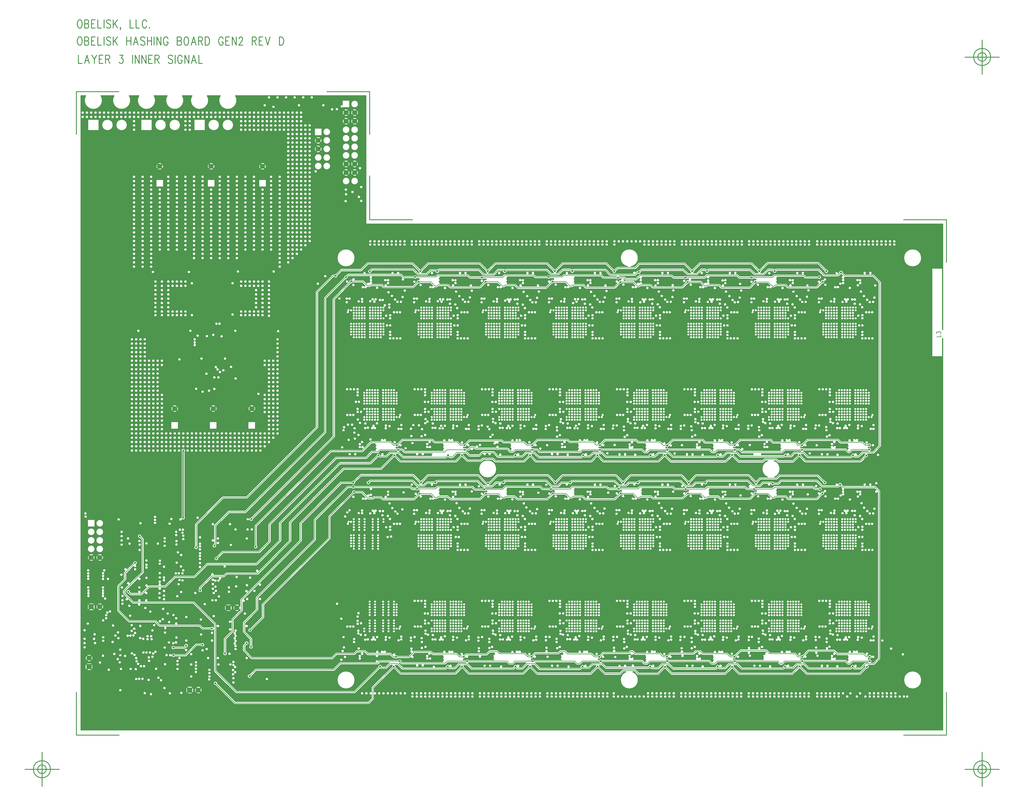
<source format=gbr>
*
*
G04 PADS 9.2 Build Number: 414666 generated Gerber (RS-274-X) file*
G04 PC Version=2.1*
*
%IN "SC1B_REVD_ARC.pcb"*%
*
%MOIN*%
*
%FSLAX24Y24*%
*
*
*
*
G04 PC Standard Apertures*
*
*
G04 Thermal Relief Aperture macro.*
%AMTER*
1,1,$1,0,0*
1,0,$1-$2,0,0*
21,0,$3,$4,0,0,45*
21,0,$3,$4,0,0,135*
%
*
*
G04 Annular Aperture macro.*
%AMANN*
1,1,$1,0,0*
1,0,$2,0,0*
%
*
*
G04 Odd Aperture macro.*
%AMODD*
1,1,$1,0,0*
1,0,$1-0.005,0,0*
%
*
*
G04 PC Custom Aperture Macros*
*
*
*
*
*
*
G04 PC Aperture Table*
*
%ADD010C,0.001*%
%ADD013R,0.06X0.06*%
%ADD014C,0.06*%
%ADD028C,0.01*%
%ADD031C,0.015*%
%ADD032C,0.005*%
%ADD040C,0.024*%
%ADD063C,0.008*%
%ADD064C,0.012*%
%ADD302C,0.105*%
*
*
*
*
G04 PC Circuitry*
G04 Layer Name SC1B_REVD_ARC.pcb - circuitry*
%LPD*%
*
*
G04 PC Custom Flashes*
G04 Layer Name SC1B_REVD_ARC.pcb - flashes*
%LPD*%
*
*
G04 PC Circuitry*
G04 Layer Name SC1B_REVD_ARC.pcb - circuitry*
%LPD*%
*
G54D10*
G54D13*
G01X33250Y25250D03*
X21500Y28000D03*
X21750Y35000D03*
X37750Y34875D03*
G54D14*
X48250Y89500D03*
Y88500D03*
X21750Y40750D03*
X22750D03*
X29750Y86468D03*
X31500Y58155D03*
X41750Y86468D03*
X40500Y58155D03*
X36000D03*
X35750Y86468D03*
X34250Y25250D03*
X21500Y29000D03*
X22750Y35000D03*
X38750Y34875D03*
X51500Y92750D03*
X52500D03*
X51500Y91750D03*
X52500D03*
X51500Y86750D03*
X52500D03*
X51500Y85750D03*
X52500D03*
G54D28*
X20324Y101614D02*
X20256Y101567D01*
X20256D02*
X20188Y101473D01*
X20188D02*
X20154Y101380D01*
X20120Y101239*
Y101005*
X20154Y100864*
X20188Y100770*
X20188D02*
X20256Y100676D01*
X20256D02*
X20324Y100630D01*
X20324D02*
X20460D01*
X20460D02*
X20529Y100676D01*
X20529D02*
X20597Y100770D01*
X20597D02*
X20631Y100864D01*
X20665Y101005*
Y101239*
X20631Y101380*
X20597Y101473*
X20597D02*
X20529Y101567D01*
X20529D02*
X20460Y101614D01*
X20460D02*
X20324D01*
X20972D02*
Y100630D01*
Y101614D02*
X21279D01*
X21381Y101567*
X21381D02*
X21415Y101520D01*
X21415D02*
X21449Y101426D01*
X21449D02*
Y101333D01*
X21449D02*
X21415Y101239D01*
X21381Y101192*
X21381D02*
X21279Y101145D01*
X20972D02*
X21279D01*
X21279D02*
X21381Y101098D01*
X21381D02*
X21415Y101051D01*
X21415D02*
X21449Y100958D01*
X21449D02*
Y100817D01*
X21449D02*
X21415Y100723D01*
X21415D02*
X21381Y100676D01*
X21381D02*
X21279Y100630D01*
X20972*
X21756Y101614D02*
Y100630D01*
Y101614D02*
X22199D01*
X21756Y101145D02*
X22029D01*
X21756Y100630D02*
X22199D01*
X22506Y101614D02*
Y100630D01*
X22915*
X23222Y101614D02*
Y100630D01*
X24006Y101473D02*
X23938Y101567D01*
X23938D02*
X23835Y101614D01*
X23835D02*
X23699D01*
X23699D02*
X23597Y101567D01*
X23597D02*
X23529Y101473D01*
X23529D02*
Y101380D01*
X23563Y101286*
X23597Y101239*
X23665Y101192*
X23665D02*
X23870Y101098D01*
X23870D02*
X23938Y101051D01*
X23938D02*
X23972Y101005D01*
X24006Y100911*
Y100770*
X24006D02*
X23938Y100676D01*
X23938D02*
X23835Y100630D01*
X23835D02*
X23699D01*
X23699D02*
X23597Y100676D01*
X23597D02*
X23529Y100770D01*
X24313Y101614D02*
Y100630D01*
X24790Y101614D02*
X24313Y100958D01*
X24483Y101192D02*
X24790Y100630D01*
X25881Y101614D02*
Y100630D01*
X26358Y101614D02*
Y100630D01*
X25881Y101145D02*
X26358D01*
X26938Y101614D02*
X26665Y100630D01*
X26938Y101614D02*
X27210Y100630D01*
X26767Y100958D02*
X27108D01*
X27995Y101473D02*
X27926Y101567D01*
X27926D02*
X27824Y101614D01*
X27824D02*
X27688D01*
X27585Y101567*
X27585D02*
X27517Y101473D01*
X27517D02*
Y101380D01*
X27517D02*
X27551Y101286D01*
X27551D02*
X27585Y101239D01*
X27585D02*
X27654Y101192D01*
X27654D02*
X27858Y101098D01*
X27858D02*
X27926Y101051D01*
X27926D02*
X27960Y101005D01*
X27960D02*
X27995Y100911D01*
Y100770*
X27995D02*
X27926Y100676D01*
X27926D02*
X27824Y100630D01*
X27824D02*
X27688D01*
X27585Y100676*
X27585D02*
X27517Y100770D01*
X28301Y101614D02*
Y100630D01*
X28779Y101614D02*
Y100630D01*
X28301Y101145D02*
X28779D01*
X29085Y101614D02*
Y100630D01*
X29392Y101614D02*
Y100630D01*
Y101614D02*
X29870Y100630D01*
Y101614D02*
Y100630D01*
X30688Y101380D02*
X30654Y101473D01*
X30654D02*
X30585Y101567D01*
X30585D02*
X30517Y101614D01*
X30517D02*
X30381D01*
X30313Y101567*
X30313D02*
X30245Y101473D01*
X30245D02*
X30210Y101380D01*
X30210D02*
X30176Y101239D01*
X30176D02*
Y101005D01*
X30176D02*
X30210Y100864D01*
X30210D02*
X30245Y100770D01*
X30245D02*
X30313Y100676D01*
X30313D02*
X30381Y100630D01*
X30517*
X30517D02*
X30585Y100676D01*
X30585D02*
X30654Y100770D01*
X30654D02*
X30688Y100864D01*
Y101005*
X30517D02*
X30688D01*
X31779Y101614D02*
Y100630D01*
Y101614D02*
X32085D01*
X32085D02*
X32188Y101567D01*
X32188D02*
X32222Y101520D01*
X32222D02*
X32256Y101426D01*
X32256D02*
Y101333D01*
X32222Y101239*
X32188Y101192*
X32188D02*
X32085Y101145D01*
X31779D02*
X32085D01*
X32085D02*
X32188Y101098D01*
X32188D02*
X32222Y101051D01*
X32222D02*
X32256Y100958D01*
Y100817*
X32256D02*
X32222Y100723D01*
X32222D02*
X32188Y100676D01*
X32188D02*
X32085Y100630D01*
X32085D02*
X31779D01*
X32767Y101614D02*
X32699Y101567D01*
X32699D02*
X32631Y101473D01*
X32631D02*
X32597Y101380D01*
X32563Y101239*
Y101005*
X32597Y100864*
X32631Y100770*
X32631D02*
X32699Y100676D01*
X32699D02*
X32767Y100630D01*
X32767D02*
X32904D01*
X32972Y100676*
X32972D02*
X33040Y100770D01*
X33040D02*
X33074Y100864D01*
X33074D02*
X33108Y101005D01*
X33108D02*
Y101239D01*
X33108D02*
X33074Y101380D01*
X33074D02*
X33040Y101473D01*
X33040D02*
X32972Y101567D01*
X32972D02*
X32904Y101614D01*
X32767*
X33688D02*
X33415Y100630D01*
X33688Y101614D02*
X33960Y100630D01*
X33517Y100958D02*
X33858D01*
X34267Y101614D02*
Y100630D01*
Y101614D02*
X34574D01*
X34574D02*
X34676Y101567D01*
X34676D02*
X34710Y101520D01*
X34710D02*
X34745Y101426D01*
X34745D02*
Y101333D01*
X34710Y101239*
X34710D02*
X34676Y101192D01*
X34676D02*
X34574Y101145D01*
X34574D02*
X34267D01*
X34506D02*
X34745Y100630D01*
X35051Y101614D02*
Y100630D01*
Y101614D02*
X35290D01*
X35392Y101567*
X35392D02*
X35460Y101473D01*
X35460D02*
X35495Y101380D01*
X35529Y101239*
Y101005*
X35495Y100864*
X35460Y100770*
X35460D02*
X35392Y100676D01*
X35392D02*
X35290Y100630D01*
X35051*
X37131Y101380D02*
X37097Y101473D01*
X37097D02*
X37029Y101567D01*
X37029D02*
X36960Y101614D01*
X36960D02*
X36824D01*
X36824D02*
X36756Y101567D01*
X36756D02*
X36688Y101473D01*
X36688D02*
X36654Y101380D01*
X36620Y101239*
Y101005*
X36654Y100864*
X36688Y100770*
X36688D02*
X36756Y100676D01*
X36756D02*
X36824Y100630D01*
X36824D02*
X36960D01*
X36960D02*
X37029Y100676D01*
X37029D02*
X37097Y100770D01*
X37097D02*
X37131Y100864D01*
Y101005*
X36960D02*
X37131D01*
X37438Y101614D02*
Y100630D01*
Y101614D02*
X37881D01*
X37438Y101145D02*
X37710D01*
X37438Y100630D02*
X37881D01*
X38188Y101614D02*
Y100630D01*
Y101614D02*
X38665Y100630D01*
Y101614D02*
Y100630D01*
X39006Y101380D02*
Y101426D01*
X39006D02*
X39040Y101520D01*
X39040D02*
X39074Y101567D01*
X39074D02*
X39142Y101614D01*
X39142D02*
X39279D01*
X39347Y101567*
X39347D02*
X39381Y101520D01*
X39381D02*
X39415Y101426D01*
X39415D02*
Y101333D01*
X39381Y101239*
X39313Y101098*
X39313D02*
X38972Y100630D01*
X39449*
X40540Y101614D02*
Y100630D01*
Y101614D02*
X40847D01*
X40949Y101567*
X40949D02*
X40983Y101520D01*
X40983D02*
X41017Y101426D01*
X41017D02*
Y101333D01*
X41017D02*
X40983Y101239D01*
X40983D02*
X40949Y101192D01*
X40949D02*
X40847Y101145D01*
X40847D02*
X40540D01*
X40779D02*
X41017Y100630D01*
X41324Y101614D02*
Y100630D01*
Y101614D02*
X41767D01*
X41324Y101145D02*
X41597D01*
X41324Y100630D02*
X41767D01*
X42074Y101614D02*
X42347Y100630D01*
X42620Y101614D02*
X42347Y100630D01*
X43710Y101614D02*
Y100630D01*
Y101614D02*
X43949D01*
X43949D02*
X44051Y101567D01*
X44051D02*
X44120Y101473D01*
X44120D02*
X44154Y101380D01*
X44188Y101239*
Y101005*
X44154Y100864*
X44120Y100770*
X44120D02*
X44051Y100676D01*
X44051D02*
X43949Y100630D01*
X43949D02*
X43710D01*
X20324Y103614D02*
X20256Y103567D01*
X20256D02*
X20188Y103473D01*
X20188D02*
X20154Y103380D01*
X20120Y103239*
Y103005*
X20154Y102864*
X20188Y102770*
X20188D02*
X20256Y102676D01*
X20256D02*
X20324Y102630D01*
X20324D02*
X20460D01*
X20460D02*
X20529Y102676D01*
X20529D02*
X20597Y102770D01*
X20597D02*
X20631Y102864D01*
X20665Y103005*
Y103239*
X20631Y103380*
X20597Y103473*
X20597D02*
X20529Y103567D01*
X20529D02*
X20460Y103614D01*
X20460D02*
X20324D01*
X20972D02*
Y102630D01*
Y103614D02*
X21279D01*
X21381Y103567*
X21381D02*
X21415Y103520D01*
X21415D02*
X21449Y103426D01*
X21449D02*
Y103333D01*
X21449D02*
X21415Y103239D01*
X21381Y103192*
X21381D02*
X21279Y103145D01*
X20972D02*
X21279D01*
X21279D02*
X21381Y103098D01*
X21381D02*
X21415Y103051D01*
X21415D02*
X21449Y102958D01*
X21449D02*
Y102817D01*
X21449D02*
X21415Y102723D01*
X21415D02*
X21381Y102676D01*
X21381D02*
X21279Y102630D01*
X20972*
X21756Y103614D02*
Y102630D01*
Y103614D02*
X22199D01*
X21756Y103145D02*
X22029D01*
X21756Y102630D02*
X22199D01*
X22506Y103614D02*
Y102630D01*
X22915*
X23222Y103614D02*
Y102630D01*
X24006Y103473D02*
X23938Y103567D01*
X23938D02*
X23835Y103614D01*
X23835D02*
X23699D01*
X23699D02*
X23597Y103567D01*
X23597D02*
X23529Y103473D01*
X23529D02*
Y103380D01*
X23563Y103286*
X23597Y103239*
X23665Y103192*
X23665D02*
X23870Y103098D01*
X23870D02*
X23938Y103051D01*
X23938D02*
X23972Y103005D01*
X24006Y102911*
Y102770*
X24006D02*
X23938Y102676D01*
X23938D02*
X23835Y102630D01*
X23835D02*
X23699D01*
X23699D02*
X23597Y102676D01*
X23597D02*
X23529Y102770D01*
X24313Y103614D02*
Y102630D01*
X24790Y103614D02*
X24313Y102958D01*
X24483Y103192D02*
X24790Y102630D01*
X25165Y102676D02*
X25131Y102630D01*
X25097Y102676*
X25097D02*
X25131Y102723D01*
X25131D02*
X25165Y102676D01*
X25165D02*
Y102583D01*
X25131Y102489*
X25097Y102442*
X26256Y103614D02*
Y102630D01*
X26665*
X26972Y103614D02*
Y102630D01*
X27381*
X28199Y103380D02*
X28165Y103473D01*
X28165D02*
X28097Y103567D01*
X28097D02*
X28029Y103614D01*
X27892*
X27892D02*
X27824Y103567D01*
X27824D02*
X27756Y103473D01*
X27756D02*
X27722Y103380D01*
X27688Y103239*
Y103005*
X27722Y102864*
X27756Y102770*
X27756D02*
X27824Y102676D01*
X27824D02*
X27892Y102630D01*
X27892D02*
X28029D01*
X28097Y102676*
X28097D02*
X28165Y102770D01*
X28165D02*
X28199Y102864D01*
X28540Y102723D02*
X28506Y102676D01*
X28506D02*
X28540Y102630D01*
X28574Y102676*
X28574D02*
X28540Y102723D01*
X20250Y99484D02*
Y98500D01*
X20659*
X21238Y99484D02*
X20965Y98500D01*
X21238Y99484D02*
X21511Y98500D01*
X21068Y98828D02*
X21409D01*
X21818Y99484D02*
X22090Y99015D01*
X22090D02*
Y98500D01*
X22363Y99484D02*
X22090Y99015D01*
X22670Y99484D02*
Y98500D01*
Y99484D02*
X23113D01*
X22670Y99015D02*
X22943D01*
X22670Y98500D02*
X23113D01*
X23420Y99484D02*
Y98500D01*
Y99484D02*
X23727D01*
X23829Y99437*
X23829D02*
X23863Y99390D01*
X23863D02*
X23897Y99296D01*
X23897D02*
Y99203D01*
X23897D02*
X23863Y99109D01*
X23863D02*
X23829Y99062D01*
X23829D02*
X23727Y99015D01*
X23727D02*
X23420D01*
X23659D02*
X23897Y98500D01*
X25056Y99484D02*
X25431D01*
X25431D02*
X25227Y99109D01*
X25329*
X25329D02*
X25397Y99062D01*
X25397D02*
X25431Y99015D01*
X25431D02*
X25465Y98875D01*
X25465D02*
Y98781D01*
X25465D02*
X25431Y98640D01*
X25431D02*
X25363Y98546D01*
X25363D02*
X25261Y98500D01*
X25159*
X25056Y98546*
X25056D02*
X25022Y98593D01*
X25022D02*
X24988Y98687D01*
X26556Y99484D02*
Y98500D01*
X26863Y99484D02*
Y98500D01*
Y99484D02*
X27340Y98500D01*
Y99484D02*
Y98500D01*
X27647Y99484D02*
Y98500D01*
Y99484D02*
X28125Y98500D01*
Y99484D02*
Y98500D01*
X28431Y99484D02*
Y98500D01*
Y99484D02*
X28875D01*
X28431Y99015D02*
X28704D01*
X28431Y98500D02*
X28875D01*
X29181Y99484D02*
Y98500D01*
Y99484D02*
X29488D01*
X29488D02*
X29590Y99437D01*
X29590D02*
X29625Y99390D01*
X29625D02*
X29659Y99296D01*
X29659D02*
Y99203D01*
X29625Y99109*
X29590Y99062*
X29590D02*
X29488Y99015D01*
X29488D02*
X29181D01*
X29420D02*
X29659Y98500D01*
X31227Y99343D02*
X31159Y99437D01*
X31159D02*
X31056Y99484D01*
X31056D02*
X30920D01*
X30818Y99437*
X30818D02*
X30750Y99343D01*
X30750D02*
Y99250D01*
X30784Y99156*
X30818Y99109*
X30886Y99062*
X30886D02*
X31090Y98968D01*
X31090D02*
X31159Y98921D01*
X31159D02*
X31193Y98875D01*
X31227Y98781*
Y98640*
X31227D02*
X31159Y98546D01*
X31159D02*
X31056Y98500D01*
X31056D02*
X30920D01*
X30818Y98546*
X30818D02*
X30750Y98640D01*
X31534Y99484D02*
Y98500D01*
X32352Y99250D02*
X32318Y99343D01*
X32318D02*
X32250Y99437D01*
X32250D02*
X32181Y99484D01*
X32181D02*
X32045D01*
X31977Y99437*
X31977D02*
X31909Y99343D01*
X31909D02*
X31875Y99250D01*
X31840Y99109*
X31840D02*
Y98875D01*
X31840D02*
X31875Y98734D01*
X31909Y98640*
X31909D02*
X31977Y98546D01*
X31977D02*
X32045Y98500D01*
X32181*
X32181D02*
X32250Y98546D01*
X32250D02*
X32318Y98640D01*
X32318D02*
X32352Y98734D01*
Y98875*
X32181D02*
X32352D01*
X32659Y99484D02*
Y98500D01*
Y99484D02*
X33136Y98500D01*
Y99484D02*
Y98500D01*
X33715Y99484D02*
X33443Y98500D01*
X33715Y99484D02*
X33988Y98500D01*
X33545Y98828D02*
X33886D01*
X34295Y99484D02*
Y98500D01*
X34704*
X25000Y20000D02*
X20000D01*
Y25000*
X59250Y80236D02*
X54250D01*
Y85375*
X49242Y95200D02*
X54251D01*
Y90202*
X116570Y80236D02*
X121570D01*
Y75250*
X20000Y90193D02*
Y95200D01*
X24965*
X121570Y25000D02*
Y20000D01*
X116570*
X126750Y99250D02*
G75*
G03X126750I-1000J0D01*
G01X126250D02*
G03X126250I-500J0D01*
G01X125750Y101250D02*
Y97250D01*
X123750Y99250D02*
X127750D01*
X126750Y16000D02*
G03X126750I-1000J0D01*
G01X126250D02*
G03X126250I-500J0D01*
G01X125750Y18000D02*
Y14000D01*
X123750Y16000D02*
X127750D01*
X17000D02*
G03X17000I-1000J0D01*
G01X16500D02*
G03X16500I-500J0D01*
G01X16000Y18000D02*
Y14000D01*
X14000Y16000D02*
X18000D01*
G54D31*
X51793Y85456D02*
X51712Y85537D01*
X51793Y86043D02*
X51712Y85962D01*
X51206Y86043D02*
X51287Y85962D01*
X51206Y85456D02*
X51287Y85537D01*
X52793Y92456D02*
X52712Y92537D01*
X52793Y93043D02*
X52712Y92962D01*
X52206Y93043D02*
X52287Y92962D01*
X52206Y92456D02*
X52287Y92537D01*
X51793Y92456D02*
X51712Y92537D01*
X51793Y93043D02*
X51712Y92962D01*
X51206Y93043D02*
X51287Y92962D01*
X51206Y92456D02*
X51287Y92537D01*
X52793Y91456D02*
X52712Y91537D01*
X52793Y92043D02*
X52712Y91962D01*
X52206Y92043D02*
X52287Y91962D01*
X52206Y91456D02*
X52287Y91537D01*
X51793Y91456D02*
X51712Y91537D01*
X51793Y92043D02*
X51712Y91962D01*
X51206Y92043D02*
X51287Y91962D01*
X51206Y91456D02*
X51287Y91537D01*
X52793Y86456D02*
X52712Y86537D01*
X52793Y87043D02*
X52712Y86962D01*
X52206Y87043D02*
X52287Y86962D01*
X52206Y86456D02*
X52287Y86537D01*
X51793Y86456D02*
X51712Y86537D01*
X51793Y87043D02*
X51712Y86962D01*
X51206Y87043D02*
X51287Y86962D01*
X51206Y86456D02*
X51287Y86537D01*
X52793Y85456D02*
X52712Y85537D01*
X52793Y86043D02*
X52712Y85962D01*
X52206Y86043D02*
X52287Y85962D01*
X52206Y85456D02*
X52287Y85537D01*
X22131Y35381D02*
X21962Y35212D01*
X22131Y34618D02*
X21962Y34787D01*
X21368Y34618D02*
X21537Y34787D01*
X21368Y35381D02*
X21537Y35212D01*
X23043Y35293D02*
X22962Y35212D01*
X22456Y35293D02*
X22537Y35212D01*
X22456Y34706D02*
X22537Y34787D01*
X23043Y34706D02*
X22962Y34787D01*
X21118Y28381D02*
X21287Y28212D01*
X21881Y28381D02*
X21712Y28212D01*
X21881Y27618D02*
X21712Y27787D01*
X21118Y27618D02*
X21287Y27787D01*
X21206Y29293D02*
X21287Y29212D01*
X21206Y28706D02*
X21287Y28787D01*
X21793Y28706D02*
X21712Y28787D01*
X21793Y29293D02*
X21712Y29212D01*
X33631Y25631D02*
X33462Y25462D01*
X33631Y24868D02*
X33462Y25037D01*
X32868Y24868D02*
X33037Y25037D01*
X32868Y25631D02*
X33037Y25462D01*
X34543Y25543D02*
X34462Y25462D01*
X33956Y25543D02*
X34037Y25462D01*
X33956Y24956D02*
X34037Y25037D01*
X34543Y24956D02*
X34462Y25037D01*
X22043Y40456D02*
X21962Y40537D01*
X22043Y41043D02*
X21962Y40962D01*
X21456Y41043D02*
X21537Y40962D01*
X21456Y40456D02*
X21537Y40537D01*
X23043Y40456D02*
X22962Y40537D01*
X23043Y41043D02*
X22962Y40962D01*
X22456Y41043D02*
X22537Y40962D01*
X22456Y40456D02*
X22537Y40537D01*
X38131Y35256D02*
X37962Y35087D01*
X38131Y34493D02*
X37962Y34662D01*
X37368Y34493D02*
X37537Y34662D01*
X37368Y35256D02*
X37537Y35087D01*
X39043Y35168D02*
X38962Y35087D01*
X38456Y35168D02*
X38537Y35087D01*
X38456Y34581D02*
X38537Y34662D01*
X39043Y34581D02*
X38962Y34662D01*
X48543Y88206D02*
X48462Y88287D01*
X48543Y88793D02*
X48462Y88712D01*
X47956Y88793D02*
X48037Y88712D01*
X47956Y88206D02*
X48037Y88287D01*
X48543Y89206D02*
X48462Y89287D01*
X48543Y89793D02*
X48462Y89712D01*
X47956Y89793D02*
X48037Y89712D01*
X47956Y89206D02*
X48037Y89287D01*
X35456Y86761D02*
X35537Y86680D01*
X35456Y86175D02*
X35537Y86256D01*
X36043Y86175D02*
X35962Y86256D01*
X36043Y86761D02*
X35962Y86680D01*
X35706Y58448D02*
X35787Y58367D01*
X35706Y57862D02*
X35787Y57943D01*
X36293Y57862D02*
X36212Y57943D01*
X36293Y58448D02*
X36212Y58367D01*
X40206Y58448D02*
X40287Y58367D01*
X40206Y57862D02*
X40287Y57943D01*
X40793Y57862D02*
X40712Y57943D01*
X40793Y58448D02*
X40712Y58367D01*
X41456Y86761D02*
X41537Y86680D01*
X41456Y86175D02*
X41537Y86256D01*
X42043Y86175D02*
X41962Y86256D01*
X42043Y86761D02*
X41962Y86680D01*
X31206Y58448D02*
X31287Y58367D01*
X31206Y57862D02*
X31287Y57943D01*
X31793Y57862D02*
X31712Y57943D01*
X31793Y58448D02*
X31712Y58367D01*
X29456Y86761D02*
X29537Y86680D01*
X29456Y86175D02*
X29537Y86256D01*
X30043Y86175D02*
X29962Y86256D01*
X30043Y86761D02*
X29962Y86680D01*
G54D32*
X117175Y24500D02*
G03X117175I-175J0D01*
G01X116800D02*
G03X116800I-175J0D01*
G01X118662Y26437D02*
G03X118662I-1024J0D01*
G01X116675Y29425D02*
G03X116675I-175J0D01*
G01X118662Y75767D02*
G03X118662I-1024J0D01*
G01X116300Y24500D02*
G03X116300I-175J0D01*
G01X115800D02*
G03X115800I-175J0D01*
G01Y24875D02*
G03X115800I-175J0D01*
G01X115675Y77325D02*
G03X115675I-175J0D01*
G01Y77700D02*
G03X115675I-175J0D01*
G01X115300Y24500D02*
G03X115300I-175J0D01*
G01Y24875D02*
G03X115300I-175J0D01*
G01Y30100D02*
G03X115300I-175J0D01*
G01X115175Y77325D02*
G03X115175I-175J0D01*
G01Y77700D02*
G03X115175I-175J0D01*
G01X114800Y24500D02*
G03X114800I-175J0D01*
G01Y24875D02*
G03X114800I-175J0D01*
G01X114675Y77325D02*
G03X114675I-175J0D01*
G01Y77700D02*
G03X114675I-175J0D01*
G01X114300Y24500D02*
G03X114300I-175J0D01*
G01Y24875D02*
G03X114300I-175J0D01*
G01X114275Y31050D02*
G03X114275I-175J0D01*
G01X113800Y24500D02*
G03X113800I-175J0D01*
G01Y24875D02*
G03X113800I-175J0D01*
G01X113300Y24500D02*
G03X113300I-175J0D01*
G01Y24875D02*
G03X113300I-175J0D01*
G01X112800Y24500D02*
G03X112800I-175J0D01*
G01Y24875D02*
G03X112800I-175J0D01*
G01X112300Y24500D02*
G03X112300I-175J0D01*
G01X111675Y24875D02*
G03X111675I-175J0D01*
G01X111300Y24500D02*
G03X111300I-175J0D01*
G01X110550Y24875D02*
G03X110550I-175J0D01*
G01X110175Y24500D02*
G03X110175I-175J0D01*
G01X109675Y24875D02*
G03X109675I-175J0D01*
G01X109175Y24500D02*
G03X109175I-175J0D01*
G01Y24875D02*
G03X109175I-175J0D01*
G01X108675Y24500D02*
G03X108675I-175J0D01*
G01Y24875D02*
G03X108675I-175J0D01*
G01X108175Y24500D02*
G03X108175I-175J0D01*
G01Y24875D02*
G03X108175I-175J0D01*
G01X107675Y24500D02*
G03X107675I-175J0D01*
G01Y24875D02*
G03X107675I-175J0D01*
G01X107175Y24500D02*
G03X107175I-175J0D01*
G01Y24875D02*
G03X107175I-175J0D01*
G01X106675Y24500D02*
G03X106675I-175J0D01*
G01Y24875D02*
G03X106675I-175J0D01*
G01X105675Y24500D02*
G03X105675I-175J0D01*
G01Y24875D02*
G03X105675I-175J0D01*
G01X105175Y24500D02*
G03X105175I-175J0D01*
G01Y24875D02*
G03X105175I-175J0D01*
G01X104675Y24500D02*
G03X104675I-175J0D01*
G01Y24875D02*
G03X104675I-175J0D01*
G01X104175Y24500D02*
G03X104175I-175J0D01*
G01Y24875D02*
G03X104175I-175J0D01*
G01X103675Y24500D02*
G03X103675I-175J0D01*
G01Y24875D02*
G03X103675I-175J0D01*
G01X103175Y24500D02*
G03X103175I-175J0D01*
G01Y24875D02*
G03X103175I-175J0D01*
G01X102675Y24500D02*
G03X102675I-175J0D01*
G01Y24875D02*
G03X102675I-175J0D01*
G01X102175Y24500D02*
G03X102175I-175J0D01*
G01Y24875D02*
G03X102175I-175J0D01*
G01X101675Y24500D02*
G03X101675I-175J0D01*
G01Y24875D02*
G03X101675I-175J0D01*
G01X101175Y24500D02*
G03X101175I-175J0D01*
G01Y24875D02*
G03X101175I-175J0D01*
G01X100675Y24500D02*
G03X100675I-175J0D01*
G01Y24875D02*
G03X100675I-175J0D01*
G01X100175Y24500D02*
G03X100175I-175J0D01*
G01Y24875D02*
G03X100175I-175J0D01*
G01X99675Y24500D02*
G03X99675I-175J0D01*
G01Y24875D02*
G03X99675I-175J0D01*
G01X99175Y24500D02*
G03X99175I-175J0D01*
G01Y24875D02*
G03X99175I-175J0D01*
G01X98675Y24500D02*
G03X98675I-175J0D01*
G01Y24875D02*
G03X98675I-175J0D01*
G01X97800Y24500D02*
G03X97800I-175J0D01*
G01Y24875D02*
G03X97800I-175J0D01*
G01X97300Y24500D02*
G03X97300I-175J0D01*
G01Y24875D02*
G03X97300I-175J0D01*
G01X96800Y24500D02*
G03X96800I-175J0D01*
G01Y24875D02*
G03X96800I-175J0D01*
G01X96300Y24500D02*
G03X96300I-175J0D01*
G01Y24875D02*
G03X96300I-175J0D01*
G01X95800Y24500D02*
G03X95800I-175J0D01*
G01Y24875D02*
G03X95800I-175J0D01*
G01X95300Y24500D02*
G03X95300I-175J0D01*
G01Y24875D02*
G03X95300I-175J0D01*
G01X94800Y24500D02*
G03X94800I-175J0D01*
G01Y24875D02*
G03X94800I-175J0D01*
G01X94300Y24500D02*
G03X94300I-175J0D01*
G01Y24875D02*
G03X94300I-175J0D01*
G01X93800Y24500D02*
G03X93800I-175J0D01*
G01Y24875D02*
G03X93800I-175J0D01*
G01X93300Y24500D02*
G03X93300I-175J0D01*
G01Y24875D02*
G03X93300I-175J0D01*
G01X92800Y24500D02*
G03X92800I-175J0D01*
G01Y24875D02*
G03X92800I-175J0D01*
G01X92300Y24500D02*
G03X92300I-175J0D01*
G01Y24875D02*
G03X92300I-175J0D01*
G01X91800Y24500D02*
G03X91800I-175J0D01*
G01Y24875D02*
G03X91800I-175J0D01*
G01X91300Y24500D02*
G03X91300I-175J0D01*
G01Y24875D02*
G03X91300I-175J0D01*
G01X90800Y24500D02*
G03X90800I-175J0D01*
G01Y24875D02*
G03X90800I-175J0D01*
G01X89925Y24500D02*
G03X89925I-175J0D01*
G01Y24875D02*
G03X89925I-175J0D01*
G01X89425Y24500D02*
G03X89425I-175J0D01*
G01Y24875D02*
G03X89425I-175J0D01*
G01X88925Y24500D02*
G03X88925I-175J0D01*
G01Y24875D02*
G03X88925I-175J0D01*
G01X88425Y24500D02*
G03X88425I-175J0D01*
G01Y24875D02*
G03X88425I-175J0D01*
G01X87925Y24500D02*
G03X87925I-175J0D01*
G01Y24875D02*
G03X87925I-175J0D01*
G01X87425Y24500D02*
G03X87425I-175J0D01*
G01Y24875D02*
G03X87425I-175J0D01*
G01X86925Y24500D02*
G03X86925I-175J0D01*
G01Y24875D02*
G03X86925I-175J0D01*
G01X86425Y24500D02*
G03X86425I-175J0D01*
G01X85925D02*
G03X85925I-175J0D01*
G01X85425D02*
G03X85425I-175J0D01*
G01X84925D02*
G03X84925I-175J0D01*
G01X84425D02*
G03X84425I-175J0D01*
G01X83925D02*
G03X83925I-175J0D01*
G01X113575Y49425D02*
G03X113575I-175J0D01*
G01X113775Y52750D02*
G03X113775I-175J0D01*
G01X114175Y77325D02*
G03X114175I-175J0D01*
G01Y77700D02*
G03X114175I-175J0D01*
G01X113675Y77325D02*
G03X113675I-175J0D01*
G01Y77700D02*
G03X113675I-175J0D01*
G01X113175Y77325D02*
G03X113175I-175J0D01*
G01Y77700D02*
G03X113175I-175J0D01*
G01X112675Y77325D02*
G03X112675I-175J0D01*
G01Y77700D02*
G03X112675I-175J0D01*
G01X112175Y77325D02*
G03X112175I-175J0D01*
G01Y77700D02*
G03X112175I-175J0D01*
G01X111675Y77325D02*
G03X111675I-175J0D01*
G01Y77700D02*
G03X111675I-175J0D01*
G01X111175Y77325D02*
G03X111175I-175J0D01*
G01Y77700D02*
G03X111175I-175J0D01*
G01X110675Y77325D02*
G03X110675I-175J0D01*
G01Y77700D02*
G03X110675I-175J0D01*
G01X110175Y77325D02*
G03X110175I-175J0D01*
G01Y77700D02*
G03X110175I-175J0D01*
G01X109675Y77325D02*
G03X109675I-175J0D01*
G01Y77700D02*
G03X109675I-175J0D01*
G01X109175Y77325D02*
G03X109175I-175J0D01*
G01Y77700D02*
G03X109175I-175J0D01*
G01X108675Y77325D02*
G03X108675I-175J0D01*
G01Y77700D02*
G03X108675I-175J0D01*
G01X108175Y77325D02*
G03X108175I-175J0D01*
G01Y77700D02*
G03X108175I-175J0D01*
G01X107675Y77325D02*
G03X107675I-175J0D01*
G01Y77700D02*
G03X107675I-175J0D01*
G01X107175Y77325D02*
G03X107175I-175J0D01*
G01Y77700D02*
G03X107175I-175J0D01*
G01X106675Y77325D02*
G03X106675I-175J0D01*
G01Y77700D02*
G03X106675I-175J0D01*
G01X105725Y77325D02*
G03X105725I-175J0D01*
G01Y77700D02*
G03X105725I-175J0D01*
G01X105225Y77325D02*
G03X105225I-175J0D01*
G01Y77700D02*
G03X105225I-175J0D01*
G01X104725Y77325D02*
G03X104725I-175J0D01*
G01Y77700D02*
G03X104725I-175J0D01*
G01X104225Y77325D02*
G03X104225I-175J0D01*
G01Y77700D02*
G03X104225I-175J0D01*
G01X103725Y77325D02*
G03X103725I-175J0D01*
G01Y77700D02*
G03X103725I-175J0D01*
G01X103225Y77325D02*
G03X103225I-175J0D01*
G01Y77700D02*
G03X103225I-175J0D01*
G01X102725Y77325D02*
G03X102725I-175J0D01*
G01Y77700D02*
G03X102725I-175J0D01*
G01X102225Y77325D02*
G03X102225I-175J0D01*
G01Y77700D02*
G03X102225I-175J0D01*
G01X101725Y77325D02*
G03X101725I-175J0D01*
G01Y77700D02*
G03X101725I-175J0D01*
G01X101225Y77325D02*
G03X101225I-175J0D01*
G01Y77700D02*
G03X101225I-175J0D01*
G01X100725Y77325D02*
G03X100725I-175J0D01*
G01Y77700D02*
G03X100725I-175J0D01*
G01X100225Y77325D02*
G03X100225I-175J0D01*
G01Y77700D02*
G03X100225I-175J0D01*
G01X99725Y77325D02*
G03X99725I-175J0D01*
G01Y77700D02*
G03X99725I-175J0D01*
G01X99225Y77325D02*
G03X99225I-175J0D01*
G01Y77700D02*
G03X99225I-175J0D01*
G01X98725Y77325D02*
G03X98725I-175J0D01*
G01Y77700D02*
G03X98725I-175J0D01*
G01X97875Y77325D02*
G03X97875I-175J0D01*
G01Y77700D02*
G03X97875I-175J0D01*
G01X97375Y77325D02*
G03X97375I-175J0D01*
G01Y77700D02*
G03X97375I-175J0D01*
G01X96875Y77325D02*
G03X96875I-175J0D01*
G01Y77700D02*
G03X96875I-175J0D01*
G01X96375Y77325D02*
G03X96375I-175J0D01*
G01Y77700D02*
G03X96375I-175J0D01*
G01X95875Y77325D02*
G03X95875I-175J0D01*
G01Y77700D02*
G03X95875I-175J0D01*
G01X95375Y77325D02*
G03X95375I-175J0D01*
G01Y77700D02*
G03X95375I-175J0D01*
G01X94875Y77325D02*
G03X94875I-175J0D01*
G01Y77700D02*
G03X94875I-175J0D01*
G01X94375Y77325D02*
G03X94375I-175J0D01*
G01Y77700D02*
G03X94375I-175J0D01*
G01X93875Y77325D02*
G03X93875I-175J0D01*
G01Y77700D02*
G03X93875I-175J0D01*
G01X93375Y77325D02*
G03X93375I-175J0D01*
G01Y77700D02*
G03X93375I-175J0D01*
G01X92875Y77325D02*
G03X92875I-175J0D01*
G01Y77700D02*
G03X92875I-175J0D01*
G01X92375Y77325D02*
G03X92375I-175J0D01*
G01Y77700D02*
G03X92375I-175J0D01*
G01X91875Y77325D02*
G03X91875I-175J0D01*
G01Y77700D02*
G03X91875I-175J0D01*
G01X91375Y77325D02*
G03X91375I-175J0D01*
G01Y77700D02*
G03X91375I-175J0D01*
G01X90875Y77325D02*
G03X90875I-175J0D01*
G01Y77700D02*
G03X90875I-175J0D01*
G01X90000Y77325D02*
G03X90000I-175J0D01*
G01Y77700D02*
G03X90000I-175J0D01*
G01X89500Y77325D02*
G03X89500I-175J0D01*
G01Y77700D02*
G03X89500I-175J0D01*
G01X89000Y77325D02*
G03X89000I-175J0D01*
G01Y77700D02*
G03X89000I-175J0D01*
G01X88500Y77325D02*
G03X88500I-175J0D01*
G01Y77700D02*
G03X88500I-175J0D01*
G01X88000Y77325D02*
G03X88000I-175J0D01*
G01Y77700D02*
G03X88000I-175J0D01*
G01X87500Y77325D02*
G03X87500I-175J0D01*
G01Y77700D02*
G03X87500I-175J0D01*
G01X87000Y77325D02*
G03X87000I-175J0D01*
G01Y77700D02*
G03X87000I-175J0D01*
G01X86500Y77325D02*
G03X86500I-175J0D01*
G01Y77700D02*
G03X86500I-175J0D01*
G01X86000D02*
G03X86000I-175J0D01*
G01X85500D02*
G03X85500I-175J0D01*
G01X85000D02*
G03X85000I-175J0D01*
G01X84500D02*
G03X84500I-175J0D01*
G01X84000D02*
G03X84000I-175J0D01*
G01X83500D02*
G03X83500I-175J0D01*
G01X83000Y77325D02*
G03X83000I-175J0D01*
G01Y77700D02*
G03X83000I-175J0D01*
G01X82100Y77325D02*
G03X82100I-175J0D01*
G01Y77700D02*
G03X82100I-175J0D01*
G01X81600Y77325D02*
G03X81600I-175J0D01*
G01Y77700D02*
G03X81600I-175J0D01*
G01X81100Y77325D02*
G03X81100I-175J0D01*
G01Y77700D02*
G03X81100I-175J0D01*
G01X80600Y77325D02*
G03X80600I-175J0D01*
G01Y77700D02*
G03X80600I-175J0D01*
G01X80100Y77325D02*
G03X80100I-175J0D01*
G01Y77700D02*
G03X80100I-175J0D01*
G01X79600Y77325D02*
G03X79600I-175J0D01*
G01Y77700D02*
G03X79600I-175J0D01*
G01X79100Y77325D02*
G03X79100I-175J0D01*
G01Y77700D02*
G03X79100I-175J0D01*
G01X78600Y77325D02*
G03X78600I-175J0D01*
G01Y77700D02*
G03X78600I-175J0D01*
G01X78100Y77325D02*
G03X78100I-175J0D01*
G01Y77700D02*
G03X78100I-175J0D01*
G01X77600Y77325D02*
G03X77600I-175J0D01*
G01Y77700D02*
G03X77600I-175J0D01*
G01X77100Y77325D02*
G03X77100I-175J0D01*
G01Y77700D02*
G03X77100I-175J0D01*
G01X76600Y77325D02*
G03X76600I-175J0D01*
G01Y77700D02*
G03X76600I-175J0D01*
G01X76100Y77325D02*
G03X76100I-175J0D01*
G01Y77700D02*
G03X76100I-175J0D01*
G01X75600Y77325D02*
G03X75600I-175J0D01*
G01Y77700D02*
G03X75600I-175J0D01*
G01X75100Y77325D02*
G03X75100I-175J0D01*
G01Y77700D02*
G03X75100I-175J0D01*
G01X74225Y77325D02*
G03X74225I-175J0D01*
G01Y77700D02*
G03X74225I-175J0D01*
G01X73725Y77325D02*
G03X73725I-175J0D01*
G01Y77700D02*
G03X73725I-175J0D01*
G01X73225Y77325D02*
G03X73225I-175J0D01*
G01Y77700D02*
G03X73225I-175J0D01*
G01X72725Y77325D02*
G03X72725I-175J0D01*
G01Y77700D02*
G03X72725I-175J0D01*
G01X72225Y77325D02*
G03X72225I-175J0D01*
G01Y77700D02*
G03X72225I-175J0D01*
G01X71725Y77325D02*
G03X71725I-175J0D01*
G01Y77700D02*
G03X71725I-175J0D01*
G01X71225Y77325D02*
G03X71225I-175J0D01*
G01Y77700D02*
G03X71225I-175J0D01*
G01X70725Y77325D02*
G03X70725I-175J0D01*
G01Y77700D02*
G03X70725I-175J0D01*
G01X70225Y77325D02*
G03X70225I-175J0D01*
G01Y77700D02*
G03X70225I-175J0D01*
G01X69725Y77325D02*
G03X69725I-175J0D01*
G01Y77700D02*
G03X69725I-175J0D01*
G01X69225Y77325D02*
G03X69225I-175J0D01*
G01Y77700D02*
G03X69225I-175J0D01*
G01X68725Y77325D02*
G03X68725I-175J0D01*
G01Y77700D02*
G03X68725I-175J0D01*
G01X68225Y77325D02*
G03X68225I-175J0D01*
G01Y77700D02*
G03X68225I-175J0D01*
G01X67725Y77325D02*
G03X67725I-175J0D01*
G01Y77700D02*
G03X67725I-175J0D01*
G01X67225Y77325D02*
G03X67225I-175J0D01*
G01Y77700D02*
G03X67225I-175J0D01*
G01X66350Y77325D02*
G03X66350I-175J0D01*
G01Y77700D02*
G03X66350I-175J0D01*
G01X65850Y77325D02*
G03X65850I-175J0D01*
G01Y77700D02*
G03X65850I-175J0D01*
G01X65350Y77325D02*
G03X65350I-175J0D01*
G01Y77700D02*
G03X65350I-175J0D01*
G01X64850Y77325D02*
G03X64850I-175J0D01*
G01Y77700D02*
G03X64850I-175J0D01*
G01X64350Y77325D02*
G03X64350I-175J0D01*
G01Y77700D02*
G03X64350I-175J0D01*
G01X63850Y77325D02*
G03X63850I-175J0D01*
G01Y77700D02*
G03X63850I-175J0D01*
G01X63350Y77325D02*
G03X63350I-175J0D01*
G01Y77700D02*
G03X63350I-175J0D01*
G01X62850Y77325D02*
G03X62850I-175J0D01*
G01Y77700D02*
G03X62850I-175J0D01*
G01X62350Y77325D02*
G03X62350I-175J0D01*
G01Y77700D02*
G03X62350I-175J0D01*
G01X61850Y77325D02*
G03X61850I-175J0D01*
G01Y77700D02*
G03X61850I-175J0D01*
G01X61350Y77325D02*
G03X61350I-175J0D01*
G01Y77700D02*
G03X61350I-175J0D01*
G01X60850Y77325D02*
G03X60850I-175J0D01*
G01Y77700D02*
G03X60850I-175J0D01*
G01X60350Y77325D02*
G03X60350I-175J0D01*
G01Y77700D02*
G03X60350I-175J0D01*
G01X59850Y77325D02*
G03X59850I-175J0D01*
G01Y77700D02*
G03X59850I-175J0D01*
G01X59350Y77325D02*
G03X59350I-175J0D01*
G01Y77700D02*
G03X59350I-175J0D01*
G01X58500Y77325D02*
G03X58500I-175J0D01*
G01Y77700D02*
G03X58500I-175J0D01*
G01X58000Y77325D02*
G03X58000I-175J0D01*
G01Y77700D02*
G03X58000I-175J0D01*
G01X57500Y77325D02*
G03X57500I-175J0D01*
G01Y77700D02*
G03X57500I-175J0D01*
G01X57000Y77325D02*
G03X57000I-175J0D01*
G01Y77700D02*
G03X57000I-175J0D01*
G01X56500Y77325D02*
G03X56500I-175J0D01*
G01Y77700D02*
G03X56500I-175J0D01*
G01X56000Y77325D02*
G03X56000I-175J0D01*
G01Y77700D02*
G03X56000I-175J0D01*
G01X55500Y77325D02*
G03X55500I-175J0D01*
G01Y77700D02*
G03X55500I-175J0D01*
G01X55000Y77325D02*
G03X55000I-175J0D01*
G01Y77700D02*
G03X55000I-175J0D01*
G01X54500Y77325D02*
G03X54500I-175J0D01*
G01Y77700D02*
G03X54500I-175J0D01*
G01X53450Y82425D02*
G03X53450I-175J0D01*
G01X53175Y82900D02*
G03X53175I-175J0D01*
G01X53450Y84050D02*
G03X53450I-175J0D01*
G01X53300Y86250D02*
G03X53300I-175J0D01*
G01X52521Y75767D02*
G03X52521I-1024J0D01*
G01X52425Y83475D02*
G03X52425I-175J0D01*
G01X52915Y84750D02*
G03X52915I-415J0D01*
G01Y85750D02*
G03X52915I-415J0D01*
G01Y86750D02*
G03X52915I-415J0D01*
G01Y87750D02*
G03X52915I-415J0D01*
G01Y88750D02*
G03X52915I-415J0D01*
G01Y89750D02*
G03X52915I-415J0D01*
G01Y90750D02*
G03X52915I-415J0D01*
G01Y91750D02*
G03X52915I-415J0D01*
G01Y92750D02*
G03X52915I-415J0D01*
G01Y93750D02*
G03X52915I-415J0D01*
G01X51625Y82400D02*
G03X51625I-175J0D01*
G01X51675Y83200D02*
G03X51675I-175J0D01*
G01X51650Y83750D02*
G03X51650I-175J0D01*
G01X51915Y84750D02*
G03X51915I-415J0D01*
G01Y85750D02*
G03X51915I-415J0D01*
G01Y86750D02*
G03X51915I-415J0D01*
G01Y87750D02*
G03X51915I-415J0D01*
G01Y88750D02*
G03X51915I-415J0D01*
G01Y89750D02*
G03X51915I-415J0D01*
G01Y90750D02*
G03X51915I-415J0D01*
G01Y91750D02*
G03X51915I-415J0D01*
G01Y92750D02*
G03X51915I-415J0D01*
G01X50600Y93150D02*
G03X50600I-175J0D01*
G01X50050Y93125D02*
G03X50050I-175J0D01*
G01X49250Y73625D02*
G03X49250I-175J0D01*
G01X49665Y86500D02*
G03X49665I-415J0D01*
G01Y87500D02*
G03X49665I-415J0D01*
G01Y88500D02*
G03X49665I-415J0D01*
G01Y89500D02*
G03X49665I-415J0D01*
G01Y90500D02*
G03X49665I-415J0D01*
G01X49025Y93600D02*
G03X49025I-175J0D01*
G01X48375Y72750D02*
G03X48375I-175J0D01*
G01X48125Y85875D02*
G03X48125I-175J0D01*
G01X48665Y86500D02*
G03X48665I-415J0D01*
G01Y87500D02*
G03X48665I-415J0D01*
G01Y88500D02*
G03X48665I-415J0D01*
G01Y89500D02*
G03X48665I-415J0D01*
G01X47425Y77750D02*
G03X47425I-175J0D01*
G01Y78250D02*
G03X47425I-175J0D01*
G01Y78750D02*
G03X47425I-175J0D01*
G01Y79250D02*
G03X47425I-175J0D01*
G01Y79750D02*
G03X47425I-175J0D01*
G01Y80250D02*
G03X47425I-175J0D01*
G01Y80750D02*
G03X47425I-175J0D01*
G01Y81250D02*
G03X47425I-175J0D01*
G01Y81750D02*
G03X47425I-175J0D01*
G01Y82250D02*
G03X47425I-175J0D01*
G01Y82750D02*
G03X47425I-175J0D01*
G01Y83250D02*
G03X47425I-175J0D01*
G01Y83750D02*
G03X47425I-175J0D01*
G01Y84250D02*
G03X47425I-175J0D01*
G01Y84750D02*
G03X47425I-175J0D01*
G01Y85250D02*
G03X47425I-175J0D01*
G01Y85750D02*
G03X47425I-175J0D01*
G01Y86250D02*
G03X47425I-175J0D01*
G01Y86750D02*
G03X47425I-175J0D01*
G01Y87250D02*
G03X47425I-175J0D01*
G01Y87750D02*
G03X47425I-175J0D01*
G01Y88250D02*
G03X47425I-175J0D01*
G01Y88750D02*
G03X47425I-175J0D01*
G01Y89250D02*
G03X47425I-175J0D01*
G01Y89750D02*
G03X47425I-175J0D01*
G01Y90250D02*
G03X47425I-175J0D01*
G01Y90750D02*
G03X47425I-175J0D01*
G01Y91250D02*
G03X47425I-175J0D01*
G01X47675Y94525D02*
G03X47675I-175J0D01*
G01X46925Y77250D02*
G03X46925I-175J0D01*
G01Y77750D02*
G03X46925I-175J0D01*
G01Y78250D02*
G03X46925I-175J0D01*
G01Y78750D02*
G03X46925I-175J0D01*
G01Y79250D02*
G03X46925I-175J0D01*
G01Y79750D02*
G03X46925I-175J0D01*
G01Y80250D02*
G03X46925I-175J0D01*
G01Y80750D02*
G03X46925I-175J0D01*
G01Y81250D02*
G03X46925I-175J0D01*
G01Y81750D02*
G03X46925I-175J0D01*
G01Y82250D02*
G03X46925I-175J0D01*
G01Y82750D02*
G03X46925I-175J0D01*
G01Y83250D02*
G03X46925I-175J0D01*
G01Y83750D02*
G03X46925I-175J0D01*
G01Y84250D02*
G03X46925I-175J0D01*
G01Y84750D02*
G03X46925I-175J0D01*
G01Y85250D02*
G03X46925I-175J0D01*
G01Y85750D02*
G03X46925I-175J0D01*
G01Y86250D02*
G03X46925I-175J0D01*
G01Y86750D02*
G03X46925I-175J0D01*
G01Y87250D02*
G03X46925I-175J0D01*
G01Y87750D02*
G03X46925I-175J0D01*
G01Y88250D02*
G03X46925I-175J0D01*
G01Y88750D02*
G03X46925I-175J0D01*
G01Y89250D02*
G03X46925I-175J0D01*
G01Y89750D02*
G03X46925I-175J0D01*
G01Y90250D02*
G03X46925I-175J0D01*
G01Y90750D02*
G03X46925I-175J0D01*
G01Y91250D02*
G03X46925I-175J0D01*
G01X46425Y76750D02*
G03X46425I-175J0D01*
G01Y77250D02*
G03X46425I-175J0D01*
G01Y77750D02*
G03X46425I-175J0D01*
G01Y78250D02*
G03X46425I-175J0D01*
G01Y78750D02*
G03X46425I-175J0D01*
G01Y79250D02*
G03X46425I-175J0D01*
G01Y79750D02*
G03X46425I-175J0D01*
G01Y80250D02*
G03X46425I-175J0D01*
G01Y80750D02*
G03X46425I-175J0D01*
G01Y81250D02*
G03X46425I-175J0D01*
G01Y81750D02*
G03X46425I-175J0D01*
G01Y82250D02*
G03X46425I-175J0D01*
G01Y82750D02*
G03X46425I-175J0D01*
G01Y83250D02*
G03X46425I-175J0D01*
G01Y83750D02*
G03X46425I-175J0D01*
G01Y84250D02*
G03X46425I-175J0D01*
G01Y84750D02*
G03X46425I-175J0D01*
G01Y85250D02*
G03X46425I-175J0D01*
G01Y85750D02*
G03X46425I-175J0D01*
G01Y86250D02*
G03X46425I-175J0D01*
G01Y86750D02*
G03X46425I-175J0D01*
G01Y87250D02*
G03X46425I-175J0D01*
G01Y87750D02*
G03X46425I-175J0D01*
G01Y88250D02*
G03X46425I-175J0D01*
G01Y88750D02*
G03X46425I-175J0D01*
G01Y89250D02*
G03X46425I-175J0D01*
G01Y89750D02*
G03X46425I-175J0D01*
G01Y90250D02*
G03X46425I-175J0D01*
G01Y90750D02*
G03X46425I-175J0D01*
G01Y91250D02*
G03X46425I-175J0D01*
G01Y91750D02*
G03X46425I-175J0D01*
G01Y92250D02*
G03X46425I-175J0D01*
G01Y92750D02*
G03X46425I-175J0D01*
G01X46675Y94525D02*
G03X46675I-175J0D01*
G01X45925Y76250D02*
G03X45925I-175J0D01*
G01Y76750D02*
G03X45925I-175J0D01*
G01Y77250D02*
G03X45925I-175J0D01*
G01Y77750D02*
G03X45925I-175J0D01*
G01Y78250D02*
G03X45925I-175J0D01*
G01Y78750D02*
G03X45925I-175J0D01*
G01Y79250D02*
G03X45925I-175J0D01*
G01Y79750D02*
G03X45925I-175J0D01*
G01Y80250D02*
G03X45925I-175J0D01*
G01Y80750D02*
G03X45925I-175J0D01*
G01Y81250D02*
G03X45925I-175J0D01*
G01Y81750D02*
G03X45925I-175J0D01*
G01Y82250D02*
G03X45925I-175J0D01*
G01Y82750D02*
G03X45925I-175J0D01*
G01Y83250D02*
G03X45925I-175J0D01*
G01Y83750D02*
G03X45925I-175J0D01*
G01Y84250D02*
G03X45925I-175J0D01*
G01Y84750D02*
G03X45925I-175J0D01*
G01Y85250D02*
G03X45925I-175J0D01*
G01Y85750D02*
G03X45925I-175J0D01*
G01Y86250D02*
G03X45925I-175J0D01*
G01Y86750D02*
G03X45925I-175J0D01*
G01Y87250D02*
G03X45925I-175J0D01*
G01Y87750D02*
G03X45925I-175J0D01*
G01Y88250D02*
G03X45925I-175J0D01*
G01Y88750D02*
G03X45925I-175J0D01*
G01Y89250D02*
G03X45925I-175J0D01*
G01Y89750D02*
G03X45925I-175J0D01*
G01Y90250D02*
G03X45925I-175J0D01*
G01Y90750D02*
G03X45925I-175J0D01*
G01Y91250D02*
G03X45925I-175J0D01*
G01Y91750D02*
G03X45925I-175J0D01*
G01Y92250D02*
G03X45925I-175J0D01*
G01Y92750D02*
G03X45925I-175J0D01*
G01X46175Y93600D02*
G03X46175I-175J0D01*
G01X45425Y75750D02*
G03X45425I-175J0D01*
G01Y76250D02*
G03X45425I-175J0D01*
G01Y76750D02*
G03X45425I-175J0D01*
G01Y77250D02*
G03X45425I-175J0D01*
G01Y77750D02*
G03X45425I-175J0D01*
G01Y78250D02*
G03X45425I-175J0D01*
G01Y78750D02*
G03X45425I-175J0D01*
G01Y79250D02*
G03X45425I-175J0D01*
G01Y79750D02*
G03X45425I-175J0D01*
G01Y80250D02*
G03X45425I-175J0D01*
G01Y80750D02*
G03X45425I-175J0D01*
G01Y81250D02*
G03X45425I-175J0D01*
G01Y81750D02*
G03X45425I-175J0D01*
G01Y82250D02*
G03X45425I-175J0D01*
G01Y82750D02*
G03X45425I-175J0D01*
G01Y83250D02*
G03X45425I-175J0D01*
G01Y83750D02*
G03X45425I-175J0D01*
G01Y84250D02*
G03X45425I-175J0D01*
G01Y84750D02*
G03X45425I-175J0D01*
G01Y85250D02*
G03X45425I-175J0D01*
G01Y85750D02*
G03X45425I-175J0D01*
G01Y86250D02*
G03X45425I-175J0D01*
G01Y86750D02*
G03X45425I-175J0D01*
G01Y87250D02*
G03X45425I-175J0D01*
G01Y87750D02*
G03X45425I-175J0D01*
G01Y88250D02*
G03X45425I-175J0D01*
G01Y88750D02*
G03X45425I-175J0D01*
G01Y89250D02*
G03X45425I-175J0D01*
G01Y89750D02*
G03X45425I-175J0D01*
G01Y90250D02*
G03X45425I-175J0D01*
G01Y90750D02*
G03X45425I-175J0D01*
G01Y91250D02*
G03X45425I-175J0D01*
G01Y91750D02*
G03X45425I-175J0D01*
G01Y92250D02*
G03X45425I-175J0D01*
G01Y92750D02*
G03X45425I-175J0D01*
G01X45675Y94525D02*
G03X45675I-175J0D01*
G01X44925Y75250D02*
G03X44925I-175J0D01*
G01Y75750D02*
G03X44925I-175J0D01*
G01Y76250D02*
G03X44925I-175J0D01*
G01Y76750D02*
G03X44925I-175J0D01*
G01Y77250D02*
G03X44925I-175J0D01*
G01Y77750D02*
G03X44925I-175J0D01*
G01Y78250D02*
G03X44925I-175J0D01*
G01Y78750D02*
G03X44925I-175J0D01*
G01Y79250D02*
G03X44925I-175J0D01*
G01Y79750D02*
G03X44925I-175J0D01*
G01Y80250D02*
G03X44925I-175J0D01*
G01Y80750D02*
G03X44925I-175J0D01*
G01Y81250D02*
G03X44925I-175J0D01*
G01Y81750D02*
G03X44925I-175J0D01*
G01Y82250D02*
G03X44925I-175J0D01*
G01Y82750D02*
G03X44925I-175J0D01*
G01Y83250D02*
G03X44925I-175J0D01*
G01Y83750D02*
G03X44925I-175J0D01*
G01Y84250D02*
G03X44925I-175J0D01*
G01Y84750D02*
G03X44925I-175J0D01*
G01Y85250D02*
G03X44925I-175J0D01*
G01Y85750D02*
G03X44925I-175J0D01*
G01Y86250D02*
G03X44925I-175J0D01*
G01Y86750D02*
G03X44925I-175J0D01*
G01Y87250D02*
G03X44925I-175J0D01*
G01Y87750D02*
G03X44925I-175J0D01*
G01Y88250D02*
G03X44925I-175J0D01*
G01Y88750D02*
G03X44925I-175J0D01*
G01Y89250D02*
G03X44925I-175J0D01*
G01Y89750D02*
G03X44925I-175J0D01*
G01Y90250D02*
G03X44925I-175J0D01*
G01Y90750D02*
G03X44925I-175J0D01*
G01Y91250D02*
G03X44925I-175J0D01*
G01Y91750D02*
G03X44925I-175J0D01*
G01Y92250D02*
G03X44925I-175J0D01*
G01Y92750D02*
G03X44925I-175J0D01*
G01X44425Y90750D02*
G03X44425I-175J0D01*
G01Y91250D02*
G03X44425I-175J0D01*
G01Y91750D02*
G03X44425I-175J0D01*
G01Y92250D02*
G03X44425I-175J0D01*
G01Y92750D02*
G03X44425I-175J0D01*
G01X44675Y94525D02*
G03X44675I-175J0D01*
G01X43675Y55250D02*
G03X43675I-175J0D01*
G01Y55750D02*
G03X43675I-175J0D01*
G01Y56250D02*
G03X43675I-175J0D01*
G01Y56750D02*
G03X43675I-175J0D01*
G01Y57250D02*
G03X43675I-175J0D01*
G01Y57750D02*
G03X43675I-175J0D01*
G01Y58250D02*
G03X43675I-175J0D01*
G01Y58750D02*
G03X43675I-175J0D01*
G01Y59250D02*
G03X43675I-175J0D01*
G01Y59750D02*
G03X43675I-175J0D01*
G01Y60250D02*
G03X43675I-175J0D01*
G01Y60750D02*
G03X43675I-175J0D01*
G01Y61250D02*
G03X43675I-175J0D01*
G01Y61750D02*
G03X43675I-175J0D01*
G01Y62250D02*
G03X43675I-175J0D01*
G01Y62750D02*
G03X43675I-175J0D01*
G01Y63250D02*
G03X43675I-175J0D01*
G01Y63750D02*
G03X43675I-175J0D01*
G01Y64250D02*
G03X43675I-175J0D01*
G01Y64750D02*
G03X43675I-175J0D01*
G01Y65250D02*
G03X43675I-175J0D01*
G01Y65750D02*
G03X43675I-175J0D01*
G01Y66250D02*
G03X43675I-175J0D01*
G01X43750Y67200D02*
G03X43750I-175J0D01*
G01X43925Y74750D02*
G03X43925I-175J0D01*
G01Y75250D02*
G03X43925I-175J0D01*
G01Y75750D02*
G03X43925I-175J0D01*
G01Y76250D02*
G03X43925I-175J0D01*
G01Y76750D02*
G03X43925I-175J0D01*
G01Y77250D02*
G03X43925I-175J0D01*
G01Y77750D02*
G03X43925I-175J0D01*
G01Y78250D02*
G03X43925I-175J0D01*
G01Y78750D02*
G03X43925I-175J0D01*
G01Y79250D02*
G03X43925I-175J0D01*
G01Y79750D02*
G03X43925I-175J0D01*
G01Y80250D02*
G03X43925I-175J0D01*
G01Y80750D02*
G03X43925I-175J0D01*
G01Y81250D02*
G03X43925I-175J0D01*
G01Y81750D02*
G03X43925I-175J0D01*
G01Y82250D02*
G03X43925I-175J0D01*
G01Y82750D02*
G03X43925I-175J0D01*
G01Y83250D02*
G03X43925I-175J0D01*
G01Y83750D02*
G03X43925I-175J0D01*
G01Y84250D02*
G03X43925I-175J0D01*
G01Y84750D02*
G03X43925I-175J0D01*
G01Y85250D02*
G03X43925I-175J0D01*
G01Y90750D02*
G03X43925I-175J0D01*
G01Y91250D02*
G03X43925I-175J0D01*
G01Y91750D02*
G03X43925I-175J0D01*
G01Y92250D02*
G03X43925I-175J0D01*
G01Y92750D02*
G03X43925I-175J0D01*
G01X43175Y54750D02*
G03X43175I-175J0D01*
G01Y55250D02*
G03X43175I-175J0D01*
G01Y55750D02*
G03X43175I-175J0D01*
G01Y56250D02*
G03X43175I-175J0D01*
G01Y56750D02*
G03X43175I-175J0D01*
G01Y57250D02*
G03X43175I-175J0D01*
G01Y57750D02*
G03X43175I-175J0D01*
G01Y58250D02*
G03X43175I-175J0D01*
G01Y58750D02*
G03X43175I-175J0D01*
G01Y59250D02*
G03X43175I-175J0D01*
G01Y59750D02*
G03X43175I-175J0D01*
G01Y60250D02*
G03X43175I-175J0D01*
G01Y60750D02*
G03X43175I-175J0D01*
G01Y61250D02*
G03X43175I-175J0D01*
G01Y61750D02*
G03X43175I-175J0D01*
G01Y62250D02*
G03X43175I-175J0D01*
G01Y62750D02*
G03X43175I-175J0D01*
G01Y63250D02*
G03X43175I-175J0D01*
G01Y63750D02*
G03X43175I-175J0D01*
G01X43225Y74175D02*
G03X43225I-175J0D01*
G01X43425Y90750D02*
G03X43425I-175J0D01*
G01Y91250D02*
G03X43425I-175J0D01*
G01Y91750D02*
G03X43425I-175J0D01*
G01Y92250D02*
G03X43425I-175J0D01*
G01Y92750D02*
G03X43425I-175J0D01*
G01X43675Y94525D02*
G03X43675I-175J0D01*
G01X42675Y54250D02*
G03X42675I-175J0D01*
G01Y54750D02*
G03X42675I-175J0D01*
G01Y55250D02*
G03X42675I-175J0D01*
G01Y55750D02*
G03X42675I-175J0D01*
G01Y56250D02*
G03X42675I-175J0D01*
G01Y56750D02*
G03X42675I-175J0D01*
G01Y57250D02*
G03X42675I-175J0D01*
G01Y57750D02*
G03X42675I-175J0D01*
G01Y58250D02*
G03X42675I-175J0D01*
G01Y58750D02*
G03X42675I-175J0D01*
G01Y59250D02*
G03X42675I-175J0D01*
G01Y59750D02*
G03X42675I-175J0D01*
G01Y60250D02*
G03X42675I-175J0D01*
G01Y60750D02*
G03X42675I-175J0D01*
G01Y61250D02*
G03X42675I-175J0D01*
G01Y61750D02*
G03X42675I-175J0D01*
G01Y62250D02*
G03X42675I-175J0D01*
G01Y62750D02*
G03X42675I-175J0D01*
G01Y63250D02*
G03X42675I-175J0D01*
G01Y63750D02*
G03X42675I-175J0D01*
G01Y69000D02*
G03X42675I-175J0D01*
G01Y69500D02*
G03X42675I-175J0D01*
G01Y70000D02*
G03X42675I-175J0D01*
G01Y70500D02*
G03X42675I-175J0D01*
G01Y71000D02*
G03X42675I-175J0D01*
G01Y71500D02*
G03X42675I-175J0D01*
G01Y72000D02*
G03X42675I-175J0D01*
G01Y72500D02*
G03X42675I-175J0D01*
G01Y73000D02*
G03X42675I-175J0D01*
G01X42925Y76750D02*
G03X42925I-175J0D01*
G01Y77250D02*
G03X42925I-175J0D01*
G01Y77750D02*
G03X42925I-175J0D01*
G01Y78250D02*
G03X42925I-175J0D01*
G01Y78750D02*
G03X42925I-175J0D01*
G01Y79250D02*
G03X42925I-175J0D01*
G01Y79750D02*
G03X42925I-175J0D01*
G01Y80250D02*
G03X42925I-175J0D01*
G01Y80750D02*
G03X42925I-175J0D01*
G01Y81250D02*
G03X42925I-175J0D01*
G01Y81750D02*
G03X42925I-175J0D01*
G01Y82250D02*
G03X42925I-175J0D01*
G01Y82750D02*
G03X42925I-175J0D01*
G01Y83250D02*
G03X42925I-175J0D01*
G01Y83750D02*
G03X42925I-175J0D01*
G01Y84250D02*
G03X42925I-175J0D01*
G01Y84750D02*
G03X42925I-175J0D01*
G01Y85250D02*
G03X42925I-175J0D01*
G01Y90750D02*
G03X42925I-175J0D01*
G01Y91250D02*
G03X42925I-175J0D01*
G01Y91750D02*
G03X42925I-175J0D01*
G01Y92250D02*
G03X42925I-175J0D01*
G01Y92750D02*
G03X42925I-175J0D01*
G01X43200Y93425D02*
G03X43200I-175J0D01*
G01X42175Y53750D02*
G03X42175I-175J0D01*
G01Y54250D02*
G03X42175I-175J0D01*
G01Y54750D02*
G03X42175I-175J0D01*
G01Y55250D02*
G03X42175I-175J0D01*
G01Y57750D02*
G03X42175I-175J0D01*
G01Y58250D02*
G03X42175I-175J0D01*
G01Y58750D02*
G03X42175I-175J0D01*
G01Y59250D02*
G03X42175I-175J0D01*
G01Y59750D02*
G03X42175I-175J0D01*
G01Y63250D02*
G03X42175I-175J0D01*
G01Y63750D02*
G03X42175I-175J0D01*
G01X41675Y53250D02*
G03X41675I-175J0D01*
G01Y53750D02*
G03X41675I-175J0D01*
G01Y54250D02*
G03X41675I-175J0D01*
G01Y54750D02*
G03X41675I-175J0D01*
G01Y55250D02*
G03X41675I-175J0D01*
G01X41925Y69075D02*
G03X41925I-175J0D01*
G01Y69500D02*
G03X41925I-175J0D01*
G01Y70000D02*
G03X41925I-175J0D01*
G01Y70500D02*
G03X41925I-175J0D01*
G01Y71000D02*
G03X41925I-175J0D01*
G01Y71500D02*
G03X41925I-175J0D01*
G01Y72000D02*
G03X41925I-175J0D01*
G01Y72500D02*
G03X41925I-175J0D01*
G01Y73000D02*
G03X41925I-175J0D01*
G01Y76750D02*
G03X41925I-175J0D01*
G01Y77250D02*
G03X41925I-175J0D01*
G01Y77750D02*
G03X41925I-175J0D01*
G01Y78250D02*
G03X41925I-175J0D01*
G01Y78750D02*
G03X41925I-175J0D01*
G01Y79250D02*
G03X41925I-175J0D01*
G01Y79750D02*
G03X41925I-175J0D01*
G01Y80250D02*
G03X41925I-175J0D01*
G01Y80750D02*
G03X41925I-175J0D01*
G01Y81250D02*
G03X41925I-175J0D01*
G01Y81750D02*
G03X41925I-175J0D01*
G01Y82250D02*
G03X41925I-175J0D01*
G01Y82750D02*
G03X41925I-175J0D01*
G01Y83250D02*
G03X41925I-175J0D01*
G01Y83750D02*
G03X41925I-175J0D01*
G01X41175Y53250D02*
G03X41175I-175J0D01*
G01Y53750D02*
G03X41175I-175J0D01*
G01Y54250D02*
G03X41175I-175J0D01*
G01Y54750D02*
G03X41175I-175J0D01*
G01Y55250D02*
G03X41175I-175J0D01*
G01X41450Y59875D02*
G03X41450I-175J0D01*
G01X41425Y69075D02*
G03X41425I-175J0D01*
G01Y69500D02*
G03X41425I-175J0D01*
G01X40675Y53250D02*
G03X40675I-175J0D01*
G01Y53750D02*
G03X40675I-175J0D01*
G01Y54250D02*
G03X40675I-175J0D01*
G01Y54750D02*
G03X40675I-175J0D01*
G01Y55250D02*
G03X40675I-175J0D01*
G01X40175Y53250D02*
G03X40175I-175J0D01*
G01Y53750D02*
G03X40175I-175J0D01*
G01Y54250D02*
G03X40175I-175J0D01*
G01Y54750D02*
G03X40175I-175J0D01*
G01Y55250D02*
G03X40175I-175J0D01*
G01X40915Y58155D02*
G03X40915I-415J0D01*
G01X40925Y69075D02*
G03X40925I-175J0D01*
G01Y69500D02*
G03X40925I-175J0D01*
G01X41175Y70000D02*
G03X41175I-175J0D01*
G01Y70500D02*
G03X41175I-175J0D01*
G01Y71000D02*
G03X41175I-175J0D01*
G01Y71500D02*
G03X41175I-175J0D01*
G01Y72000D02*
G03X41175I-175J0D01*
G01X41425Y72500D02*
G03X41425I-175J0D01*
G01Y73000D02*
G03X41425I-175J0D01*
G01X42165Y86468D02*
G03X42165I-415J0D01*
G01X42425Y90750D02*
G03X42425I-175J0D01*
G01Y91250D02*
G03X42425I-175J0D01*
G01Y91750D02*
G03X42425I-175J0D01*
G01Y92250D02*
G03X42425I-175J0D01*
G01Y92750D02*
G03X42425I-175J0D01*
G01X42675Y94525D02*
G03X42675I-175J0D01*
G01X41925Y90750D02*
G03X41925I-175J0D01*
G01Y91250D02*
G03X41925I-175J0D01*
G01Y91750D02*
G03X41925I-175J0D01*
G01Y92250D02*
G03X41925I-175J0D01*
G01Y92750D02*
G03X41925I-175J0D01*
G01X42175Y93600D02*
G03X42175I-175J0D01*
G01X41425Y90750D02*
G03X41425I-175J0D01*
G01Y91250D02*
G03X41425I-175J0D01*
G01Y91750D02*
G03X41425I-175J0D01*
G01Y92250D02*
G03X41425I-175J0D01*
G01Y92750D02*
G03X41425I-175J0D01*
G01X40925Y72500D02*
G03X40925I-175J0D01*
G01Y73000D02*
G03X40925I-175J0D01*
G01Y76750D02*
G03X40925I-175J0D01*
G01Y77250D02*
G03X40925I-175J0D01*
G01Y77750D02*
G03X40925I-175J0D01*
G01Y78250D02*
G03X40925I-175J0D01*
G01Y78750D02*
G03X40925I-175J0D01*
G01Y79250D02*
G03X40925I-175J0D01*
G01Y79750D02*
G03X40925I-175J0D01*
G01Y80250D02*
G03X40925I-175J0D01*
G01Y80750D02*
G03X40925I-175J0D01*
G01Y81250D02*
G03X40925I-175J0D01*
G01Y81750D02*
G03X40925I-175J0D01*
G01Y82250D02*
G03X40925I-175J0D01*
G01Y82750D02*
G03X40925I-175J0D01*
G01Y83250D02*
G03X40925I-175J0D01*
G01Y83750D02*
G03X40925I-175J0D01*
G01Y84250D02*
G03X40925I-175J0D01*
G01Y84750D02*
G03X40925I-175J0D01*
G01Y85250D02*
G03X40925I-175J0D01*
G01Y90750D02*
G03X40925I-175J0D01*
G01Y91250D02*
G03X40925I-175J0D01*
G01Y91750D02*
G03X40925I-175J0D01*
G01Y92250D02*
G03X40925I-175J0D01*
G01Y92750D02*
G03X40925I-175J0D01*
G01X40425Y69075D02*
G03X40425I-175J0D01*
G01Y69500D02*
G03X40425I-175J0D01*
G01Y72500D02*
G03X40425I-175J0D01*
G01Y73000D02*
G03X40425I-175J0D01*
G01Y90750D02*
G03X40425I-175J0D01*
G01Y91250D02*
G03X40425I-175J0D01*
G01Y91750D02*
G03X40425I-175J0D01*
G01Y92250D02*
G03X40425I-175J0D01*
G01Y92750D02*
G03X40425I-175J0D01*
G01X39675Y53250D02*
G03X39675I-175J0D01*
G01Y53750D02*
G03X39675I-175J0D01*
G01Y54250D02*
G03X39675I-175J0D01*
G01Y54750D02*
G03X39675I-175J0D01*
G01Y55250D02*
G03X39675I-175J0D01*
G01X39925Y69075D02*
G03X39925I-175J0D01*
G01Y69500D02*
G03X39925I-175J0D01*
G01Y72500D02*
G03X39925I-175J0D01*
G01Y73000D02*
G03X39925I-175J0D01*
G01Y76750D02*
G03X39925I-175J0D01*
G01Y77250D02*
G03X39925I-175J0D01*
G01Y77750D02*
G03X39925I-175J0D01*
G01Y78250D02*
G03X39925I-175J0D01*
G01Y78750D02*
G03X39925I-175J0D01*
G01Y79250D02*
G03X39925I-175J0D01*
G01Y79750D02*
G03X39925I-175J0D01*
G01Y80250D02*
G03X39925I-175J0D01*
G01Y80750D02*
G03X39925I-175J0D01*
G01Y81250D02*
G03X39925I-175J0D01*
G01Y81750D02*
G03X39925I-175J0D01*
G01Y82250D02*
G03X39925I-175J0D01*
G01Y82750D02*
G03X39925I-175J0D01*
G01Y83250D02*
G03X39925I-175J0D01*
G01Y83750D02*
G03X39925I-175J0D01*
G01Y84250D02*
G03X39925I-175J0D01*
G01Y84750D02*
G03X39925I-175J0D01*
G01Y85250D02*
G03X39925I-175J0D01*
G01Y90750D02*
G03X39925I-175J0D01*
G01Y91250D02*
G03X39925I-175J0D01*
G01Y91750D02*
G03X39925I-175J0D01*
G01Y92250D02*
G03X39925I-175J0D01*
G01Y92750D02*
G03X39925I-175J0D01*
G01X39175Y53250D02*
G03X39175I-175J0D01*
G01Y53750D02*
G03X39175I-175J0D01*
G01Y54250D02*
G03X39175I-175J0D01*
G01Y54750D02*
G03X39175I-175J0D01*
G01Y55250D02*
G03X39175I-175J0D01*
G01X39425Y69075D02*
G03X39425I-175J0D01*
G01Y69500D02*
G03X39425I-175J0D01*
G01Y72500D02*
G03X39425I-175J0D01*
G01Y73000D02*
G03X39425I-175J0D01*
G01Y90750D02*
G03X39425I-175J0D01*
G01Y91250D02*
G03X39425I-175J0D01*
G01Y91750D02*
G03X39425I-175J0D01*
G01Y92250D02*
G03X39425I-175J0D01*
G01Y92750D02*
G03X39425I-175J0D01*
G01X38675Y53250D02*
G03X38675I-175J0D01*
G01Y53750D02*
G03X38675I-175J0D01*
G01Y54250D02*
G03X38675I-175J0D01*
G01Y54750D02*
G03X38675I-175J0D01*
G01Y55250D02*
G03X38675I-175J0D01*
G01X38775Y61675D02*
G03X38775I-175J0D01*
G01X38750Y67250D02*
G03X38750I-175J0D01*
G01X39050Y74175D02*
G03X39050I-175J0D01*
G01X38925Y75750D02*
G03X38925I-175J0D01*
G01Y76250D02*
G03X38925I-175J0D01*
G01Y76750D02*
G03X38925I-175J0D01*
G01Y77250D02*
G03X38925I-175J0D01*
G01Y77750D02*
G03X38925I-175J0D01*
G01Y78250D02*
G03X38925I-175J0D01*
G01Y78750D02*
G03X38925I-175J0D01*
G01Y79250D02*
G03X38925I-175J0D01*
G01Y79750D02*
G03X38925I-175J0D01*
G01Y80250D02*
G03X38925I-175J0D01*
G01Y80750D02*
G03X38925I-175J0D01*
G01Y81250D02*
G03X38925I-175J0D01*
G01Y81750D02*
G03X38925I-175J0D01*
G01Y82250D02*
G03X38925I-175J0D01*
G01Y82750D02*
G03X38925I-175J0D01*
G01Y83250D02*
G03X38925I-175J0D01*
G01Y83750D02*
G03X38925I-175J0D01*
G01Y84250D02*
G03X38925I-175J0D01*
G01Y84750D02*
G03X38925I-175J0D01*
G01Y85250D02*
G03X38925I-175J0D01*
G01Y92250D02*
G03X38925I-175J0D01*
G01Y92750D02*
G03X38925I-175J0D01*
G01X38175Y53250D02*
G03X38175I-175J0D01*
G01Y53750D02*
G03X38175I-175J0D01*
G01Y54250D02*
G03X38175I-175J0D01*
G01Y54750D02*
G03X38175I-175J0D01*
G01Y55250D02*
G03X38175I-175J0D01*
G01X38250Y63025D02*
G03X38250I-175J0D01*
G01X38425Y69150D02*
G03X38425I-175J0D01*
G01Y72800D02*
G03X38425I-175J0D01*
G01X37675Y53250D02*
G03X37675I-175J0D01*
G01Y53750D02*
G03X37675I-175J0D01*
G01Y54250D02*
G03X37675I-175J0D01*
G01Y54750D02*
G03X37675I-175J0D01*
G01Y55250D02*
G03X37675I-175J0D01*
G01X37925Y75750D02*
G03X37925I-175J0D01*
G01Y76250D02*
G03X37925I-175J0D01*
G01Y76750D02*
G03X37925I-175J0D01*
G01Y77250D02*
G03X37925I-175J0D01*
G01Y77750D02*
G03X37925I-175J0D01*
G01Y78250D02*
G03X37925I-175J0D01*
G01Y78750D02*
G03X37925I-175J0D01*
G01Y79250D02*
G03X37925I-175J0D01*
G01Y79750D02*
G03X37925I-175J0D01*
G01Y80250D02*
G03X37925I-175J0D01*
G01Y80750D02*
G03X37925I-175J0D01*
G01Y81250D02*
G03X37925I-175J0D01*
G01Y81750D02*
G03X37925I-175J0D01*
G01Y82250D02*
G03X37925I-175J0D01*
G01Y82750D02*
G03X37925I-175J0D01*
G01Y83250D02*
G03X37925I-175J0D01*
G01Y83750D02*
G03X37925I-175J0D01*
G01Y84250D02*
G03X37925I-175J0D01*
G01Y84750D02*
G03X37925I-175J0D01*
G01Y85250D02*
G03X37925I-175J0D01*
G01X37175Y53250D02*
G03X37175I-175J0D01*
G01Y53750D02*
G03X37175I-175J0D01*
G01Y54250D02*
G03X37175I-175J0D01*
G01Y54750D02*
G03X37175I-175J0D01*
G01Y55250D02*
G03X37175I-175J0D01*
G01X37350Y62625D02*
G03X37350I-175J0D01*
G01X37550Y64000D02*
G03X37550I-175J0D01*
G01X36675Y53250D02*
G03X36675I-175J0D01*
G01Y53750D02*
G03X36675I-175J0D01*
G01Y54250D02*
G03X36675I-175J0D01*
G01Y54750D02*
G03X36675I-175J0D01*
G01Y55250D02*
G03X36675I-175J0D01*
G01X36775Y61800D02*
G03X36775I-175J0D01*
G01X36950Y62425D02*
G03X36950I-175J0D01*
G01X37150Y66600D02*
G03X37150I-175J0D01*
G01X38340Y91305D02*
G03X38340I-640J0D01*
G01X38425Y92250D02*
G03X38425I-175J0D01*
G01Y92750D02*
G03X38425I-175J0D01*
G01X37925Y92250D02*
G03X37925I-175J0D01*
G01Y92750D02*
G03X37925I-175J0D01*
G01X37425Y92250D02*
G03X37425I-175J0D01*
G01Y92750D02*
G03X37425I-175J0D01*
G01X36175Y53250D02*
G03X36175I-175J0D01*
G01Y53750D02*
G03X36175I-175J0D01*
G01Y54250D02*
G03X36175I-175J0D01*
G01Y54750D02*
G03X36175I-175J0D01*
G01Y55250D02*
G03X36175I-175J0D01*
G01X35675Y53250D02*
G03X35675I-175J0D01*
G01Y53750D02*
G03X35675I-175J0D01*
G01Y54250D02*
G03X35675I-175J0D01*
G01Y54750D02*
G03X35675I-175J0D01*
G01Y55250D02*
G03X35675I-175J0D01*
G01X36415Y58155D02*
G03X36415I-415J0D01*
G01X36925Y75750D02*
G03X36925I-175J0D01*
G01Y76250D02*
G03X36925I-175J0D01*
G01Y76750D02*
G03X36925I-175J0D01*
G01Y77250D02*
G03X36925I-175J0D01*
G01Y77750D02*
G03X36925I-175J0D01*
G01Y78250D02*
G03X36925I-175J0D01*
G01Y78750D02*
G03X36925I-175J0D01*
G01Y79250D02*
G03X36925I-175J0D01*
G01Y79750D02*
G03X36925I-175J0D01*
G01Y80250D02*
G03X36925I-175J0D01*
G01Y80750D02*
G03X36925I-175J0D01*
G01Y81250D02*
G03X36925I-175J0D01*
G01Y81750D02*
G03X36925I-175J0D01*
G01Y82250D02*
G03X36925I-175J0D01*
G01Y82750D02*
G03X36925I-175J0D01*
G01Y83250D02*
G03X36925I-175J0D01*
G01Y83750D02*
G03X36925I-175J0D01*
G01Y84250D02*
G03X36925I-175J0D01*
G01Y84750D02*
G03X36925I-175J0D01*
G01Y85250D02*
G03X36925I-175J0D01*
G01X36175Y66775D02*
G03X36175I-175J0D01*
G01X35675Y60250D02*
G03X35675I-175J0D01*
G01X35925Y75750D02*
G03X35925I-175J0D01*
G01Y76250D02*
G03X35925I-175J0D01*
G01Y76750D02*
G03X35925I-175J0D01*
G01Y77250D02*
G03X35925I-175J0D01*
G01Y77750D02*
G03X35925I-175J0D01*
G01Y78250D02*
G03X35925I-175J0D01*
G01Y78750D02*
G03X35925I-175J0D01*
G01Y79250D02*
G03X35925I-175J0D01*
G01Y79750D02*
G03X35925I-175J0D01*
G01Y80250D02*
G03X35925I-175J0D01*
G01Y80750D02*
G03X35925I-175J0D01*
G01Y81250D02*
G03X35925I-175J0D01*
G01Y81750D02*
G03X35925I-175J0D01*
G01Y82250D02*
G03X35925I-175J0D01*
G01Y82750D02*
G03X35925I-175J0D01*
G01Y83250D02*
G03X35925I-175J0D01*
G01Y83750D02*
G03X35925I-175J0D01*
G01X35175Y53250D02*
G03X35175I-175J0D01*
G01Y53750D02*
G03X35175I-175J0D01*
G01Y54250D02*
G03X35175I-175J0D01*
G01Y54750D02*
G03X35175I-175J0D01*
G01Y55250D02*
G03X35175I-175J0D01*
G01X35375Y62225D02*
G03X35375I-175J0D01*
G01X35425Y66625D02*
G03X35425I-175J0D01*
G01X36165Y86468D02*
G03X36165I-415J0D01*
G01X36690Y91305D02*
G03X36690I-640J0D01*
G01X36925Y92250D02*
G03X36925I-175J0D01*
G01Y92750D02*
G03X36925I-175J0D01*
G01X36425Y92250D02*
G03X36425I-175J0D01*
G01Y92750D02*
G03X36425I-175J0D01*
G01X35925Y92250D02*
G03X35925I-175J0D01*
G01Y92750D02*
G03X35925I-175J0D01*
G01X35425Y92250D02*
G03X35425I-175J0D01*
G01Y92750D02*
G03X35425I-175J0D01*
G01X34350Y45400D02*
G03X34350I-175J0D01*
G01X34675Y53250D02*
G03X34675I-175J0D01*
G01Y53750D02*
G03X34675I-175J0D01*
G01Y54250D02*
G03X34675I-175J0D01*
G01Y54750D02*
G03X34675I-175J0D01*
G01Y55250D02*
G03X34675I-175J0D01*
G01X34925Y60125D02*
G03X34925I-175J0D01*
G01X34800Y64000D02*
G03X34800I-175J0D01*
G01X34925Y75750D02*
G03X34925I-175J0D01*
G01Y76250D02*
G03X34925I-175J0D01*
G01Y76750D02*
G03X34925I-175J0D01*
G01Y77250D02*
G03X34925I-175J0D01*
G01Y77750D02*
G03X34925I-175J0D01*
G01Y78250D02*
G03X34925I-175J0D01*
G01Y78750D02*
G03X34925I-175J0D01*
G01Y79250D02*
G03X34925I-175J0D01*
G01Y79750D02*
G03X34925I-175J0D01*
G01Y80250D02*
G03X34925I-175J0D01*
G01Y80750D02*
G03X34925I-175J0D01*
G01Y81250D02*
G03X34925I-175J0D01*
G01Y81750D02*
G03X34925I-175J0D01*
G01Y82250D02*
G03X34925I-175J0D01*
G01Y82750D02*
G03X34925I-175J0D01*
G01Y83250D02*
G03X34925I-175J0D01*
G01Y83750D02*
G03X34925I-175J0D01*
G01Y84250D02*
G03X34925I-175J0D01*
G01Y84750D02*
G03X34925I-175J0D01*
G01Y85250D02*
G03X34925I-175J0D01*
G01X34175Y53250D02*
G03X34175I-175J0D01*
G01Y53750D02*
G03X34175I-175J0D01*
G01Y54250D02*
G03X34175I-175J0D01*
G01Y54750D02*
G03X34175I-175J0D01*
G01Y55250D02*
G03X34175I-175J0D01*
G01Y60475D02*
G03X34175I-175J0D01*
G01X33675Y53250D02*
G03X33675I-175J0D01*
G01Y53750D02*
G03X33675I-175J0D01*
G01Y54250D02*
G03X33675I-175J0D01*
G01Y54750D02*
G03X33675I-175J0D01*
G01Y55250D02*
G03X33675I-175J0D01*
G01X34350Y66675D02*
G03X34350I-175J0D01*
G01X33175Y53250D02*
G03X33175I-175J0D01*
G01Y53750D02*
G03X33175I-175J0D01*
G01Y54250D02*
G03X33175I-175J0D01*
G01Y54750D02*
G03X33175I-175J0D01*
G01Y55250D02*
G03X33175I-175J0D01*
G01X33500Y67250D02*
G03X33500I-175J0D01*
G01X33675Y69075D02*
G03X33675I-175J0D01*
G01Y72800D02*
G03X33675I-175J0D01*
G01X33925Y75750D02*
G03X33925I-175J0D01*
G01Y76250D02*
G03X33925I-175J0D01*
G01Y76750D02*
G03X33925I-175J0D01*
G01Y77250D02*
G03X33925I-175J0D01*
G01Y77750D02*
G03X33925I-175J0D01*
G01Y78250D02*
G03X33925I-175J0D01*
G01Y78750D02*
G03X33925I-175J0D01*
G01Y79250D02*
G03X33925I-175J0D01*
G01Y79750D02*
G03X33925I-175J0D01*
G01Y80250D02*
G03X33925I-175J0D01*
G01Y80750D02*
G03X33925I-175J0D01*
G01Y81250D02*
G03X33925I-175J0D01*
G01Y81750D02*
G03X33925I-175J0D01*
G01Y82250D02*
G03X33925I-175J0D01*
G01Y82750D02*
G03X33925I-175J0D01*
G01Y83250D02*
G03X33925I-175J0D01*
G01Y83750D02*
G03X33925I-175J0D01*
G01Y84250D02*
G03X33925I-175J0D01*
G01Y84750D02*
G03X33925I-175J0D01*
G01Y85250D02*
G03X33925I-175J0D01*
G01X34925Y92250D02*
G03X34925I-175J0D01*
G01Y92750D02*
G03X34925I-175J0D01*
G01X34425Y92250D02*
G03X34425I-175J0D01*
G01Y92750D02*
G03X34425I-175J0D01*
G01X33925Y92250D02*
G03X33925I-175J0D01*
G01Y92750D02*
G03X33925I-175J0D01*
G01X33325Y74125D02*
G03X33325I-175J0D01*
G01X33425Y90750D02*
G03X33425I-175J0D01*
G01Y91250D02*
G03X33425I-175J0D01*
G01Y91750D02*
G03X33425I-175J0D01*
G01Y92250D02*
G03X33425I-175J0D01*
G01Y92750D02*
G03X33425I-175J0D01*
G01X32575Y38900D02*
G03X32575I-175J0D01*
G01X32675Y39250D02*
G03X32675I-175J0D01*
G01X32400Y39700D02*
G03X32400I-175J0D01*
G01X32425Y41050D02*
G03X32425I-175J0D01*
G01X32675Y42900D02*
G03X32675I-175J0D01*
G01Y43300D02*
G03X32675I-175J0D01*
G01X32575Y43650D02*
G03X32575I-175J0D01*
G01X31900Y40150D02*
G03X31900I-175J0D01*
G01X32050Y41350D02*
G03X32050I-175J0D01*
G01X32675Y53750D02*
G03X32675I-175J0D01*
G01Y54250D02*
G03X32675I-175J0D01*
G01Y54750D02*
G03X32675I-175J0D01*
G01Y55250D02*
G03X32675I-175J0D01*
G01X32925Y69075D02*
G03X32925I-175J0D01*
G01Y69500D02*
G03X32925I-175J0D01*
G01Y72500D02*
G03X32925I-175J0D01*
G01Y73000D02*
G03X32925I-175J0D01*
G01Y76750D02*
G03X32925I-175J0D01*
G01Y77250D02*
G03X32925I-175J0D01*
G01Y77750D02*
G03X32925I-175J0D01*
G01Y78250D02*
G03X32925I-175J0D01*
G01Y78750D02*
G03X32925I-175J0D01*
G01Y79250D02*
G03X32925I-175J0D01*
G01Y79750D02*
G03X32925I-175J0D01*
G01Y80250D02*
G03X32925I-175J0D01*
G01Y80750D02*
G03X32925I-175J0D01*
G01Y81250D02*
G03X32925I-175J0D01*
G01Y81750D02*
G03X32925I-175J0D01*
G01Y82250D02*
G03X32925I-175J0D01*
G01Y82750D02*
G03X32925I-175J0D01*
G01Y83250D02*
G03X32925I-175J0D01*
G01Y83750D02*
G03X32925I-175J0D01*
G01Y84250D02*
G03X32925I-175J0D01*
G01Y84750D02*
G03X32925I-175J0D01*
G01Y85250D02*
G03X32925I-175J0D01*
G01Y90750D02*
G03X32925I-175J0D01*
G01Y91250D02*
G03X32925I-175J0D01*
G01Y91750D02*
G03X32925I-175J0D01*
G01Y92250D02*
G03X32925I-175J0D01*
G01Y92750D02*
G03X32925I-175J0D01*
G01X31875Y42275D02*
G03X31875I-175J0D01*
G01Y42675D02*
G03X31875I-175J0D01*
G01X31850Y43375D02*
G03X31850I-175J0D01*
G01Y43750D02*
G03X31850I-175J0D01*
G01X32175Y53250D02*
G03X32175I-175J0D01*
G01Y53750D02*
G03X32175I-175J0D01*
G01Y54250D02*
G03X32175I-175J0D01*
G01Y54750D02*
G03X32175I-175J0D01*
G01Y55250D02*
G03X32175I-175J0D01*
G01X31675Y53250D02*
G03X31675I-175J0D01*
G01Y53750D02*
G03X31675I-175J0D01*
G01Y54250D02*
G03X31675I-175J0D01*
G01Y54750D02*
G03X31675I-175J0D01*
G01Y55250D02*
G03X31675I-175J0D01*
G01X31075Y44700D02*
G03X31075I-175J0D01*
G01X31275Y45250D02*
G03X31275I-175J0D01*
G01X31175Y53250D02*
G03X31175I-175J0D01*
G01Y53750D02*
G03X31175I-175J0D01*
G01Y54250D02*
G03X31175I-175J0D01*
G01Y54750D02*
G03X31175I-175J0D01*
G01Y55250D02*
G03X31175I-175J0D01*
G01X31915Y58155D02*
G03X31915I-415J0D01*
G01X32225Y63900D02*
G03X32225I-175J0D01*
G01X32425Y69075D02*
G03X32425I-175J0D01*
G01Y69500D02*
G03X32425I-175J0D01*
G01Y72500D02*
G03X32425I-175J0D01*
G01Y73000D02*
G03X32425I-175J0D01*
G01X31925Y69075D02*
G03X31925I-175J0D01*
G01Y69500D02*
G03X31925I-175J0D01*
G01Y72500D02*
G03X31925I-175J0D01*
G01Y73000D02*
G03X31925I-175J0D01*
G01Y76750D02*
G03X31925I-175J0D01*
G01Y77250D02*
G03X31925I-175J0D01*
G01Y77750D02*
G03X31925I-175J0D01*
G01Y78250D02*
G03X31925I-175J0D01*
G01Y78750D02*
G03X31925I-175J0D01*
G01Y79250D02*
G03X31925I-175J0D01*
G01Y79750D02*
G03X31925I-175J0D01*
G01Y80250D02*
G03X31925I-175J0D01*
G01Y80750D02*
G03X31925I-175J0D01*
G01Y81250D02*
G03X31925I-175J0D01*
G01Y81750D02*
G03X31925I-175J0D01*
G01Y82250D02*
G03X31925I-175J0D01*
G01Y82750D02*
G03X31925I-175J0D01*
G01Y83250D02*
G03X31925I-175J0D01*
G01Y83750D02*
G03X31925I-175J0D01*
G01Y84250D02*
G03X31925I-175J0D01*
G01Y84750D02*
G03X31925I-175J0D01*
G01Y85250D02*
G03X31925I-175J0D01*
G01X31425Y69075D02*
G03X31425I-175J0D01*
G01Y69500D02*
G03X31425I-175J0D01*
G01Y72500D02*
G03X31425I-175J0D01*
G01Y73000D02*
G03X31425I-175J0D01*
G01X30425Y39675D02*
G03X30425I-175J0D01*
G01X30500Y42125D02*
G03X30500I-175J0D01*
G01Y42625D02*
G03X30500I-175J0D01*
G01Y43000D02*
G03X30500I-175J0D01*
G01X30675Y53250D02*
G03X30675I-175J0D01*
G01Y53750D02*
G03X30675I-175J0D01*
G01Y54250D02*
G03X30675I-175J0D01*
G01Y54750D02*
G03X30675I-175J0D01*
G01Y55250D02*
G03X30675I-175J0D01*
G01X30925Y69075D02*
G03X30925I-175J0D01*
G01Y69500D02*
G03X30925I-175J0D01*
G01Y70000D02*
G03X30925I-175J0D01*
G01Y70500D02*
G03X30925I-175J0D01*
G01Y71000D02*
G03X30925I-175J0D01*
G01Y71500D02*
G03X30925I-175J0D01*
G01Y72000D02*
G03X30925I-175J0D01*
G01Y72500D02*
G03X30925I-175J0D01*
G01Y73000D02*
G03X30925I-175J0D01*
G01Y76750D02*
G03X30925I-175J0D01*
G01Y77250D02*
G03X30925I-175J0D01*
G01Y77750D02*
G03X30925I-175J0D01*
G01Y78250D02*
G03X30925I-175J0D01*
G01Y78750D02*
G03X30925I-175J0D01*
G01Y79250D02*
G03X30925I-175J0D01*
G01Y79750D02*
G03X30925I-175J0D01*
G01Y80250D02*
G03X30925I-175J0D01*
G01Y80750D02*
G03X30925I-175J0D01*
G01Y81250D02*
G03X30925I-175J0D01*
G01Y81750D02*
G03X30925I-175J0D01*
G01Y82250D02*
G03X30925I-175J0D01*
G01Y82750D02*
G03X30925I-175J0D01*
G01Y83250D02*
G03X30925I-175J0D01*
G01Y83750D02*
G03X30925I-175J0D01*
G01Y84250D02*
G03X30925I-175J0D01*
G01Y84750D02*
G03X30925I-175J0D01*
G01Y85250D02*
G03X30925I-175J0D01*
G01X32140Y91305D02*
G03X32140I-640J0D01*
G01X32425Y92250D02*
G03X32425I-175J0D01*
G01Y92750D02*
G03X32425I-175J0D01*
G01X31925Y92250D02*
G03X31925I-175J0D01*
G01Y92750D02*
G03X31925I-175J0D01*
G01X31425Y92250D02*
G03X31425I-175J0D01*
G01Y92750D02*
G03X31425I-175J0D01*
G01X30925Y92250D02*
G03X30925I-175J0D01*
G01Y92750D02*
G03X30925I-175J0D01*
G01X29925Y38425D02*
G03X29925I-175J0D01*
G01Y38925D02*
G03X29925I-175J0D01*
G01Y40025D02*
G03X29925I-175J0D01*
G01X29950Y40375D02*
G03X29950I-175J0D01*
G01X30175Y53250D02*
G03X30175I-175J0D01*
G01Y53750D02*
G03X30175I-175J0D01*
G01Y54250D02*
G03X30175I-175J0D01*
G01Y54750D02*
G03X30175I-175J0D01*
G01Y55250D02*
G03X30175I-175J0D01*
G01Y55750D02*
G03X30175I-175J0D01*
G01Y56250D02*
G03X30175I-175J0D01*
G01Y56750D02*
G03X30175I-175J0D01*
G01Y57250D02*
G03X30175I-175J0D01*
G01Y57750D02*
G03X30175I-175J0D01*
G01Y58250D02*
G03X30175I-175J0D01*
G01Y58750D02*
G03X30175I-175J0D01*
G01Y59250D02*
G03X30175I-175J0D01*
G01Y59750D02*
G03X30175I-175J0D01*
G01Y63250D02*
G03X30175I-175J0D01*
G01Y63750D02*
G03X30175I-175J0D01*
G01Y69075D02*
G03X30175I-175J0D01*
G01Y69500D02*
G03X30175I-175J0D01*
G01Y70000D02*
G03X30175I-175J0D01*
G01Y70500D02*
G03X30175I-175J0D01*
G01Y71000D02*
G03X30175I-175J0D01*
G01Y71500D02*
G03X30175I-175J0D01*
G01Y72000D02*
G03X30175I-175J0D01*
G01Y72500D02*
G03X30175I-175J0D01*
G01Y73000D02*
G03X30175I-175J0D01*
G01X29700Y42375D02*
G03X29700I-175J0D01*
G01X29675Y53250D02*
G03X29675I-175J0D01*
G01Y53750D02*
G03X29675I-175J0D01*
G01Y54250D02*
G03X29675I-175J0D01*
G01Y54750D02*
G03X29675I-175J0D01*
G01Y55250D02*
G03X29675I-175J0D01*
G01Y55750D02*
G03X29675I-175J0D01*
G01Y56250D02*
G03X29675I-175J0D01*
G01Y56750D02*
G03X29675I-175J0D01*
G01Y57250D02*
G03X29675I-175J0D01*
G01Y57750D02*
G03X29675I-175J0D01*
G01Y58250D02*
G03X29675I-175J0D01*
G01Y58750D02*
G03X29675I-175J0D01*
G01Y59250D02*
G03X29675I-175J0D01*
G01Y59750D02*
G03X29675I-175J0D01*
G01Y60250D02*
G03X29675I-175J0D01*
G01Y60750D02*
G03X29675I-175J0D01*
G01Y61250D02*
G03X29675I-175J0D01*
G01Y61750D02*
G03X29675I-175J0D01*
G01Y62250D02*
G03X29675I-175J0D01*
G01Y62750D02*
G03X29675I-175J0D01*
G01Y63250D02*
G03X29675I-175J0D01*
G01Y63750D02*
G03X29675I-175J0D01*
G01X29925Y76750D02*
G03X29925I-175J0D01*
G01Y77250D02*
G03X29925I-175J0D01*
G01Y77750D02*
G03X29925I-175J0D01*
G01Y78250D02*
G03X29925I-175J0D01*
G01Y78750D02*
G03X29925I-175J0D01*
G01Y79250D02*
G03X29925I-175J0D01*
G01Y79750D02*
G03X29925I-175J0D01*
G01Y80250D02*
G03X29925I-175J0D01*
G01Y80750D02*
G03X29925I-175J0D01*
G01Y81250D02*
G03X29925I-175J0D01*
G01Y81750D02*
G03X29925I-175J0D01*
G01Y82250D02*
G03X29925I-175J0D01*
G01Y82750D02*
G03X29925I-175J0D01*
G01Y83250D02*
G03X29925I-175J0D01*
G01Y83750D02*
G03X29925I-175J0D01*
G01X29175Y53250D02*
G03X29175I-175J0D01*
G01Y53750D02*
G03X29175I-175J0D01*
G01Y54250D02*
G03X29175I-175J0D01*
G01Y54750D02*
G03X29175I-175J0D01*
G01Y55250D02*
G03X29175I-175J0D01*
G01Y55750D02*
G03X29175I-175J0D01*
G01Y56250D02*
G03X29175I-175J0D01*
G01Y56750D02*
G03X29175I-175J0D01*
G01Y57250D02*
G03X29175I-175J0D01*
G01Y57750D02*
G03X29175I-175J0D01*
G01Y58250D02*
G03X29175I-175J0D01*
G01Y58750D02*
G03X29175I-175J0D01*
G01Y59250D02*
G03X29175I-175J0D01*
G01Y59750D02*
G03X29175I-175J0D01*
G01Y60250D02*
G03X29175I-175J0D01*
G01Y60750D02*
G03X29175I-175J0D01*
G01Y61250D02*
G03X29175I-175J0D01*
G01Y61750D02*
G03X29175I-175J0D01*
G01Y62250D02*
G03X29175I-175J0D01*
G01Y62750D02*
G03X29175I-175J0D01*
G01Y63250D02*
G03X29175I-175J0D01*
G01Y63750D02*
G03X29175I-175J0D01*
G01X29425Y69075D02*
G03X29425I-175J0D01*
G01Y69500D02*
G03X29425I-175J0D01*
G01Y70000D02*
G03X29425I-175J0D01*
G01Y70500D02*
G03X29425I-175J0D01*
G01Y71000D02*
G03X29425I-175J0D01*
G01Y71500D02*
G03X29425I-175J0D01*
G01Y72000D02*
G03X29425I-175J0D01*
G01Y72500D02*
G03X29425I-175J0D01*
G01Y73000D02*
G03X29425I-175J0D01*
G01X30165Y86468D02*
G03X30165I-415J0D01*
G01X30490Y91305D02*
G03X30490I-640J0D01*
G01X30425Y92250D02*
G03X30425I-175J0D01*
G01Y92750D02*
G03X30425I-175J0D01*
G01X29925Y92250D02*
G03X29925I-175J0D01*
G01Y92750D02*
G03X29925I-175J0D01*
G01X29125Y74125D02*
G03X29125I-175J0D01*
G01X29425Y92250D02*
G03X29425I-175J0D01*
G01Y92750D02*
G03X29425I-175J0D01*
G01X28375Y38375D02*
G03X28375I-175J0D01*
G01Y40400D02*
G03X28375I-175J0D01*
G01Y42400D02*
G03X28375I-175J0D01*
G01X28675Y53250D02*
G03X28675I-175J0D01*
G01Y53750D02*
G03X28675I-175J0D01*
G01Y54250D02*
G03X28675I-175J0D01*
G01Y54750D02*
G03X28675I-175J0D01*
G01Y55250D02*
G03X28675I-175J0D01*
G01Y55750D02*
G03X28675I-175J0D01*
G01Y56250D02*
G03X28675I-175J0D01*
G01Y56750D02*
G03X28675I-175J0D01*
G01Y57250D02*
G03X28675I-175J0D01*
G01Y57750D02*
G03X28675I-175J0D01*
G01Y58250D02*
G03X28675I-175J0D01*
G01Y58750D02*
G03X28675I-175J0D01*
G01Y59250D02*
G03X28675I-175J0D01*
G01Y59750D02*
G03X28675I-175J0D01*
G01Y60250D02*
G03X28675I-175J0D01*
G01Y60750D02*
G03X28675I-175J0D01*
G01Y61250D02*
G03X28675I-175J0D01*
G01Y61750D02*
G03X28675I-175J0D01*
G01Y62250D02*
G03X28675I-175J0D01*
G01Y62750D02*
G03X28675I-175J0D01*
G01Y63250D02*
G03X28675I-175J0D01*
G01Y63750D02*
G03X28675I-175J0D01*
G01X28925Y74750D02*
G03X28925I-175J0D01*
G01Y75250D02*
G03X28925I-175J0D01*
G01Y75750D02*
G03X28925I-175J0D01*
G01Y76250D02*
G03X28925I-175J0D01*
G01Y76750D02*
G03X28925I-175J0D01*
G01Y77250D02*
G03X28925I-175J0D01*
G01Y77750D02*
G03X28925I-175J0D01*
G01Y78250D02*
G03X28925I-175J0D01*
G01Y78750D02*
G03X28925I-175J0D01*
G01Y79250D02*
G03X28925I-175J0D01*
G01Y79750D02*
G03X28925I-175J0D01*
G01Y80250D02*
G03X28925I-175J0D01*
G01Y80750D02*
G03X28925I-175J0D01*
G01Y81250D02*
G03X28925I-175J0D01*
G01Y81750D02*
G03X28925I-175J0D01*
G01Y82250D02*
G03X28925I-175J0D01*
G01Y82750D02*
G03X28925I-175J0D01*
G01Y83250D02*
G03X28925I-175J0D01*
G01Y83750D02*
G03X28925I-175J0D01*
G01Y84250D02*
G03X28925I-175J0D01*
G01Y84750D02*
G03X28925I-175J0D01*
G01Y85250D02*
G03X28925I-175J0D01*
G01X27550Y37250D02*
G03X27550I-175J0D01*
G01X28175Y53250D02*
G03X28175I-175J0D01*
G01Y53750D02*
G03X28175I-175J0D01*
G01Y54250D02*
G03X28175I-175J0D01*
G01Y54750D02*
G03X28175I-175J0D01*
G01Y55250D02*
G03X28175I-175J0D01*
G01Y55750D02*
G03X28175I-175J0D01*
G01Y56250D02*
G03X28175I-175J0D01*
G01Y56750D02*
G03X28175I-175J0D01*
G01Y57250D02*
G03X28175I-175J0D01*
G01Y57750D02*
G03X28175I-175J0D01*
G01Y58250D02*
G03X28175I-175J0D01*
G01Y58750D02*
G03X28175I-175J0D01*
G01Y59250D02*
G03X28175I-175J0D01*
G01Y59750D02*
G03X28175I-175J0D01*
G01Y60250D02*
G03X28175I-175J0D01*
G01Y60750D02*
G03X28175I-175J0D01*
G01Y61250D02*
G03X28175I-175J0D01*
G01Y61750D02*
G03X28175I-175J0D01*
G01Y62250D02*
G03X28175I-175J0D01*
G01Y62750D02*
G03X28175I-175J0D01*
G01Y63250D02*
G03X28175I-175J0D01*
G01Y63750D02*
G03X28175I-175J0D01*
G01Y64250D02*
G03X28175I-175J0D01*
G01Y64750D02*
G03X28175I-175J0D01*
G01Y65250D02*
G03X28175I-175J0D01*
G01Y65750D02*
G03X28175I-175J0D01*
G01Y66250D02*
G03X28175I-175J0D01*
G01X27675Y44750D02*
G03X27675I-175J0D01*
G01Y53250D02*
G03X27675I-175J0D01*
G01Y53750D02*
G03X27675I-175J0D01*
G01Y54250D02*
G03X27675I-175J0D01*
G01Y54750D02*
G03X27675I-175J0D01*
G01Y55250D02*
G03X27675I-175J0D01*
G01Y55750D02*
G03X27675I-175J0D01*
G01Y56250D02*
G03X27675I-175J0D01*
G01Y56750D02*
G03X27675I-175J0D01*
G01Y57250D02*
G03X27675I-175J0D01*
G01Y57750D02*
G03X27675I-175J0D01*
G01Y58250D02*
G03X27675I-175J0D01*
G01Y58750D02*
G03X27675I-175J0D01*
G01Y59250D02*
G03X27675I-175J0D01*
G01Y59750D02*
G03X27675I-175J0D01*
G01Y60250D02*
G03X27675I-175J0D01*
G01Y60750D02*
G03X27675I-175J0D01*
G01Y61250D02*
G03X27675I-175J0D01*
G01Y61750D02*
G03X27675I-175J0D01*
G01Y62250D02*
G03X27675I-175J0D01*
G01Y62750D02*
G03X27675I-175J0D01*
G01Y63250D02*
G03X27675I-175J0D01*
G01Y63750D02*
G03X27675I-175J0D01*
G01Y64250D02*
G03X27675I-175J0D01*
G01Y64750D02*
G03X27675I-175J0D01*
G01Y65250D02*
G03X27675I-175J0D01*
G01Y65750D02*
G03X27675I-175J0D01*
G01Y66250D02*
G03X27675I-175J0D01*
G01X27925Y74750D02*
G03X27925I-175J0D01*
G01Y75250D02*
G03X27925I-175J0D01*
G01Y75750D02*
G03X27925I-175J0D01*
G01Y76250D02*
G03X27925I-175J0D01*
G01Y76750D02*
G03X27925I-175J0D01*
G01Y77250D02*
G03X27925I-175J0D01*
G01Y77750D02*
G03X27925I-175J0D01*
G01Y78250D02*
G03X27925I-175J0D01*
G01Y78750D02*
G03X27925I-175J0D01*
G01Y79250D02*
G03X27925I-175J0D01*
G01Y79750D02*
G03X27925I-175J0D01*
G01Y80250D02*
G03X27925I-175J0D01*
G01Y80750D02*
G03X27925I-175J0D01*
G01Y81250D02*
G03X27925I-175J0D01*
G01Y81750D02*
G03X27925I-175J0D01*
G01Y82250D02*
G03X27925I-175J0D01*
G01Y82750D02*
G03X27925I-175J0D01*
G01Y83250D02*
G03X27925I-175J0D01*
G01Y83750D02*
G03X27925I-175J0D01*
G01Y84250D02*
G03X27925I-175J0D01*
G01Y84750D02*
G03X27925I-175J0D01*
G01Y85250D02*
G03X27925I-175J0D01*
G01X28925Y92250D02*
G03X28925I-175J0D01*
G01Y92750D02*
G03X28925I-175J0D01*
G01X28425Y92250D02*
G03X28425I-175J0D01*
G01Y92750D02*
G03X28425I-175J0D01*
G01X27925Y92250D02*
G03X27925I-175J0D01*
G01Y92750D02*
G03X27925I-175J0D01*
G01X27050Y39375D02*
G03X27050I-175J0D01*
G01X25500Y37250D02*
G03X25500I-175J0D01*
G01X25575Y35350D02*
G03X25575I-175J0D01*
G01Y35750D02*
G03X25575I-175J0D01*
G01Y36250D02*
G03X25575I-175J0D01*
G01X27175Y53250D02*
G03X27175I-175J0D01*
G01Y53750D02*
G03X27175I-175J0D01*
G01Y54250D02*
G03X27175I-175J0D01*
G01Y54750D02*
G03X27175I-175J0D01*
G01Y55250D02*
G03X27175I-175J0D01*
G01Y55750D02*
G03X27175I-175J0D01*
G01Y56250D02*
G03X27175I-175J0D01*
G01Y56750D02*
G03X27175I-175J0D01*
G01Y57250D02*
G03X27175I-175J0D01*
G01Y57750D02*
G03X27175I-175J0D01*
G01Y58250D02*
G03X27175I-175J0D01*
G01Y58750D02*
G03X27175I-175J0D01*
G01Y59250D02*
G03X27175I-175J0D01*
G01Y59750D02*
G03X27175I-175J0D01*
G01Y60250D02*
G03X27175I-175J0D01*
G01Y60750D02*
G03X27175I-175J0D01*
G01Y61250D02*
G03X27175I-175J0D01*
G01Y61750D02*
G03X27175I-175J0D01*
G01Y62250D02*
G03X27175I-175J0D01*
G01Y62750D02*
G03X27175I-175J0D01*
G01Y63250D02*
G03X27175I-175J0D01*
G01Y63750D02*
G03X27175I-175J0D01*
G01Y64250D02*
G03X27175I-175J0D01*
G01Y64750D02*
G03X27175I-175J0D01*
G01Y65250D02*
G03X27175I-175J0D01*
G01Y65750D02*
G03X27175I-175J0D01*
G01Y66250D02*
G03X27175I-175J0D01*
G01X27425Y67250D02*
G03X27425I-175J0D01*
G01Y92250D02*
G03X27425I-175J0D01*
G01Y92750D02*
G03X27425I-175J0D01*
G01X26400Y42375D02*
G03X26400I-175J0D01*
G01X26675Y53250D02*
G03X26675I-175J0D01*
G01Y53750D02*
G03X26675I-175J0D01*
G01Y54250D02*
G03X26675I-175J0D01*
G01Y54750D02*
G03X26675I-175J0D01*
G01Y55250D02*
G03X26675I-175J0D01*
G01Y55750D02*
G03X26675I-175J0D01*
G01Y56250D02*
G03X26675I-175J0D01*
G01Y56750D02*
G03X26675I-175J0D01*
G01Y57250D02*
G03X26675I-175J0D01*
G01Y57750D02*
G03X26675I-175J0D01*
G01Y58250D02*
G03X26675I-175J0D01*
G01Y58750D02*
G03X26675I-175J0D01*
G01Y59250D02*
G03X26675I-175J0D01*
G01Y59750D02*
G03X26675I-175J0D01*
G01Y60250D02*
G03X26675I-175J0D01*
G01Y60750D02*
G03X26675I-175J0D01*
G01Y61250D02*
G03X26675I-175J0D01*
G01Y61750D02*
G03X26675I-175J0D01*
G01Y62250D02*
G03X26675I-175J0D01*
G01Y62750D02*
G03X26675I-175J0D01*
G01Y63250D02*
G03X26675I-175J0D01*
G01Y63750D02*
G03X26675I-175J0D01*
G01Y64250D02*
G03X26675I-175J0D01*
G01Y64750D02*
G03X26675I-175J0D01*
G01Y65250D02*
G03X26675I-175J0D01*
G01Y65750D02*
G03X26675I-175J0D01*
G01Y66250D02*
G03X26675I-175J0D01*
G01X26925Y74750D02*
G03X26925I-175J0D01*
G01Y75250D02*
G03X26925I-175J0D01*
G01Y75750D02*
G03X26925I-175J0D01*
G01Y76250D02*
G03X26925I-175J0D01*
G01Y76750D02*
G03X26925I-175J0D01*
G01Y77250D02*
G03X26925I-175J0D01*
G01Y77750D02*
G03X26925I-175J0D01*
G01Y78250D02*
G03X26925I-175J0D01*
G01Y78750D02*
G03X26925I-175J0D01*
G01Y79250D02*
G03X26925I-175J0D01*
G01Y79750D02*
G03X26925I-175J0D01*
G01Y80250D02*
G03X26925I-175J0D01*
G01Y80750D02*
G03X26925I-175J0D01*
G01Y81250D02*
G03X26925I-175J0D01*
G01Y81750D02*
G03X26925I-175J0D01*
G01Y82250D02*
G03X26925I-175J0D01*
G01Y82750D02*
G03X26925I-175J0D01*
G01Y83250D02*
G03X26925I-175J0D01*
G01Y83750D02*
G03X26925I-175J0D01*
G01Y84250D02*
G03X26925I-175J0D01*
G01Y84750D02*
G03X26925I-175J0D01*
G01Y85250D02*
G03X26925I-175J0D01*
G01Y90750D02*
G03X26925I-175J0D01*
G01Y91250D02*
G03X26925I-175J0D01*
G01Y91750D02*
G03X26925I-175J0D01*
G01Y92250D02*
G03X26925I-175J0D01*
G01Y92750D02*
G03X26925I-175J0D01*
G01X26225Y42975D02*
G03X26225I-175J0D01*
G01X26425Y92250D02*
G03X26425I-175J0D01*
G01Y92750D02*
G03X26425I-175J0D01*
G01X25450Y38737D02*
G03X25450I-175J0D01*
G01X25475Y42250D02*
G03X25475I-175J0D01*
G01Y42750D02*
G03X25475I-175J0D01*
G01Y43250D02*
G03X25475I-175J0D01*
G01Y43750D02*
G03X25475I-175J0D01*
G01X25125Y45200D02*
G03X25125I-175J0D01*
G01X25940Y91305D02*
G03X25940I-640J0D01*
G01X25925Y92250D02*
G03X25925I-175J0D01*
G01Y92750D02*
G03X25925I-175J0D01*
G01X25425Y92250D02*
G03X25425I-175J0D01*
G01Y92750D02*
G03X25425I-175J0D01*
G01X24925Y92250D02*
G03X24925I-175J0D01*
G01Y92750D02*
G03X24925I-175J0D01*
G01X24475Y32800D02*
G03X24475I-175J0D01*
G01X23975Y27625D02*
G03X23975I-175J0D01*
G01X22950Y28475D02*
G03X22950I-175J0D01*
G01X23300Y29275D02*
G03X23300I-175J0D01*
G01X23325Y31025D02*
G03X23325I-175J0D01*
G01Y31425D02*
G03X23325I-175J0D01*
G01Y33400D02*
G03X23325I-175J0D01*
G01X23550Y35950D02*
G03X23550I-175J0D01*
G01X23875Y38250D02*
G03X23875I-175J0D01*
G01X22375Y30750D02*
G03X22375I-175J0D01*
G01X23165Y35000D02*
G03X23165I-415J0D01*
G01X23450Y39250D02*
G03X23450I-175J0D01*
G01X23165Y40750D02*
G03X23165I-415J0D01*
G01Y41750D02*
G03X23165I-415J0D01*
G01Y42750D02*
G03X23165I-415J0D01*
G01Y43750D02*
G03X23165I-415J0D01*
G01Y44750D02*
G03X23165I-415J0D01*
G01X24290Y91305D02*
G03X24290I-640J0D01*
G01X24425Y92250D02*
G03X24425I-175J0D01*
G01Y92750D02*
G03X24425I-175J0D01*
G01X23925Y92250D02*
G03X23925I-175J0D01*
G01Y92750D02*
G03X23925I-175J0D01*
G01X23425Y92250D02*
G03X23425I-175J0D01*
G01Y92750D02*
G03X23425I-175J0D01*
G01X21915Y29000D02*
G03X21915I-415J0D01*
G01X22259Y31250D02*
G03X22259I-174J0D01*
G01X22325Y31775D02*
G03X22325I-175J0D01*
G01X21525Y33025D02*
G03X21525I-175J0D01*
G01X21575Y37250D02*
G03X21575I-175J0D01*
G01X22165Y40750D02*
G03X22165I-415J0D01*
G01Y41750D02*
G03X22165I-415J0D01*
G01Y42750D02*
G03X22165I-415J0D01*
G01Y43750D02*
G03X22165I-415J0D01*
G01X22925Y92250D02*
G03X22925I-175J0D01*
G01Y92750D02*
G03X22925I-175J0D01*
G01X22425Y92250D02*
G03X22425I-175J0D01*
G01Y92750D02*
G03X22425I-175J0D01*
G01X21925Y92250D02*
G03X21925I-175J0D01*
G01Y92750D02*
G03X21925I-175J0D01*
G01X21150Y30250D02*
G03X21150I-175J0D01*
G01Y30750D02*
G03X21150I-175J0D01*
G01Y31250D02*
G03X21150I-175J0D01*
G01Y32250D02*
G03X21150I-175J0D01*
G01X21275Y45525D02*
G03X21275I-175J0D01*
G01X21250Y45900D02*
G03X21250I-175J0D01*
G01X21425Y92250D02*
G03X21425I-175J0D01*
G01Y92750D02*
G03X21425I-175J0D01*
G01X20925Y92250D02*
G03X20925I-175J0D01*
G01Y92750D02*
G03X20925I-175J0D01*
G01X26525Y27725D02*
G03X26525I-175J0D01*
G01X26475Y33950D02*
G03X26475I-175J0D01*
G01X26375Y35100D02*
G03X26375I-175J0D01*
G01X27575Y41625D02*
G03X27575I-175J0D01*
G01Y42250D02*
G03X27575I-175J0D01*
G01X27550Y42675D02*
G03X27550I-175J0D01*
G01X30075Y26400D02*
G03X30075I-175J0D01*
G01X29775Y26700D02*
G03X29775I-175J0D01*
G01X29500Y27750D02*
G03X29500I-175J0D01*
G01X28900Y24775D02*
G03X28900I-175J0D01*
G01X29075Y29150D02*
G03X29075I-175J0D01*
G01X28625Y26450D02*
G03X28625I-175J0D01*
G01X28675Y28675D02*
G03X28675I-175J0D01*
G01X28650Y29075D02*
G03X28650I-175J0D01*
G01X28775Y29650D02*
G03X28775I-175J0D01*
G01X28975Y31200D02*
G03X28975I-175J0D01*
G01X28925Y31550D02*
G03X28925I-175J0D01*
G01X29075Y32225D02*
G03X29075I-175J0D01*
G01X29275Y32850D02*
G03X29275I-175J0D01*
G01X28175Y24900D02*
G03X28175I-175J0D01*
G01X27900Y26575D02*
G03X27900I-175J0D01*
G01X28100Y28050D02*
G03X28100I-175J0D01*
G01X27175Y26550D02*
G03X27175I-175J0D01*
G01X27525Y26575D02*
G03X27525I-175J0D01*
G01X27725Y28050D02*
G03X27725I-175J0D01*
G01X28000Y31250D02*
G03X28000I-175J0D01*
G01X27125Y27700D02*
G03X27125I-175J0D01*
G01X27650Y31325D02*
G03X27650I-175J0D01*
G01Y32750D02*
G03X27650I-175J0D01*
G01X27175Y29000D02*
G03X27175I-175J0D01*
G01X25875Y29250D02*
G03X25875I-175J0D01*
G01X26650Y32175D02*
G03X26650I-175J0D01*
G01X26950Y32425D02*
G03X26950I-175J0D01*
G01X26650Y32850D02*
G03X26650I-175J0D01*
G01X25325Y25250D02*
G03X25325I-175J0D01*
G01X25400Y27725D02*
G03X25400I-175J0D01*
G01X25250Y28500D02*
G03X25250I-175J0D01*
G01X25025Y28875D02*
G03X25025I-175J0D01*
G01X25325Y29325D02*
G03X25325I-175J0D01*
G01Y29975D02*
G03X25325I-175J0D01*
G01X25100Y31325D02*
G03X25100I-175J0D01*
G01X24625Y29475D02*
G03X24625I-175J0D01*
G01X24425Y30875D02*
G03X24425I-175J0D01*
G01X24750Y31625D02*
G03X24750I-175J0D01*
G01X25050Y32000D02*
G03X25050I-175J0D01*
G01X31100Y24875D02*
G03X31100I-175J0D01*
G01X35700Y26500D02*
G03X35700I-175J0D01*
G01X35725Y26850D02*
G03X35725I-175J0D01*
G01Y27250D02*
G03X35725I-175J0D01*
G01Y27625D02*
G03X35725I-175J0D01*
G01X36025Y31050D02*
G03X36025I-175J0D01*
G01Y31950D02*
G03X36025I-175J0D01*
G01X35575Y29000D02*
G03X35575I-175J0D01*
G01X35400Y30050D02*
G03X35400I-175J0D01*
G01X34665Y25250D02*
G03X34665I-415J0D01*
G01X34925Y29900D02*
G03X34925I-175J0D01*
G01X34150Y27375D02*
G03X34150I-175J0D01*
G01Y27750D02*
G03X34150I-175J0D01*
G01Y28125D02*
G03X34150I-175J0D01*
G01Y28500D02*
G03X34150I-175J0D01*
G01X33600Y26850D02*
G03X33600I-174J0D01*
G01Y28250D02*
G03X33600I-175J0D01*
G01Y29450D02*
G03X33600I-175J0D01*
G01X32450Y24925D02*
G03X32450I-175J0D01*
G01X32000Y27725D02*
G03X32000I-175J0D01*
G01Y28250D02*
G03X32000I-175J0D01*
G01Y28650D02*
G03X32000I-175J0D01*
G01X34750Y31750D02*
G03X34750I-175J0D01*
G01X33000Y29950D02*
G03X33000I-175J0D01*
G01X33025Y31050D02*
G03X33025I-175J0D01*
G01X31875Y31400D02*
G03X31875I-175J0D01*
G01X30475Y25500D02*
G03X30475I-175J0D01*
G01X30550Y28275D02*
G03X30550I-175J0D01*
G01X30725Y29350D02*
G03X30725I-175J0D01*
G01X31000Y30825D02*
G03X31000I-175J0D01*
G01X30500Y30225D02*
G03X30500I-175J0D01*
G01X30550Y31975D02*
G03X30550I-175J0D01*
G01X34725Y33505D02*
G03X34725I-175J0D01*
G01X33025Y33800D02*
G03X33025I-175J0D01*
G01X31850Y33650D02*
G03X31850I-175J0D01*
G01X31525Y34025D02*
G03X31525I-175J0D01*
G01X31025Y33200D02*
G03X31025I-175J0D01*
G01X30850Y34200D02*
G03X30850I-175J0D01*
G01X29950Y33300D02*
G03X29950I-175J0D01*
G01X30275Y33525D02*
G03X30275I-175J0D01*
G01X30325Y34744D02*
G03X30325I-175J0D01*
G01X28825Y34425D02*
G03X28825I-175J0D01*
G01X28250Y34850D02*
G03X28250I-175J0D01*
G01X36300Y60450D02*
G03X36300I-175J0D01*
G01Y61800D02*
G03X36300I-175J0D01*
G01X35175Y35300D02*
G03X35175I-175J0D01*
G01X34075Y36600D02*
G03X34075I-175J0D01*
G01X32425Y36725D02*
G03X32425I-175J0D01*
G01X32575Y38075D02*
G03X32575I-175J0D01*
G01X31975Y36225D02*
G03X31975I-175J0D01*
G01X32125Y37625D02*
G03X32125I-175J0D01*
G01X32225Y38125D02*
G03X32225I-175J0D01*
G01X30425Y35875D02*
G03X30425I-175J0D01*
G01Y36300D02*
G03X30425I-175J0D01*
G01Y36850D02*
G03X30425I-175J0D01*
G01X29900Y36050D02*
G03X29900I-175J0D01*
G01Y36575D02*
G03X29900I-175J0D01*
G01X38175Y28250D02*
G03X38175I-175J0D01*
G01X40975Y36850D02*
G03X40975I-175J0D01*
G01X39860Y34200D02*
G03X39860I-174J0D01*
G01X40125Y35900D02*
G03X40125I-175J0D01*
G01X38525Y26150D02*
G03X38525I-175J0D01*
G01Y26650D02*
G03X38525I-175J0D01*
G01X38475Y27100D02*
G03X38475I-175J0D01*
G01X38725Y27350D02*
G03X38725I-175J0D01*
G01X38475Y27600D02*
G03X38475I-175J0D01*
G01X38075Y29500D02*
G03X38075I-175J0D01*
G01X51550Y29125D02*
G03X51550I-175J0D01*
G01X51125Y28800D02*
G03X51125I-175J0D01*
G01X40075Y29000D02*
G03X40075I-175J0D01*
G01X52700Y54650D02*
G03X52700I-175J0D01*
G01X53050Y56875D02*
G03X53050I-175J0D01*
G01X52650Y55350D02*
G03X52650I-175J0D01*
G01X52670Y55855D02*
G03X52670I-175J0D01*
G01X52375Y56275D02*
G03X52375I-175J0D01*
G01X51975Y54500D02*
G03X51975I-175J0D01*
G01X51900Y56275D02*
G03X51900I-175J0D01*
G01X53186Y66496D02*
G03X53186I-154J0D01*
G01Y66811D02*
G03X53186I-154J0D01*
G01Y67126D02*
G03X53186I-154J0D01*
G01Y67440D02*
G03X53186I-154J0D01*
G01Y67755D02*
G03X53186I-154J0D01*
G01Y68070D02*
G03X53186I-154J0D01*
G01Y68700D02*
G03X53186I-154J0D01*
G01Y69015D02*
G03X53186I-154J0D01*
G01Y69330D02*
G03X53186I-154J0D01*
G01Y69645D02*
G03X53186I-154J0D01*
G01Y69960D02*
G03X53186I-154J0D01*
G01X52600Y60411D02*
G03X52600I-175J0D01*
G01X52871Y66496D02*
G03X52871I-154J0D01*
G01Y66811D02*
G03X52871I-154J0D01*
G01Y67126D02*
G03X52871I-154J0D01*
G01Y67440D02*
G03X52871I-154J0D01*
G01Y67755D02*
G03X52871I-154J0D01*
G01Y68070D02*
G03X52871I-154J0D01*
G01Y68700D02*
G03X52871I-154J0D01*
G01Y69015D02*
G03X52871I-154J0D01*
G01Y69330D02*
G03X52871I-154J0D01*
G01Y69645D02*
G03X52871I-154J0D01*
G01Y69960D02*
G03X52871I-154J0D01*
G01X53150Y70686D02*
G03X53150I-175J0D01*
G01X52556Y66496D02*
G03X52556I-154J0D01*
G01Y66811D02*
G03X52556I-154J0D01*
G01Y67126D02*
G03X52556I-154J0D01*
G01Y67440D02*
G03X52556I-154J0D01*
G01Y67755D02*
G03X52556I-154J0D01*
G01Y68070D02*
G03X52556I-154J0D01*
G01Y68700D02*
G03X52556I-154J0D01*
G01Y69015D02*
G03X52556I-154J0D01*
G01Y69330D02*
G03X52556I-154J0D01*
G01Y69645D02*
G03X52556I-154J0D01*
G01Y69960D02*
G03X52556I-154J0D01*
G01X52200Y60411D02*
G03X52200I-175J0D01*
G01X52241Y66811D02*
G03X52241I-154J0D01*
G01Y67126D02*
G03X52241I-154J0D01*
G01Y67440D02*
G03X52241I-154J0D01*
G01Y67755D02*
G03X52241I-154J0D01*
G01Y68070D02*
G03X52241I-154J0D01*
G01Y69645D02*
G03X52241I-154J0D01*
G01X52525Y72600D02*
G03X52525I-175J0D01*
G01X51225Y53625D02*
G03X51225I-175J0D01*
G01X51375Y55625D02*
G03X51375I-175J0D01*
G01X51450Y55975D02*
G03X51450I-175J0D01*
G01X51800Y60411D02*
G03X51800I-175J0D01*
G01X51750Y70586D02*
G03X51750I-175J0D01*
G01X50900Y71025D02*
G03X50900I-175J0D01*
G01X40675Y44025D02*
G03X40675I-175J0D01*
G01X40075Y42975D02*
G03X40075I-175J0D01*
G01X40175Y44025D02*
G03X40175I-175J0D01*
G01X53025Y33850D02*
G03X53025I-175J0D01*
G01X53125Y34250D02*
G03X53125I-175J0D01*
G01X53186Y41771D02*
G03X53186I-154J0D01*
G01Y42086D02*
G03X53186I-154J0D01*
G01Y42401D02*
G03X53186I-154J0D01*
G01Y42716D02*
G03X53186I-154J0D01*
G01Y43031D02*
G03X53186I-154J0D01*
G01Y43346D02*
G03X53186I-154J0D01*
G01Y43976D02*
G03X53186I-154J0D01*
G01Y44291D02*
G03X53186I-154J0D01*
G01Y44606D02*
G03X53186I-154J0D01*
G01Y44921D02*
G03X53186I-154J0D01*
G01Y45236D02*
G03X53186I-154J0D01*
G01X53150Y45950D02*
G03X53150I-175J0D01*
G01X52600Y30875D02*
G03X52600I-175J0D01*
G01X52625Y31225D02*
G03X52625I-175J0D01*
G01X52556Y41771D02*
G03X52556I-154J0D01*
G01Y42086D02*
G03X52556I-154J0D01*
G01Y42401D02*
G03X52556I-154J0D01*
G01Y42716D02*
G03X52556I-154J0D01*
G01Y43031D02*
G03X52556I-154J0D01*
G01Y43346D02*
G03X52556I-154J0D01*
G01Y43976D02*
G03X52556I-154J0D01*
G01Y44291D02*
G03X52556I-154J0D01*
G01Y44606D02*
G03X52556I-154J0D01*
G01Y44921D02*
G03X52556I-154J0D01*
G01Y45236D02*
G03X52556I-154J0D01*
G01X52241Y42086D02*
G03X52241I-154J0D01*
G01Y42401D02*
G03X52241I-154J0D01*
G01Y42716D02*
G03X52241I-154J0D01*
G01Y43031D02*
G03X52241I-154J0D01*
G01Y43346D02*
G03X52241I-154J0D01*
G01X52525Y47850D02*
G03X52525I-175J0D01*
G01X51425Y30250D02*
G03X51425I-175J0D01*
G01X51375Y31450D02*
G03X51375I-175J0D01*
G01X51575Y45550D02*
G03X51575I-175J0D01*
G01X51825Y46025D02*
G03X51825I-175J0D01*
G01X52075Y46275D02*
G03X52075I-175J0D01*
G01X51125Y33600D02*
G03X51125I-175J0D01*
G01X50625Y35350D02*
G03X50625I-175J0D01*
G01X41625Y35900D02*
G03X41625I-175J0D01*
G01X38775Y44025D02*
G03X38775I-175J0D01*
G01X38225Y42225D02*
G03X38225I-175J0D01*
G01X38125Y44650D02*
G03X38125I-175J0D01*
G01X54407Y32126D02*
G03X54407I-155J0D01*
G01Y32440D02*
G03X54407I-155J0D01*
G01Y32755D02*
G03X54407I-155J0D01*
G01Y33070D02*
G03X54407I-155J0D01*
G01Y33385D02*
G03X54407I-155J0D01*
G01Y34015D02*
G03X54407I-155J0D01*
G01Y34330D02*
G03X54407I-155J0D01*
G01Y34645D02*
G03X54407I-155J0D01*
G01Y34960D02*
G03X54407I-155J0D01*
G01Y35275D02*
G03X54407I-155J0D01*
G01Y35590D02*
G03X54407I-155J0D01*
G01X54500Y45900D02*
G03X54500I-175J0D01*
G01X53550Y54252D02*
G03X53550I-175J0D01*
G01X54407Y56850D02*
G03X54407I-155J0D01*
G01Y57165D02*
G03X54407I-155J0D01*
G01Y57480D02*
G03X54407I-155J0D01*
G01Y57795D02*
G03X54407I-155J0D01*
G01Y58110D02*
G03X54407I-155J0D01*
G01Y58740D02*
G03X54407I-155J0D01*
G01Y59055D02*
G03X54407I-155J0D01*
G01Y59370D02*
G03X54407I-155J0D01*
G01Y59685D02*
G03X54407I-155J0D01*
G01Y60000D02*
G03X54407I-155J0D01*
G01Y60315D02*
G03X54407I-155J0D01*
G01X54446Y66496D02*
G03X54446I-154J0D01*
G01Y66811D02*
G03X54446I-154J0D01*
G01Y67126D02*
G03X54446I-154J0D01*
G01Y67440D02*
G03X54446I-154J0D01*
G01Y67755D02*
G03X54446I-154J0D01*
G01Y68070D02*
G03X54446I-154J0D01*
G01Y68700D02*
G03X54446I-154J0D01*
G01Y69015D02*
G03X54446I-154J0D01*
G01Y69330D02*
G03X54446I-154J0D01*
G01Y69645D02*
G03X54446I-154J0D01*
G01Y69960D02*
G03X54446I-154J0D01*
G01X54500Y70700D02*
G03X54500I-175J0D01*
G01X52750Y52824D02*
G03X52750I-175J0D01*
G01X52100D02*
G03X52100I-175J0D01*
G01X53925Y56411D02*
G03X53925I-175J0D01*
G01X54092Y56850D02*
G03X54092I-155J0D01*
G01Y57165D02*
G03X54092I-155J0D01*
G01Y57480D02*
G03X54092I-155J0D01*
G01Y57795D02*
G03X54092I-155J0D01*
G01Y58110D02*
G03X54092I-155J0D01*
G01Y58740D02*
G03X54092I-155J0D01*
G01Y59055D02*
G03X54092I-155J0D01*
G01Y59370D02*
G03X54092I-155J0D01*
G01Y59685D02*
G03X54092I-155J0D01*
G01Y60000D02*
G03X54092I-155J0D01*
G01Y60315D02*
G03X54092I-155J0D01*
G01X53777Y56850D02*
G03X53777I-155J0D01*
G01Y57165D02*
G03X53777I-155J0D01*
G01Y58110D02*
G03X53777I-155J0D01*
G01Y58740D02*
G03X53777I-155J0D01*
G01Y59055D02*
G03X53777I-155J0D01*
G01Y59370D02*
G03X53777I-155J0D01*
G01Y59685D02*
G03X53777I-155J0D01*
G01Y60000D02*
G03X53777I-155J0D01*
G01X53816Y66496D02*
G03X53816I-154J0D01*
G01Y66811D02*
G03X53816I-154J0D01*
G01Y67126D02*
G03X53816I-154J0D01*
G01Y67440D02*
G03X53816I-154J0D01*
G01Y67755D02*
G03X53816I-154J0D01*
G01Y68070D02*
G03X53816I-154J0D01*
G01Y68700D02*
G03X53816I-154J0D01*
G01Y69015D02*
G03X53816I-154J0D01*
G01Y69330D02*
G03X53816I-154J0D01*
G01Y69645D02*
G03X53816I-154J0D01*
G01Y69960D02*
G03X53816I-154J0D01*
G01X53125Y55075D02*
G03X53125I-175J0D01*
G01X53300Y56486D02*
G03X53300I-175J0D01*
G01X53425Y57786D02*
G03X53425I-175J0D01*
G01X53501Y66496D02*
G03X53501I-154J0D01*
G01Y66811D02*
G03X53501I-154J0D01*
G01Y67126D02*
G03X53501I-154J0D01*
G01Y67440D02*
G03X53501I-154J0D01*
G01Y67755D02*
G03X53501I-154J0D01*
G01Y68070D02*
G03X53501I-154J0D01*
G01Y68700D02*
G03X53501I-154J0D01*
G01Y69015D02*
G03X53501I-154J0D01*
G01Y69330D02*
G03X53501I-154J0D01*
G01Y69645D02*
G03X53501I-154J0D01*
G01Y69960D02*
G03X53501I-154J0D01*
G01X52521Y26437D02*
G03X52521I-1024J0D01*
G01X42425Y26550D02*
G03X42425I-175J0D01*
G01X54050Y24875D02*
G03X54050I-175J0D01*
G01X53550D02*
G03X53550I-175J0D01*
G01X34625Y39650D02*
G03X34625I-175J0D01*
G01Y40100D02*
G03X34625I-175J0D01*
G01Y43100D02*
G03X34625I-175J0D01*
G01X59674Y35687D02*
G03X59674I-175J0D01*
G01X59624Y45862D02*
G03X59624I-175J0D01*
G01X57556Y32440D02*
G03X57556I-154J0D01*
G01Y34015D02*
G03X57556I-154J0D01*
G01Y34330D02*
G03X57556I-154J0D01*
G01Y34645D02*
G03X57556I-154J0D01*
G01Y34960D02*
G03X57556I-154J0D01*
G01Y35275D02*
G03X57556I-154J0D01*
G01X57241Y32126D02*
G03X57241I-154J0D01*
G01Y32440D02*
G03X57241I-154J0D01*
G01Y32755D02*
G03X57241I-154J0D01*
G01Y33070D02*
G03X57241I-154J0D01*
G01Y33385D02*
G03X57241I-154J0D01*
G01Y34015D02*
G03X57241I-154J0D01*
G01Y34330D02*
G03X57241I-154J0D01*
G01Y34645D02*
G03X57241I-154J0D01*
G01Y34960D02*
G03X57241I-154J0D01*
G01Y35275D02*
G03X57241I-154J0D01*
G01Y35590D02*
G03X57241I-154J0D01*
G01X56750Y31387D02*
G03X56750I-175J0D01*
G01X56611Y32126D02*
G03X56611I-154J0D01*
G01Y32440D02*
G03X56611I-154J0D01*
G01Y32755D02*
G03X56611I-154J0D01*
G01Y33070D02*
G03X56611I-154J0D01*
G01Y33385D02*
G03X56611I-154J0D01*
G01Y34015D02*
G03X56611I-154J0D01*
G01Y34330D02*
G03X56611I-154J0D01*
G01Y34645D02*
G03X56611I-154J0D01*
G01Y34960D02*
G03X56611I-154J0D01*
G01Y35275D02*
G03X56611I-154J0D01*
G01Y35590D02*
G03X56611I-154J0D01*
G01X56925Y43200D02*
G03X56925I-175J0D01*
G01X58250Y46375D02*
G03X58250I-175J0D01*
G01X57675Y45875D02*
G03X57675I-175J0D01*
G01X57425Y46125D02*
G03X57425I-175J0D01*
G01X56525Y43150D02*
G03X56525I-175J0D01*
G01X56800Y45250D02*
G03X56800I-175J0D01*
G01X57075Y46525D02*
G03X57075I-175J0D01*
G01X56356Y44291D02*
G03X56356I-174J0D01*
G01X56553Y45609D02*
G03X56553I-175J0D01*
G01X56750Y47075D02*
G03X56750I-175J0D01*
G01X55981Y32126D02*
G03X55981I-154J0D01*
G01Y32440D02*
G03X55981I-154J0D01*
G01Y32755D02*
G03X55981I-154J0D01*
G01Y33070D02*
G03X55981I-154J0D01*
G01Y33385D02*
G03X55981I-154J0D01*
G01Y34015D02*
G03X55981I-154J0D01*
G01Y34330D02*
G03X55981I-154J0D01*
G01Y34645D02*
G03X55981I-154J0D01*
G01Y34960D02*
G03X55981I-154J0D01*
G01Y35275D02*
G03X55981I-154J0D01*
G01Y35590D02*
G03X55981I-154J0D01*
G01X56021Y44921D02*
G03X56021I-154J0D01*
G01Y45236D02*
G03X56021I-154J0D01*
G01X55925Y45687D02*
G03X55925I-175J0D01*
G01X55300Y31450D02*
G03X55300I-175J0D01*
G01X55391Y41771D02*
G03X55391I-154J0D01*
G01Y42086D02*
G03X55391I-154J0D01*
G01Y42401D02*
G03X55391I-154J0D01*
G01Y42716D02*
G03X55391I-154J0D01*
G01Y43031D02*
G03X55391I-154J0D01*
G01Y43346D02*
G03X55391I-154J0D01*
G01Y43976D02*
G03X55391I-154J0D01*
G01Y44291D02*
G03X55391I-154J0D01*
G01Y44606D02*
G03X55391I-154J0D01*
G01Y44921D02*
G03X55391I-154J0D01*
G01Y45236D02*
G03X55391I-154J0D01*
G01X55036Y32126D02*
G03X55036I-154J0D01*
G01Y32440D02*
G03X55036I-154J0D01*
G01Y32755D02*
G03X55036I-154J0D01*
G01Y33070D02*
G03X55036I-154J0D01*
G01Y33385D02*
G03X55036I-154J0D01*
G01Y34015D02*
G03X55036I-154J0D01*
G01Y34330D02*
G03X55036I-154J0D01*
G01Y34645D02*
G03X55036I-154J0D01*
G01Y34960D02*
G03X55036I-154J0D01*
G01Y35275D02*
G03X55036I-154J0D01*
G01Y35590D02*
G03X55036I-154J0D01*
G01X54761Y41771D02*
G03X54761I-154J0D01*
G01Y42086D02*
G03X54761I-154J0D01*
G01Y42401D02*
G03X54761I-154J0D01*
G01Y42716D02*
G03X54761I-154J0D01*
G01Y43031D02*
G03X54761I-154J0D01*
G01Y43346D02*
G03X54761I-154J0D01*
G01Y43976D02*
G03X54761I-154J0D01*
G01Y44291D02*
G03X54761I-154J0D01*
G01Y44606D02*
G03X54761I-154J0D01*
G01Y44921D02*
G03X54761I-154J0D01*
G01Y45236D02*
G03X54761I-154J0D01*
G01X53925Y31687D02*
G03X53925I-175J0D01*
G01X53777Y32126D02*
G03X53777I-155J0D01*
G01Y32440D02*
G03X53777I-155J0D01*
G01X53816Y41771D02*
G03X53816I-154J0D01*
G01Y42086D02*
G03X53816I-154J0D01*
G01Y42401D02*
G03X53816I-154J0D01*
G01Y42716D02*
G03X53816I-154J0D01*
G01Y43031D02*
G03X53816I-154J0D01*
G01Y43346D02*
G03X53816I-154J0D01*
G01Y43976D02*
G03X53816I-154J0D01*
G01Y44291D02*
G03X53816I-154J0D01*
G01Y44606D02*
G03X53816I-154J0D01*
G01Y44921D02*
G03X53816I-154J0D01*
G01Y45236D02*
G03X53816I-154J0D01*
G01X53425Y33062D02*
G03X53425I-175J0D01*
G01X58387Y48362D02*
G03X58387I-174J0D01*
G01X60500Y31325D02*
G03X60500I-175J0D01*
G01X59675Y31462D02*
G03X59675I-175J0D01*
G01X60474Y35687D02*
G03X60474I-175J0D01*
G01X60745Y41771D02*
G03X60745I-154J0D01*
G01Y42086D02*
G03X60745I-154J0D01*
G01Y42401D02*
G03X60745I-154J0D01*
G01Y42716D02*
G03X60745I-154J0D01*
G01Y43031D02*
G03X60745I-154J0D01*
G01Y43346D02*
G03X60745I-154J0D01*
G01Y43976D02*
G03X60745I-154J0D01*
G01Y44291D02*
G03X60745I-154J0D01*
G01Y44606D02*
G03X60745I-154J0D01*
G01Y44921D02*
G03X60745I-154J0D01*
G01Y45236D02*
G03X60745I-154J0D01*
G01X61024Y45962D02*
G03X61024I-175J0D01*
G01X60430Y41771D02*
G03X60430I-154J0D01*
G01Y42086D02*
G03X60430I-154J0D01*
G01Y42401D02*
G03X60430I-154J0D01*
G01Y42716D02*
G03X60430I-154J0D01*
G01Y43031D02*
G03X60430I-154J0D01*
G01Y43346D02*
G03X60430I-154J0D01*
G01Y43976D02*
G03X60430I-154J0D01*
G01Y44291D02*
G03X60430I-154J0D01*
G01Y44606D02*
G03X60430I-154J0D01*
G01Y44921D02*
G03X60430I-154J0D01*
G01Y45236D02*
G03X60430I-154J0D01*
G01X60074Y35687D02*
G03X60074I-175J0D01*
G01X60115Y42086D02*
G03X60115I-154J0D01*
G01Y42401D02*
G03X60115I-154J0D01*
G01Y42716D02*
G03X60115I-154J0D01*
G01Y43031D02*
G03X60115I-154J0D01*
G01Y43346D02*
G03X60115I-154J0D01*
G01Y44921D02*
G03X60115I-154J0D01*
G01X60175Y56200D02*
G03X60175I-175J0D01*
G01X59300Y54950D02*
G03X59300I-175J0D01*
G01X59250Y55800D02*
G03X59250I-175J0D01*
G01X59525Y56225D02*
G03X59525I-175J0D01*
G01X60474Y60411D02*
G03X60474I-175J0D01*
G01X60745Y66496D02*
G03X60745I-154J0D01*
G01Y66811D02*
G03X60745I-154J0D01*
G01Y67126D02*
G03X60745I-154J0D01*
G01Y67440D02*
G03X60745I-154J0D01*
G01Y67755D02*
G03X60745I-154J0D01*
G01Y68070D02*
G03X60745I-154J0D01*
G01Y68700D02*
G03X60745I-154J0D01*
G01Y69015D02*
G03X60745I-154J0D01*
G01Y69330D02*
G03X60745I-154J0D01*
G01Y69645D02*
G03X60745I-154J0D01*
G01Y69960D02*
G03X60745I-154J0D01*
G01X61024Y70686D02*
G03X61024I-175J0D01*
G01X60430Y66496D02*
G03X60430I-154J0D01*
G01Y66811D02*
G03X60430I-154J0D01*
G01Y67126D02*
G03X60430I-154J0D01*
G01Y67440D02*
G03X60430I-154J0D01*
G01Y67755D02*
G03X60430I-154J0D01*
G01Y68070D02*
G03X60430I-154J0D01*
G01Y68700D02*
G03X60430I-154J0D01*
G01Y69015D02*
G03X60430I-154J0D01*
G01Y69330D02*
G03X60430I-154J0D01*
G01Y69645D02*
G03X60430I-154J0D01*
G01Y69960D02*
G03X60430I-154J0D01*
G01X60074Y60411D02*
G03X60074I-175J0D01*
G01X60115Y66811D02*
G03X60115I-154J0D01*
G01Y67126D02*
G03X60115I-154J0D01*
G01Y67440D02*
G03X60115I-154J0D01*
G01Y67755D02*
G03X60115I-154J0D01*
G01Y68070D02*
G03X60115I-154J0D01*
G01Y69645D02*
G03X60115I-154J0D01*
G01X60375Y72600D02*
G03X60375I-175J0D01*
G01X59674Y60411D02*
G03X59674I-175J0D01*
G01X59624Y70586D02*
G03X59624I-175J0D01*
G01X58125Y56236D02*
G03X58125I-175J0D01*
G01X58000Y66361D02*
G03X58000I-175J0D01*
G01X57350Y54225D02*
G03X57350I-175J0D01*
G01X57556Y57165D02*
G03X57556I-154J0D01*
G01Y58740D02*
G03X57556I-154J0D01*
G01Y59055D02*
G03X57556I-154J0D01*
G01Y59370D02*
G03X57556I-154J0D01*
G01Y59685D02*
G03X57556I-154J0D01*
G01Y60000D02*
G03X57556I-154J0D01*
G01X57600Y66361D02*
G03X57600I-175J0D01*
G01X57241Y56850D02*
G03X57241I-154J0D01*
G01Y57165D02*
G03X57241I-154J0D01*
G01Y57480D02*
G03X57241I-154J0D01*
G01Y57795D02*
G03X57241I-154J0D01*
G01Y58110D02*
G03X57241I-154J0D01*
G01Y58740D02*
G03X57241I-154J0D01*
G01Y59055D02*
G03X57241I-154J0D01*
G01Y59370D02*
G03X57241I-154J0D01*
G01Y59685D02*
G03X57241I-154J0D01*
G01Y60000D02*
G03X57241I-154J0D01*
G01Y60315D02*
G03X57241I-154J0D01*
G01X56750Y56111D02*
G03X56750I-175J0D01*
G01X56926Y56850D02*
G03X56926I-154J0D01*
G01Y57165D02*
G03X56926I-154J0D01*
G01Y57480D02*
G03X56926I-154J0D01*
G01Y57795D02*
G03X56926I-154J0D01*
G01Y58110D02*
G03X56926I-154J0D01*
G01Y58740D02*
G03X56926I-154J0D01*
G01Y59055D02*
G03X56926I-154J0D01*
G01Y59370D02*
G03X56926I-154J0D01*
G01Y59685D02*
G03X56926I-154J0D01*
G01Y60000D02*
G03X56926I-154J0D01*
G01Y60315D02*
G03X56926I-154J0D01*
G01X57200Y66361D02*
G03X57200I-175J0D01*
G01X58075Y70636D02*
G03X58075I-175J0D01*
G01X58275Y71200D02*
G03X58275I-175J0D01*
G01X58525Y71950D02*
G03X58525I-175J0D01*
G01X57675Y70625D02*
G03X57675I-175J0D01*
G01X57400Y70900D02*
G03X57400I-175J0D01*
G01X56611Y56850D02*
G03X56611I-154J0D01*
G01Y57165D02*
G03X56611I-154J0D01*
G01Y57480D02*
G03X56611I-154J0D01*
G01Y57795D02*
G03X56611I-154J0D01*
G01Y58110D02*
G03X56611I-154J0D01*
G01Y58740D02*
G03X56611I-154J0D01*
G01Y59055D02*
G03X56611I-154J0D01*
G01Y59370D02*
G03X56611I-154J0D01*
G01Y59685D02*
G03X56611I-154J0D01*
G01Y60000D02*
G03X56611I-154J0D01*
G01Y60315D02*
G03X56611I-154J0D01*
G01X56825Y66361D02*
G03X56825I-175J0D01*
G01Y67874D02*
G03X56825I-175J0D01*
G01X56296Y56850D02*
G03X56296I-154J0D01*
G01Y57165D02*
G03X56296I-154J0D01*
G01Y57480D02*
G03X56296I-154J0D01*
G01Y57795D02*
G03X56296I-154J0D01*
G01Y58110D02*
G03X56296I-154J0D01*
G01Y58740D02*
G03X56296I-154J0D01*
G01Y59055D02*
G03X56296I-154J0D01*
G01Y59370D02*
G03X56296I-154J0D01*
G01Y59685D02*
G03X56296I-154J0D01*
G01Y60000D02*
G03X56296I-154J0D01*
G01Y60315D02*
G03X56296I-154J0D01*
G01X56450Y67874D02*
G03X56450I-175J0D01*
G01X57025Y71325D02*
G03X57025I-175J0D01*
G01X55981Y56850D02*
G03X55981I-154J0D01*
G01Y57165D02*
G03X55981I-154J0D01*
G01Y57480D02*
G03X55981I-154J0D01*
G01Y57795D02*
G03X55981I-154J0D01*
G01Y58110D02*
G03X55981I-154J0D01*
G01Y58740D02*
G03X55981I-154J0D01*
G01Y59055D02*
G03X55981I-154J0D01*
G01Y59370D02*
G03X55981I-154J0D01*
G01Y59685D02*
G03X55981I-154J0D01*
G01Y60000D02*
G03X55981I-154J0D01*
G01Y60315D02*
G03X55981I-154J0D01*
G01X56021Y66811D02*
G03X56021I-154J0D01*
G01Y67126D02*
G03X56021I-154J0D01*
G01Y67440D02*
G03X56021I-154J0D01*
G01Y67755D02*
G03X56021I-154J0D01*
G01Y68070D02*
G03X56021I-154J0D01*
G01Y68700D02*
G03X56021I-154J0D01*
G01X56356Y69015D02*
G03X56356I-174J0D01*
G01X56625Y71750D02*
G03X56625I-175J0D01*
G01X56021Y69645D02*
G03X56021I-154J0D01*
G01X55706Y66496D02*
G03X55706I-154J0D01*
G01Y66811D02*
G03X55706I-154J0D01*
G01Y67126D02*
G03X55706I-154J0D01*
G01Y67440D02*
G03X55706I-154J0D01*
G01Y67755D02*
G03X55706I-154J0D01*
G01Y68070D02*
G03X55706I-154J0D01*
G01Y68700D02*
G03X55706I-154J0D01*
G01Y69015D02*
G03X55706I-154J0D01*
G01Y69330D02*
G03X55706I-154J0D01*
G01Y69645D02*
G03X55706I-154J0D01*
G01Y69960D02*
G03X55706I-154J0D01*
G01X54525Y54550D02*
G03X54525I-175J0D01*
G01X55275Y56425D02*
G03X55275I-175J0D01*
G01X55351Y56850D02*
G03X55351I-154J0D01*
G01Y57165D02*
G03X55351I-154J0D01*
G01Y57480D02*
G03X55351I-154J0D01*
G01Y57795D02*
G03X55351I-154J0D01*
G01Y58110D02*
G03X55351I-154J0D01*
G01Y58740D02*
G03X55351I-154J0D01*
G01Y59055D02*
G03X55351I-154J0D01*
G01Y59370D02*
G03X55351I-154J0D01*
G01Y59685D02*
G03X55351I-154J0D01*
G01Y60000D02*
G03X55351I-154J0D01*
G01Y60315D02*
G03X55351I-154J0D01*
G01X55391Y66496D02*
G03X55391I-154J0D01*
G01Y66811D02*
G03X55391I-154J0D01*
G01Y67126D02*
G03X55391I-154J0D01*
G01Y67440D02*
G03X55391I-154J0D01*
G01Y67755D02*
G03X55391I-154J0D01*
G01Y68070D02*
G03X55391I-154J0D01*
G01Y68700D02*
G03X55391I-154J0D01*
G01Y69015D02*
G03X55391I-154J0D01*
G01Y69330D02*
G03X55391I-154J0D01*
G01Y69645D02*
G03X55391I-154J0D01*
G01Y69960D02*
G03X55391I-154J0D01*
G01X55036Y56850D02*
G03X55036I-154J0D01*
G01Y57165D02*
G03X55036I-154J0D01*
G01Y57480D02*
G03X55036I-154J0D01*
G01Y57795D02*
G03X55036I-154J0D01*
G01Y58110D02*
G03X55036I-154J0D01*
G01Y58740D02*
G03X55036I-154J0D01*
G01Y59055D02*
G03X55036I-154J0D01*
G01Y59370D02*
G03X55036I-154J0D01*
G01Y59685D02*
G03X55036I-154J0D01*
G01Y60000D02*
G03X55036I-154J0D01*
G01Y60315D02*
G03X55036I-154J0D01*
G01X55076Y66496D02*
G03X55076I-154J0D01*
G01Y66811D02*
G03X55076I-154J0D01*
G01Y67126D02*
G03X55076I-154J0D01*
G01Y67440D02*
G03X55076I-154J0D01*
G01Y67755D02*
G03X55076I-154J0D01*
G01Y68070D02*
G03X55076I-154J0D01*
G01Y68700D02*
G03X55076I-154J0D01*
G01Y69015D02*
G03X55076I-154J0D01*
G01Y69330D02*
G03X55076I-154J0D01*
G01Y69645D02*
G03X55076I-154J0D01*
G01Y69960D02*
G03X55076I-154J0D01*
G01X54721Y56850D02*
G03X54721I-154J0D01*
G01Y57165D02*
G03X54721I-154J0D01*
G01Y57480D02*
G03X54721I-154J0D01*
G01Y57795D02*
G03X54721I-154J0D01*
G01Y58110D02*
G03X54721I-154J0D01*
G01Y58740D02*
G03X54721I-154J0D01*
G01Y59055D02*
G03X54721I-154J0D01*
G01Y59370D02*
G03X54721I-154J0D01*
G01Y59685D02*
G03X54721I-154J0D01*
G01Y60000D02*
G03X54721I-154J0D01*
G01Y60315D02*
G03X54721I-154J0D01*
G01X54761Y66496D02*
G03X54761I-154J0D01*
G01Y66811D02*
G03X54761I-154J0D01*
G01Y67126D02*
G03X54761I-154J0D01*
G01Y67440D02*
G03X54761I-154J0D01*
G01Y67755D02*
G03X54761I-154J0D01*
G01Y68070D02*
G03X54761I-154J0D01*
G01Y68700D02*
G03X54761I-154J0D01*
G01Y69015D02*
G03X54761I-154J0D01*
G01Y69330D02*
G03X54761I-154J0D01*
G01Y69645D02*
G03X54761I-154J0D01*
G01Y69960D02*
G03X54761I-154J0D01*
G01X62281Y56850D02*
G03X62281I-155J0D01*
G01Y57165D02*
G03X62281I-155J0D01*
G01Y57480D02*
G03X62281I-155J0D01*
G01Y57795D02*
G03X62281I-155J0D01*
G01Y58110D02*
G03X62281I-155J0D01*
G01Y58740D02*
G03X62281I-155J0D01*
G01Y59055D02*
G03X62281I-155J0D01*
G01Y59370D02*
G03X62281I-155J0D01*
G01Y59685D02*
G03X62281I-155J0D01*
G01Y60000D02*
G03X62281I-155J0D01*
G01Y60315D02*
G03X62281I-155J0D01*
G01X62320Y66496D02*
G03X62320I-154J0D01*
G01Y66811D02*
G03X62320I-154J0D01*
G01Y67126D02*
G03X62320I-154J0D01*
G01Y67440D02*
G03X62320I-154J0D01*
G01Y67755D02*
G03X62320I-154J0D01*
G01Y68070D02*
G03X62320I-154J0D01*
G01Y68700D02*
G03X62320I-154J0D01*
G01Y69015D02*
G03X62320I-154J0D01*
G01Y69330D02*
G03X62320I-154J0D01*
G01Y69645D02*
G03X62320I-154J0D01*
G01Y69960D02*
G03X62320I-154J0D01*
G01X62375Y70700D02*
G03X62375I-175J0D01*
G01X62281Y32126D02*
G03X62281I-155J0D01*
G01Y32440D02*
G03X62281I-155J0D01*
G01Y32755D02*
G03X62281I-155J0D01*
G01Y33070D02*
G03X62281I-155J0D01*
G01Y33385D02*
G03X62281I-155J0D01*
G01Y34015D02*
G03X62281I-155J0D01*
G01Y34330D02*
G03X62281I-155J0D01*
G01Y34645D02*
G03X62281I-155J0D01*
G01Y34960D02*
G03X62281I-155J0D01*
G01Y35275D02*
G03X62281I-155J0D01*
G01Y35590D02*
G03X62281I-155J0D01*
G01X62320Y41771D02*
G03X62320I-154J0D01*
G01Y42086D02*
G03X62320I-154J0D01*
G01Y42401D02*
G03X62320I-154J0D01*
G01Y42716D02*
G03X62320I-154J0D01*
G01Y43031D02*
G03X62320I-154J0D01*
G01Y43346D02*
G03X62320I-154J0D01*
G01Y43976D02*
G03X62320I-154J0D01*
G01Y44291D02*
G03X62320I-154J0D01*
G01Y44606D02*
G03X62320I-154J0D01*
G01Y44921D02*
G03X62320I-154J0D01*
G01Y45236D02*
G03X62320I-154J0D01*
G01X62400Y45950D02*
G03X62400I-175J0D01*
G01X67548Y35687D02*
G03X67548I-175J0D01*
G01X67498Y45862D02*
G03X67498I-175J0D01*
G01X67125Y31025D02*
G03X67125I-175J0D01*
G01Y31400D02*
G03X67125I-175J0D01*
G01X65874Y41637D02*
G03X65874I-175J0D01*
G01X65430Y32440D02*
G03X65430I-154J0D01*
G01Y34015D02*
G03X65430I-154J0D01*
G01Y34330D02*
G03X65430I-154J0D01*
G01Y34645D02*
G03X65430I-154J0D01*
G01Y34960D02*
G03X65430I-154J0D01*
G01Y35275D02*
G03X65430I-154J0D01*
G01X65474Y41637D02*
G03X65474I-175J0D01*
G01X65115Y32126D02*
G03X65115I-154J0D01*
G01Y32440D02*
G03X65115I-154J0D01*
G01Y32755D02*
G03X65115I-154J0D01*
G01Y33070D02*
G03X65115I-154J0D01*
G01Y33385D02*
G03X65115I-154J0D01*
G01Y34015D02*
G03X65115I-154J0D01*
G01Y34330D02*
G03X65115I-154J0D01*
G01Y34645D02*
G03X65115I-154J0D01*
G01Y34960D02*
G03X65115I-154J0D01*
G01Y35275D02*
G03X65115I-154J0D01*
G01Y35590D02*
G03X65115I-154J0D01*
G01X64624Y31387D02*
G03X64624I-175J0D01*
G01X64800Y32126D02*
G03X64800I-154J0D01*
G01Y32440D02*
G03X64800I-154J0D01*
G01Y32755D02*
G03X64800I-154J0D01*
G01Y33070D02*
G03X64800I-154J0D01*
G01Y33385D02*
G03X64800I-154J0D01*
G01Y34015D02*
G03X64800I-154J0D01*
G01Y34330D02*
G03X64800I-154J0D01*
G01Y34645D02*
G03X64800I-154J0D01*
G01Y34960D02*
G03X64800I-154J0D01*
G01Y35275D02*
G03X64800I-154J0D01*
G01Y35590D02*
G03X64800I-154J0D01*
G01X65074Y41637D02*
G03X65074I-175J0D01*
G01X64485Y32126D02*
G03X64485I-154J0D01*
G01Y32440D02*
G03X64485I-154J0D01*
G01Y32755D02*
G03X64485I-154J0D01*
G01Y33070D02*
G03X64485I-154J0D01*
G01Y33385D02*
G03X64485I-154J0D01*
G01Y34015D02*
G03X64485I-154J0D01*
G01Y34330D02*
G03X64485I-154J0D01*
G01Y34645D02*
G03X64485I-154J0D01*
G01Y34960D02*
G03X64485I-154J0D01*
G01Y35275D02*
G03X64485I-154J0D01*
G01Y35590D02*
G03X64485I-154J0D01*
G01X64699Y41637D02*
G03X64699I-175J0D01*
G01X64170Y32126D02*
G03X64170I-154J0D01*
G01Y32440D02*
G03X64170I-154J0D01*
G01Y32755D02*
G03X64170I-154J0D01*
G01Y33070D02*
G03X64170I-154J0D01*
G01Y33385D02*
G03X64170I-154J0D01*
G01Y34015D02*
G03X64170I-154J0D01*
G01Y34330D02*
G03X64170I-154J0D01*
G01Y34645D02*
G03X64170I-154J0D01*
G01Y34960D02*
G03X64170I-154J0D01*
G01Y35275D02*
G03X64170I-154J0D01*
G01Y35590D02*
G03X64170I-154J0D01*
G01X65949Y45912D02*
G03X65949I-175J0D01*
G01X66125Y46475D02*
G03X66125I-175J0D01*
G01X65550Y45900D02*
G03X65550I-175J0D01*
G01X65300Y46150D02*
G03X65300I-175J0D01*
G01X64675Y45250D02*
G03X64675I-175J0D01*
G01X64900Y46550D02*
G03X64900I-175J0D01*
G01X63855Y32126D02*
G03X63855I-154J0D01*
G01Y32440D02*
G03X63855I-154J0D01*
G01Y32755D02*
G03X63855I-154J0D01*
G01Y33070D02*
G03X63855I-154J0D01*
G01Y33385D02*
G03X63855I-154J0D01*
G01Y34015D02*
G03X63855I-154J0D01*
G01Y34330D02*
G03X63855I-154J0D01*
G01Y34645D02*
G03X63855I-154J0D01*
G01Y34960D02*
G03X63855I-154J0D01*
G01Y35275D02*
G03X63855I-154J0D01*
G01Y35590D02*
G03X63855I-154J0D01*
G01X63895Y42086D02*
G03X63895I-154J0D01*
G01Y42401D02*
G03X63895I-154J0D01*
G01Y42716D02*
G03X63895I-154J0D01*
G01Y43031D02*
G03X63895I-154J0D01*
G01Y43346D02*
G03X63895I-154J0D01*
G01Y43976D02*
G03X63895I-154J0D01*
G01X64230Y44291D02*
G03X64230I-174J0D01*
G01X64427Y45609D02*
G03X64427I-175J0D01*
G01X64575Y47100D02*
G03X64575I-175J0D01*
G01X63895Y44921D02*
G03X63895I-154J0D01*
G01Y45236D02*
G03X63895I-154J0D01*
G01X63580Y41771D02*
G03X63580I-154J0D01*
G01Y42086D02*
G03X63580I-154J0D01*
G01Y42401D02*
G03X63580I-154J0D01*
G01Y42716D02*
G03X63580I-154J0D01*
G01Y43031D02*
G03X63580I-154J0D01*
G01Y43346D02*
G03X63580I-154J0D01*
G01Y43976D02*
G03X63580I-154J0D01*
G01Y44291D02*
G03X63580I-154J0D01*
G01Y44606D02*
G03X63580I-154J0D01*
G01Y44921D02*
G03X63580I-154J0D01*
G01Y45236D02*
G03X63580I-154J0D01*
G01X63799Y45687D02*
G03X63799I-175J0D01*
G01X63200Y31550D02*
G03X63200I-175J0D01*
G01X63225Y32126D02*
G03X63225I-154J0D01*
G01Y32440D02*
G03X63225I-154J0D01*
G01Y32755D02*
G03X63225I-154J0D01*
G01Y33070D02*
G03X63225I-154J0D01*
G01Y33385D02*
G03X63225I-154J0D01*
G01Y34015D02*
G03X63225I-154J0D01*
G01Y34330D02*
G03X63225I-154J0D01*
G01Y34645D02*
G03X63225I-154J0D01*
G01Y34960D02*
G03X63225I-154J0D01*
G01Y35275D02*
G03X63225I-154J0D01*
G01Y35590D02*
G03X63225I-154J0D01*
G01X63265Y41771D02*
G03X63265I-154J0D01*
G01Y42086D02*
G03X63265I-154J0D01*
G01Y42401D02*
G03X63265I-154J0D01*
G01Y42716D02*
G03X63265I-154J0D01*
G01Y43031D02*
G03X63265I-154J0D01*
G01Y43346D02*
G03X63265I-154J0D01*
G01Y43976D02*
G03X63265I-154J0D01*
G01Y44291D02*
G03X63265I-154J0D01*
G01Y44606D02*
G03X63265I-154J0D01*
G01Y44921D02*
G03X63265I-154J0D01*
G01Y45236D02*
G03X63265I-154J0D01*
G01X62910Y32126D02*
G03X62910I-154J0D01*
G01Y32440D02*
G03X62910I-154J0D01*
G01Y32755D02*
G03X62910I-154J0D01*
G01Y33070D02*
G03X62910I-154J0D01*
G01Y33385D02*
G03X62910I-154J0D01*
G01Y34015D02*
G03X62910I-154J0D01*
G01Y34330D02*
G03X62910I-154J0D01*
G01Y34645D02*
G03X62910I-154J0D01*
G01Y34960D02*
G03X62910I-154J0D01*
G01Y35275D02*
G03X62910I-154J0D01*
G01Y35590D02*
G03X62910I-154J0D01*
G01X62950Y41771D02*
G03X62950I-154J0D01*
G01Y42086D02*
G03X62950I-154J0D01*
G01Y42401D02*
G03X62950I-154J0D01*
G01Y42716D02*
G03X62950I-154J0D01*
G01Y43031D02*
G03X62950I-154J0D01*
G01Y43346D02*
G03X62950I-154J0D01*
G01Y43976D02*
G03X62950I-154J0D01*
G01Y44291D02*
G03X62950I-154J0D01*
G01Y44606D02*
G03X62950I-154J0D01*
G01Y44921D02*
G03X62950I-154J0D01*
G01Y45236D02*
G03X62950I-154J0D01*
G01X62595Y32126D02*
G03X62595I-154J0D01*
G01Y32440D02*
G03X62595I-154J0D01*
G01Y32755D02*
G03X62595I-154J0D01*
G01Y33070D02*
G03X62595I-154J0D01*
G01Y33385D02*
G03X62595I-154J0D01*
G01Y34015D02*
G03X62595I-154J0D01*
G01Y34330D02*
G03X62595I-154J0D01*
G01Y34645D02*
G03X62595I-154J0D01*
G01Y34960D02*
G03X62595I-154J0D01*
G01Y35275D02*
G03X62595I-154J0D01*
G01Y35590D02*
G03X62595I-154J0D01*
G01X62635Y41771D02*
G03X62635I-154J0D01*
G01Y42086D02*
G03X62635I-154J0D01*
G01Y42401D02*
G03X62635I-154J0D01*
G01Y42716D02*
G03X62635I-154J0D01*
G01Y43031D02*
G03X62635I-154J0D01*
G01Y43346D02*
G03X62635I-154J0D01*
G01Y43976D02*
G03X62635I-154J0D01*
G01Y44291D02*
G03X62635I-154J0D01*
G01Y44606D02*
G03X62635I-154J0D01*
G01Y44921D02*
G03X62635I-154J0D01*
G01Y45236D02*
G03X62635I-154J0D01*
G01X63230Y47525D02*
G03X63230I-175J0D01*
G01X61799Y31687D02*
G03X61799I-175J0D01*
G01X61966Y32126D02*
G03X61966I-155J0D01*
G01Y32440D02*
G03X61966I-155J0D01*
G01Y32755D02*
G03X61966I-155J0D01*
G01Y33070D02*
G03X61966I-155J0D01*
G01Y33385D02*
G03X61966I-155J0D01*
G01Y34015D02*
G03X61966I-155J0D01*
G01Y34330D02*
G03X61966I-155J0D01*
G01Y34645D02*
G03X61966I-155J0D01*
G01Y34960D02*
G03X61966I-155J0D01*
G01Y35275D02*
G03X61966I-155J0D01*
G01Y35590D02*
G03X61966I-155J0D01*
G01X61651Y32126D02*
G03X61651I-154J0D01*
G01Y32440D02*
G03X61651I-154J0D01*
G01Y33385D02*
G03X61651I-154J0D01*
G01Y34015D02*
G03X61651I-154J0D01*
G01Y34330D02*
G03X61651I-154J0D01*
G01Y34645D02*
G03X61651I-154J0D01*
G01Y34960D02*
G03X61651I-154J0D01*
G01Y35275D02*
G03X61651I-154J0D01*
G01X61690Y41771D02*
G03X61690I-154J0D01*
G01Y42086D02*
G03X61690I-154J0D01*
G01Y42401D02*
G03X61690I-154J0D01*
G01Y42716D02*
G03X61690I-154J0D01*
G01Y43031D02*
G03X61690I-154J0D01*
G01Y43346D02*
G03X61690I-154J0D01*
G01Y43976D02*
G03X61690I-154J0D01*
G01Y44291D02*
G03X61690I-154J0D01*
G01Y44606D02*
G03X61690I-154J0D01*
G01Y44921D02*
G03X61690I-154J0D01*
G01Y45236D02*
G03X61690I-154J0D01*
G01X60950Y30300D02*
G03X60950I-175J0D01*
G01X61299Y33062D02*
G03X61299I-175J0D01*
G01X61225Y34200D02*
G03X61225I-175J0D01*
G01X61375Y41771D02*
G03X61375I-154J0D01*
G01Y42086D02*
G03X61375I-154J0D01*
G01Y42401D02*
G03X61375I-154J0D01*
G01Y42716D02*
G03X61375I-154J0D01*
G01Y43031D02*
G03X61375I-154J0D01*
G01Y43346D02*
G03X61375I-154J0D01*
G01Y43976D02*
G03X61375I-154J0D01*
G01Y44291D02*
G03X61375I-154J0D01*
G01Y44606D02*
G03X61375I-154J0D01*
G01Y44921D02*
G03X61375I-154J0D01*
G01Y45236D02*
G03X61375I-154J0D01*
G01X60525Y30175D02*
G03X60525I-175J0D01*
G01Y30875D02*
G03X60525I-175J0D01*
G01X60874Y34212D02*
G03X60874I-175J0D01*
G01X61060Y41771D02*
G03X61060I-154J0D01*
G01Y42086D02*
G03X61060I-154J0D01*
G01Y42401D02*
G03X61060I-154J0D01*
G01Y42716D02*
G03X61060I-154J0D01*
G01Y43031D02*
G03X61060I-154J0D01*
G01Y43346D02*
G03X61060I-154J0D01*
G01Y43976D02*
G03X61060I-154J0D01*
G01Y44291D02*
G03X61060I-154J0D01*
G01Y44606D02*
G03X61060I-154J0D01*
G01Y44921D02*
G03X61060I-154J0D01*
G01Y45236D02*
G03X61060I-154J0D01*
G01X68400Y30875D02*
G03X68400I-175J0D01*
G01Y31250D02*
G03X68400I-175J0D01*
G01X68748Y34212D02*
G03X68748I-175J0D01*
G01X68934Y41771D02*
G03X68934I-154J0D01*
G01Y42086D02*
G03X68934I-154J0D01*
G01Y42401D02*
G03X68934I-154J0D01*
G01Y42716D02*
G03X68934I-154J0D01*
G01Y43031D02*
G03X68934I-154J0D01*
G01Y43346D02*
G03X68934I-154J0D01*
G01Y43976D02*
G03X68934I-154J0D01*
G01Y44291D02*
G03X68934I-154J0D01*
G01Y44606D02*
G03X68934I-154J0D01*
G01Y44921D02*
G03X68934I-154J0D01*
G01Y45236D02*
G03X68934I-154J0D01*
G01X67550Y31450D02*
G03X67550I-175J0D01*
G01X68348Y35687D02*
G03X68348I-175J0D01*
G01X68619Y41771D02*
G03X68619I-154J0D01*
G01Y42086D02*
G03X68619I-154J0D01*
G01Y42401D02*
G03X68619I-154J0D01*
G01Y42716D02*
G03X68619I-154J0D01*
G01Y43031D02*
G03X68619I-154J0D01*
G01Y43346D02*
G03X68619I-154J0D01*
G01Y43976D02*
G03X68619I-154J0D01*
G01Y44291D02*
G03X68619I-154J0D01*
G01Y44606D02*
G03X68619I-154J0D01*
G01Y44921D02*
G03X68619I-154J0D01*
G01Y45236D02*
G03X68619I-154J0D01*
G01X68898Y45962D02*
G03X68898I-175J0D01*
G01X68304Y41771D02*
G03X68304I-154J0D01*
G01Y42086D02*
G03X68304I-154J0D01*
G01Y42401D02*
G03X68304I-154J0D01*
G01Y42716D02*
G03X68304I-154J0D01*
G01Y43031D02*
G03X68304I-154J0D01*
G01Y43346D02*
G03X68304I-154J0D01*
G01Y43976D02*
G03X68304I-154J0D01*
G01Y44291D02*
G03X68304I-154J0D01*
G01Y44606D02*
G03X68304I-154J0D01*
G01Y44921D02*
G03X68304I-154J0D01*
G01Y45236D02*
G03X68304I-154J0D01*
G01X67948Y35687D02*
G03X67948I-175J0D01*
G01X67989Y42086D02*
G03X67989I-154J0D01*
G01Y42401D02*
G03X67989I-154J0D01*
G01Y42716D02*
G03X67989I-154J0D01*
G01Y43031D02*
G03X67989I-154J0D01*
G01Y43346D02*
G03X67989I-154J0D01*
G01Y44921D02*
G03X67989I-154J0D01*
G01X68200Y56050D02*
G03X68200I-175J0D01*
G01X67523Y56186D02*
G03X67523I-175J0D01*
G01X68348Y60411D02*
G03X68348I-175J0D01*
G01X68619Y66496D02*
G03X68619I-154J0D01*
G01Y66811D02*
G03X68619I-154J0D01*
G01Y67126D02*
G03X68619I-154J0D01*
G01Y67440D02*
G03X68619I-154J0D01*
G01Y67755D02*
G03X68619I-154J0D01*
G01Y68070D02*
G03X68619I-154J0D01*
G01Y68700D02*
G03X68619I-154J0D01*
G01Y69015D02*
G03X68619I-154J0D01*
G01Y69330D02*
G03X68619I-154J0D01*
G01Y69645D02*
G03X68619I-154J0D01*
G01Y69960D02*
G03X68619I-154J0D01*
G01X68898Y70686D02*
G03X68898I-175J0D01*
G01X68304Y66496D02*
G03X68304I-154J0D01*
G01Y66811D02*
G03X68304I-154J0D01*
G01Y67126D02*
G03X68304I-154J0D01*
G01Y67440D02*
G03X68304I-154J0D01*
G01Y67755D02*
G03X68304I-154J0D01*
G01Y68070D02*
G03X68304I-154J0D01*
G01Y68700D02*
G03X68304I-154J0D01*
G01Y69015D02*
G03X68304I-154J0D01*
G01Y69330D02*
G03X68304I-154J0D01*
G01Y69645D02*
G03X68304I-154J0D01*
G01Y69960D02*
G03X68304I-154J0D01*
G01X67948Y60411D02*
G03X67948I-175J0D01*
G01X67989Y66811D02*
G03X67989I-154J0D01*
G01Y67126D02*
G03X67989I-154J0D01*
G01Y67440D02*
G03X67989I-154J0D01*
G01Y67755D02*
G03X67989I-154J0D01*
G01Y68070D02*
G03X67989I-154J0D01*
G01Y69645D02*
G03X67989I-154J0D01*
G01X68275Y72600D02*
G03X68275I-175J0D01*
G01X67548Y60411D02*
G03X67548I-175J0D01*
G01X67150Y55725D02*
G03X67150I-175J0D01*
G01Y56100D02*
G03X67150I-175J0D01*
G01X67498Y70586D02*
G03X67498I-175J0D01*
G01X65999Y56236D02*
G03X65999I-175J0D01*
G01X65874Y66361D02*
G03X65874I-175J0D01*
G01X65430Y57165D02*
G03X65430I-154J0D01*
G01Y58740D02*
G03X65430I-154J0D01*
G01Y59055D02*
G03X65430I-154J0D01*
G01Y59370D02*
G03X65430I-154J0D01*
G01Y59685D02*
G03X65430I-154J0D01*
G01Y60000D02*
G03X65430I-154J0D01*
G01X65474Y66361D02*
G03X65474I-175J0D01*
G01X65115Y56850D02*
G03X65115I-154J0D01*
G01Y57165D02*
G03X65115I-154J0D01*
G01Y57480D02*
G03X65115I-154J0D01*
G01Y57795D02*
G03X65115I-154J0D01*
G01Y58110D02*
G03X65115I-154J0D01*
G01Y58740D02*
G03X65115I-154J0D01*
G01Y59055D02*
G03X65115I-154J0D01*
G01Y59370D02*
G03X65115I-154J0D01*
G01Y59685D02*
G03X65115I-154J0D01*
G01Y60000D02*
G03X65115I-154J0D01*
G01Y60315D02*
G03X65115I-154J0D01*
G01X64624Y56111D02*
G03X64624I-175J0D01*
G01X64800Y56850D02*
G03X64800I-154J0D01*
G01Y57165D02*
G03X64800I-154J0D01*
G01Y57480D02*
G03X64800I-154J0D01*
G01Y57795D02*
G03X64800I-154J0D01*
G01Y58110D02*
G03X64800I-154J0D01*
G01Y58740D02*
G03X64800I-154J0D01*
G01Y59055D02*
G03X64800I-154J0D01*
G01Y59370D02*
G03X64800I-154J0D01*
G01Y59685D02*
G03X64800I-154J0D01*
G01Y60000D02*
G03X64800I-154J0D01*
G01Y60315D02*
G03X64800I-154J0D01*
G01X65074Y66361D02*
G03X65074I-175J0D01*
G01X65949Y70636D02*
G03X65949I-175J0D01*
G01X66125Y71150D02*
G03X66125I-175J0D01*
G01X66350Y71925D02*
G03X66350I-175J0D01*
G01X65550Y70625D02*
G03X65550I-175J0D01*
G01X65300Y70900D02*
G03X65300I-175J0D01*
G01X64485Y56850D02*
G03X64485I-154J0D01*
G01Y57165D02*
G03X64485I-154J0D01*
G01Y57480D02*
G03X64485I-154J0D01*
G01Y57795D02*
G03X64485I-154J0D01*
G01Y58110D02*
G03X64485I-154J0D01*
G01Y58740D02*
G03X64485I-154J0D01*
G01Y59055D02*
G03X64485I-154J0D01*
G01Y59370D02*
G03X64485I-154J0D01*
G01Y59685D02*
G03X64485I-154J0D01*
G01Y60000D02*
G03X64485I-154J0D01*
G01Y60315D02*
G03X64485I-154J0D01*
G01X64699Y66361D02*
G03X64699I-175J0D01*
G01Y67874D02*
G03X64699I-175J0D01*
G01X64170Y56850D02*
G03X64170I-154J0D01*
G01Y57165D02*
G03X64170I-154J0D01*
G01Y57480D02*
G03X64170I-154J0D01*
G01Y57795D02*
G03X64170I-154J0D01*
G01Y58110D02*
G03X64170I-154J0D01*
G01Y58740D02*
G03X64170I-154J0D01*
G01Y59055D02*
G03X64170I-154J0D01*
G01Y59370D02*
G03X64170I-154J0D01*
G01Y59685D02*
G03X64170I-154J0D01*
G01Y60000D02*
G03X64170I-154J0D01*
G01Y60315D02*
G03X64170I-154J0D01*
G01X64324Y67874D02*
G03X64324I-175J0D01*
G01X64650Y69900D02*
G03X64650I-175J0D01*
G01X64900Y71300D02*
G03X64900I-175J0D01*
G01X63855Y56850D02*
G03X63855I-154J0D01*
G01Y57165D02*
G03X63855I-154J0D01*
G01Y57480D02*
G03X63855I-154J0D01*
G01Y57795D02*
G03X63855I-154J0D01*
G01Y58110D02*
G03X63855I-154J0D01*
G01Y58740D02*
G03X63855I-154J0D01*
G01Y59055D02*
G03X63855I-154J0D01*
G01Y59370D02*
G03X63855I-154J0D01*
G01Y59685D02*
G03X63855I-154J0D01*
G01Y60000D02*
G03X63855I-154J0D01*
G01Y60315D02*
G03X63855I-154J0D01*
G01X63895Y66811D02*
G03X63895I-154J0D01*
G01Y67126D02*
G03X63895I-154J0D01*
G01Y67440D02*
G03X63895I-154J0D01*
G01Y67755D02*
G03X63895I-154J0D01*
G01Y68070D02*
G03X63895I-154J0D01*
G01Y68700D02*
G03X63895I-154J0D01*
G01X64230Y69015D02*
G03X64230I-174J0D01*
G01X64427Y70325D02*
G03X64427I-175J0D01*
G01X64525Y71825D02*
G03X64525I-175J0D01*
G01X63895Y69645D02*
G03X63895I-154J0D01*
G01Y69960D02*
G03X63895I-154J0D01*
G01X63580Y66496D02*
G03X63580I-154J0D01*
G01Y66811D02*
G03X63580I-154J0D01*
G01Y67126D02*
G03X63580I-154J0D01*
G01Y67440D02*
G03X63580I-154J0D01*
G01Y67755D02*
G03X63580I-154J0D01*
G01Y68070D02*
G03X63580I-154J0D01*
G01Y68700D02*
G03X63580I-154J0D01*
G01Y69015D02*
G03X63580I-154J0D01*
G01Y69330D02*
G03X63580I-154J0D01*
G01Y69645D02*
G03X63580I-154J0D01*
G01Y69960D02*
G03X63580I-154J0D01*
G01X63799Y70411D02*
G03X63799I-175J0D01*
G01X63200Y56150D02*
G03X63200I-175J0D01*
G01X63225Y56850D02*
G03X63225I-154J0D01*
G01Y57165D02*
G03X63225I-154J0D01*
G01Y57480D02*
G03X63225I-154J0D01*
G01Y57795D02*
G03X63225I-154J0D01*
G01Y58110D02*
G03X63225I-154J0D01*
G01Y58740D02*
G03X63225I-154J0D01*
G01Y59055D02*
G03X63225I-154J0D01*
G01Y59370D02*
G03X63225I-154J0D01*
G01Y59685D02*
G03X63225I-154J0D01*
G01Y60000D02*
G03X63225I-154J0D01*
G01Y60315D02*
G03X63225I-154J0D01*
G01X63265Y66496D02*
G03X63265I-154J0D01*
G01Y66811D02*
G03X63265I-154J0D01*
G01Y67126D02*
G03X63265I-154J0D01*
G01Y67440D02*
G03X63265I-154J0D01*
G01Y67755D02*
G03X63265I-154J0D01*
G01Y68070D02*
G03X63265I-154J0D01*
G01Y68700D02*
G03X63265I-154J0D01*
G01Y69015D02*
G03X63265I-154J0D01*
G01Y69330D02*
G03X63265I-154J0D01*
G01Y69645D02*
G03X63265I-154J0D01*
G01Y69960D02*
G03X63265I-154J0D01*
G01X62910Y56850D02*
G03X62910I-154J0D01*
G01Y57165D02*
G03X62910I-154J0D01*
G01Y57480D02*
G03X62910I-154J0D01*
G01Y57795D02*
G03X62910I-154J0D01*
G01Y58110D02*
G03X62910I-154J0D01*
G01Y58740D02*
G03X62910I-154J0D01*
G01Y59055D02*
G03X62910I-154J0D01*
G01Y59370D02*
G03X62910I-154J0D01*
G01Y59685D02*
G03X62910I-154J0D01*
G01Y60000D02*
G03X62910I-154J0D01*
G01Y60315D02*
G03X62910I-154J0D01*
G01X62950Y66496D02*
G03X62950I-154J0D01*
G01Y66811D02*
G03X62950I-154J0D01*
G01Y67126D02*
G03X62950I-154J0D01*
G01Y67440D02*
G03X62950I-154J0D01*
G01Y67755D02*
G03X62950I-154J0D01*
G01Y68070D02*
G03X62950I-154J0D01*
G01Y68700D02*
G03X62950I-154J0D01*
G01Y69015D02*
G03X62950I-154J0D01*
G01Y69330D02*
G03X62950I-154J0D01*
G01Y69645D02*
G03X62950I-154J0D01*
G01Y69960D02*
G03X62950I-154J0D01*
G01X62595Y56850D02*
G03X62595I-154J0D01*
G01Y57165D02*
G03X62595I-154J0D01*
G01Y57480D02*
G03X62595I-154J0D01*
G01Y57795D02*
G03X62595I-154J0D01*
G01Y58110D02*
G03X62595I-154J0D01*
G01Y58740D02*
G03X62595I-154J0D01*
G01Y59055D02*
G03X62595I-154J0D01*
G01Y59370D02*
G03X62595I-154J0D01*
G01Y59685D02*
G03X62595I-154J0D01*
G01Y60000D02*
G03X62595I-154J0D01*
G01Y60315D02*
G03X62595I-154J0D01*
G01X62635Y66496D02*
G03X62635I-154J0D01*
G01Y66811D02*
G03X62635I-154J0D01*
G01Y67126D02*
G03X62635I-154J0D01*
G01Y67440D02*
G03X62635I-154J0D01*
G01Y67755D02*
G03X62635I-154J0D01*
G01Y68070D02*
G03X62635I-154J0D01*
G01Y68700D02*
G03X62635I-154J0D01*
G01Y69015D02*
G03X62635I-154J0D01*
G01Y69330D02*
G03X62635I-154J0D01*
G01Y69645D02*
G03X62635I-154J0D01*
G01Y69960D02*
G03X62635I-154J0D01*
G01X63225Y72250D02*
G03X63225I-175J0D01*
G01X61799Y56411D02*
G03X61799I-175J0D01*
G01X61966Y56850D02*
G03X61966I-155J0D01*
G01Y57165D02*
G03X61966I-155J0D01*
G01Y57480D02*
G03X61966I-155J0D01*
G01Y57795D02*
G03X61966I-155J0D01*
G01Y58110D02*
G03X61966I-155J0D01*
G01Y58740D02*
G03X61966I-155J0D01*
G01Y59055D02*
G03X61966I-155J0D01*
G01Y59370D02*
G03X61966I-155J0D01*
G01Y59685D02*
G03X61966I-155J0D01*
G01Y60000D02*
G03X61966I-155J0D01*
G01Y60315D02*
G03X61966I-155J0D01*
G01X61651Y56850D02*
G03X61651I-154J0D01*
G01Y57165D02*
G03X61651I-154J0D01*
G01Y58110D02*
G03X61651I-154J0D01*
G01Y58740D02*
G03X61651I-154J0D01*
G01Y59055D02*
G03X61651I-154J0D01*
G01Y59370D02*
G03X61651I-154J0D01*
G01Y59685D02*
G03X61651I-154J0D01*
G01Y60000D02*
G03X61651I-154J0D01*
G01X61690Y66496D02*
G03X61690I-154J0D01*
G01Y66811D02*
G03X61690I-154J0D01*
G01Y67126D02*
G03X61690I-154J0D01*
G01Y67440D02*
G03X61690I-154J0D01*
G01Y67755D02*
G03X61690I-154J0D01*
G01Y68070D02*
G03X61690I-154J0D01*
G01Y68700D02*
G03X61690I-154J0D01*
G01Y69015D02*
G03X61690I-154J0D01*
G01Y69330D02*
G03X61690I-154J0D01*
G01Y69645D02*
G03X61690I-154J0D01*
G01Y69960D02*
G03X61690I-154J0D01*
G01X60900Y55075D02*
G03X60900I-175J0D01*
G01X60950Y56925D02*
G03X60950I-175J0D01*
G01X61299Y57786D02*
G03X61299I-175J0D01*
G01X61274Y58936D02*
G03X61274I-175J0D01*
G01X61375Y66496D02*
G03X61375I-154J0D01*
G01Y66811D02*
G03X61375I-154J0D01*
G01Y67126D02*
G03X61375I-154J0D01*
G01Y67440D02*
G03X61375I-154J0D01*
G01Y67755D02*
G03X61375I-154J0D01*
G01Y68070D02*
G03X61375I-154J0D01*
G01Y68700D02*
G03X61375I-154J0D01*
G01Y69015D02*
G03X61375I-154J0D01*
G01Y69330D02*
G03X61375I-154J0D01*
G01Y69645D02*
G03X61375I-154J0D01*
G01Y69960D02*
G03X61375I-154J0D01*
G01X60500Y54925D02*
G03X60500I-175J0D01*
G01X60550Y55750D02*
G03X60550I-175J0D01*
G01X60874Y58936D02*
G03X60874I-175J0D01*
G01X61060Y66496D02*
G03X61060I-154J0D01*
G01Y66811D02*
G03X61060I-154J0D01*
G01Y67126D02*
G03X61060I-154J0D01*
G01Y67440D02*
G03X61060I-154J0D01*
G01Y67755D02*
G03X61060I-154J0D01*
G01Y68070D02*
G03X61060I-154J0D01*
G01Y68700D02*
G03X61060I-154J0D01*
G01Y69015D02*
G03X61060I-154J0D01*
G01Y69330D02*
G03X61060I-154J0D01*
G01Y69645D02*
G03X61060I-154J0D01*
G01Y69960D02*
G03X61060I-154J0D01*
G01X70155Y32126D02*
G03X70155I-155J0D01*
G01Y32440D02*
G03X70155I-155J0D01*
G01Y32755D02*
G03X70155I-155J0D01*
G01Y33070D02*
G03X70155I-155J0D01*
G01Y33385D02*
G03X70155I-155J0D01*
G01Y34015D02*
G03X70155I-155J0D01*
G01Y34330D02*
G03X70155I-155J0D01*
G01Y34645D02*
G03X70155I-155J0D01*
G01Y34960D02*
G03X70155I-155J0D01*
G01Y35275D02*
G03X70155I-155J0D01*
G01Y35590D02*
G03X70155I-155J0D01*
G01X70194Y41771D02*
G03X70194I-154J0D01*
G01Y42086D02*
G03X70194I-154J0D01*
G01Y42401D02*
G03X70194I-154J0D01*
G01Y42716D02*
G03X70194I-154J0D01*
G01Y43031D02*
G03X70194I-154J0D01*
G01Y43346D02*
G03X70194I-154J0D01*
G01Y43976D02*
G03X70194I-154J0D01*
G01Y44291D02*
G03X70194I-154J0D01*
G01Y44606D02*
G03X70194I-154J0D01*
G01Y44921D02*
G03X70194I-154J0D01*
G01Y45236D02*
G03X70194I-154J0D01*
G01X70250Y45925D02*
G03X70250I-175J0D01*
G01X70155Y56850D02*
G03X70155I-155J0D01*
G01Y57165D02*
G03X70155I-155J0D01*
G01Y57480D02*
G03X70155I-155J0D01*
G01Y57795D02*
G03X70155I-155J0D01*
G01Y58110D02*
G03X70155I-155J0D01*
G01Y58740D02*
G03X70155I-155J0D01*
G01Y59055D02*
G03X70155I-155J0D01*
G01Y59370D02*
G03X70155I-155J0D01*
G01Y59685D02*
G03X70155I-155J0D01*
G01Y60000D02*
G03X70155I-155J0D01*
G01Y60315D02*
G03X70155I-155J0D01*
G01X70194Y66496D02*
G03X70194I-154J0D01*
G01Y66811D02*
G03X70194I-154J0D01*
G01Y67126D02*
G03X70194I-154J0D01*
G01Y67440D02*
G03X70194I-154J0D01*
G01Y67755D02*
G03X70194I-154J0D01*
G01Y68070D02*
G03X70194I-154J0D01*
G01Y68700D02*
G03X70194I-154J0D01*
G01Y69015D02*
G03X70194I-154J0D01*
G01Y69330D02*
G03X70194I-154J0D01*
G01Y69645D02*
G03X70194I-154J0D01*
G01Y69960D02*
G03X70194I-154J0D01*
G01X69673Y31687D02*
G03X69673I-175J0D01*
G01X69840Y32126D02*
G03X69840I-155J0D01*
G01Y32440D02*
G03X69840I-155J0D01*
G01Y32755D02*
G03X69840I-155J0D01*
G01Y33070D02*
G03X69840I-155J0D01*
G01Y33385D02*
G03X69840I-155J0D01*
G01Y34015D02*
G03X69840I-155J0D01*
G01Y34330D02*
G03X69840I-155J0D01*
G01Y34645D02*
G03X69840I-155J0D01*
G01Y34960D02*
G03X69840I-155J0D01*
G01Y35275D02*
G03X69840I-155J0D01*
G01Y35590D02*
G03X69840I-155J0D01*
G01X69525Y32126D02*
G03X69525I-154J0D01*
G01Y32440D02*
G03X69525I-154J0D01*
G01Y33385D02*
G03X69525I-154J0D01*
G01Y34015D02*
G03X69525I-154J0D01*
G01Y34330D02*
G03X69525I-154J0D01*
G01Y34645D02*
G03X69525I-154J0D01*
G01Y34960D02*
G03X69525I-154J0D01*
G01Y35275D02*
G03X69525I-154J0D01*
G01X69564Y41771D02*
G03X69564I-154J0D01*
G01Y42086D02*
G03X69564I-154J0D01*
G01Y42401D02*
G03X69564I-154J0D01*
G01Y42716D02*
G03X69564I-154J0D01*
G01Y43031D02*
G03X69564I-154J0D01*
G01Y43346D02*
G03X69564I-154J0D01*
G01Y43976D02*
G03X69564I-154J0D01*
G01Y44291D02*
G03X69564I-154J0D01*
G01Y44606D02*
G03X69564I-154J0D01*
G01Y44921D02*
G03X69564I-154J0D01*
G01Y45236D02*
G03X69564I-154J0D01*
G01X69173Y33062D02*
G03X69173I-175J0D01*
G01X69148Y34212D02*
G03X69148I-175J0D01*
G01X69249Y41771D02*
G03X69249I-154J0D01*
G01Y42086D02*
G03X69249I-154J0D01*
G01Y42401D02*
G03X69249I-154J0D01*
G01Y42716D02*
G03X69249I-154J0D01*
G01Y43031D02*
G03X69249I-154J0D01*
G01Y43346D02*
G03X69249I-154J0D01*
G01Y43976D02*
G03X69249I-154J0D01*
G01Y44291D02*
G03X69249I-154J0D01*
G01Y44606D02*
G03X69249I-154J0D01*
G01Y44921D02*
G03X69249I-154J0D01*
G01Y45236D02*
G03X69249I-154J0D01*
G01X75422Y35687D02*
G03X75422I-175J0D01*
G01X75372Y45862D02*
G03X75372I-175J0D01*
G01X75000Y31075D02*
G03X75000I-175J0D01*
G01Y31475D02*
G03X75000I-175J0D01*
G01X73873Y31512D02*
G03X73873I-175J0D01*
G01X73748Y41637D02*
G03X73748I-175J0D01*
G01X73304Y32440D02*
G03X73304I-154J0D01*
G01Y34015D02*
G03X73304I-154J0D01*
G01Y34330D02*
G03X73304I-154J0D01*
G01Y34645D02*
G03X73304I-154J0D01*
G01Y34960D02*
G03X73304I-154J0D01*
G01Y35275D02*
G03X73304I-154J0D01*
G01X73348Y41637D02*
G03X73348I-175J0D01*
G01X72989Y32126D02*
G03X72989I-154J0D01*
G01Y32440D02*
G03X72989I-154J0D01*
G01Y32755D02*
G03X72989I-154J0D01*
G01Y33070D02*
G03X72989I-154J0D01*
G01Y33385D02*
G03X72989I-154J0D01*
G01Y34015D02*
G03X72989I-154J0D01*
G01Y34330D02*
G03X72989I-154J0D01*
G01Y34645D02*
G03X72989I-154J0D01*
G01Y34960D02*
G03X72989I-154J0D01*
G01Y35275D02*
G03X72989I-154J0D01*
G01Y35590D02*
G03X72989I-154J0D01*
G01X72498Y31387D02*
G03X72498I-175J0D01*
G01X72674Y32126D02*
G03X72674I-154J0D01*
G01Y32440D02*
G03X72674I-154J0D01*
G01Y32755D02*
G03X72674I-154J0D01*
G01Y33070D02*
G03X72674I-154J0D01*
G01Y33385D02*
G03X72674I-154J0D01*
G01Y34015D02*
G03X72674I-154J0D01*
G01Y34330D02*
G03X72674I-154J0D01*
G01Y34645D02*
G03X72674I-154J0D01*
G01Y34960D02*
G03X72674I-154J0D01*
G01Y35275D02*
G03X72674I-154J0D01*
G01Y35590D02*
G03X72674I-154J0D01*
G01X72948Y41637D02*
G03X72948I-175J0D01*
G01X73823Y45912D02*
G03X73823I-175J0D01*
G01X73975Y46400D02*
G03X73975I-175J0D01*
G01X73425Y45900D02*
G03X73425I-175J0D01*
G01X73150Y46150D02*
G03X73150I-175J0D01*
G01X72359Y32126D02*
G03X72359I-154J0D01*
G01Y32440D02*
G03X72359I-154J0D01*
G01Y32755D02*
G03X72359I-154J0D01*
G01Y33070D02*
G03X72359I-154J0D01*
G01Y33385D02*
G03X72359I-154J0D01*
G01Y34015D02*
G03X72359I-154J0D01*
G01Y34330D02*
G03X72359I-154J0D01*
G01Y34645D02*
G03X72359I-154J0D01*
G01Y34960D02*
G03X72359I-154J0D01*
G01Y35275D02*
G03X72359I-154J0D01*
G01Y35590D02*
G03X72359I-154J0D01*
G01X72573Y41637D02*
G03X72573I-175J0D01*
G01Y43150D02*
G03X72573I-175J0D01*
G01X72550Y45250D02*
G03X72550I-175J0D01*
G01X72725Y46600D02*
G03X72725I-175J0D01*
G01X72044Y32126D02*
G03X72044I-154J0D01*
G01Y32440D02*
G03X72044I-154J0D01*
G01Y32755D02*
G03X72044I-154J0D01*
G01Y33070D02*
G03X72044I-154J0D01*
G01Y33385D02*
G03X72044I-154J0D01*
G01Y34015D02*
G03X72044I-154J0D01*
G01Y34330D02*
G03X72044I-154J0D01*
G01Y34645D02*
G03X72044I-154J0D01*
G01Y34960D02*
G03X72044I-154J0D01*
G01Y35275D02*
G03X72044I-154J0D01*
G01Y35590D02*
G03X72044I-154J0D01*
G01X72198Y43150D02*
G03X72198I-175J0D01*
G01X71729Y32126D02*
G03X71729I-154J0D01*
G01Y32440D02*
G03X71729I-154J0D01*
G01Y32755D02*
G03X71729I-154J0D01*
G01Y33070D02*
G03X71729I-154J0D01*
G01Y33385D02*
G03X71729I-154J0D01*
G01Y34015D02*
G03X71729I-154J0D01*
G01Y34330D02*
G03X71729I-154J0D01*
G01Y34645D02*
G03X71729I-154J0D01*
G01Y34960D02*
G03X71729I-154J0D01*
G01Y35275D02*
G03X71729I-154J0D01*
G01Y35590D02*
G03X71729I-154J0D01*
G01X71769Y42086D02*
G03X71769I-154J0D01*
G01Y42401D02*
G03X71769I-154J0D01*
G01Y42716D02*
G03X71769I-154J0D01*
G01Y43031D02*
G03X71769I-154J0D01*
G01Y43346D02*
G03X71769I-154J0D01*
G01Y43976D02*
G03X71769I-154J0D01*
G01X72104Y44291D02*
G03X72104I-174J0D01*
G01X72301Y45609D02*
G03X72301I-175J0D01*
G01X72425Y47075D02*
G03X72425I-175J0D01*
G01X71769Y44921D02*
G03X71769I-154J0D01*
G01Y45236D02*
G03X71769I-154J0D01*
G01X71454Y41771D02*
G03X71454I-154J0D01*
G01Y42086D02*
G03X71454I-154J0D01*
G01Y42401D02*
G03X71454I-154J0D01*
G01Y42716D02*
G03X71454I-154J0D01*
G01Y43031D02*
G03X71454I-154J0D01*
G01Y43346D02*
G03X71454I-154J0D01*
G01Y43976D02*
G03X71454I-154J0D01*
G01Y44291D02*
G03X71454I-154J0D01*
G01Y44606D02*
G03X71454I-154J0D01*
G01Y44921D02*
G03X71454I-154J0D01*
G01Y45236D02*
G03X71454I-154J0D01*
G01X71673Y45687D02*
G03X71673I-175J0D01*
G01X71050Y31500D02*
G03X71050I-175J0D01*
G01X71099Y32126D02*
G03X71099I-154J0D01*
G01Y32440D02*
G03X71099I-154J0D01*
G01Y32755D02*
G03X71099I-154J0D01*
G01Y33070D02*
G03X71099I-154J0D01*
G01Y33385D02*
G03X71099I-154J0D01*
G01Y34015D02*
G03X71099I-154J0D01*
G01Y34330D02*
G03X71099I-154J0D01*
G01Y34645D02*
G03X71099I-154J0D01*
G01Y34960D02*
G03X71099I-154J0D01*
G01Y35275D02*
G03X71099I-154J0D01*
G01Y35590D02*
G03X71099I-154J0D01*
G01X71139Y41771D02*
G03X71139I-154J0D01*
G01Y42086D02*
G03X71139I-154J0D01*
G01Y42401D02*
G03X71139I-154J0D01*
G01Y42716D02*
G03X71139I-154J0D01*
G01Y43031D02*
G03X71139I-154J0D01*
G01Y43346D02*
G03X71139I-154J0D01*
G01Y43976D02*
G03X71139I-154J0D01*
G01Y44291D02*
G03X71139I-154J0D01*
G01Y44606D02*
G03X71139I-154J0D01*
G01Y44921D02*
G03X71139I-154J0D01*
G01Y45236D02*
G03X71139I-154J0D01*
G01X70784Y32126D02*
G03X70784I-154J0D01*
G01Y32440D02*
G03X70784I-154J0D01*
G01Y32755D02*
G03X70784I-154J0D01*
G01Y33070D02*
G03X70784I-154J0D01*
G01Y33385D02*
G03X70784I-154J0D01*
G01Y34015D02*
G03X70784I-154J0D01*
G01Y34330D02*
G03X70784I-154J0D01*
G01Y34645D02*
G03X70784I-154J0D01*
G01Y34960D02*
G03X70784I-154J0D01*
G01Y35275D02*
G03X70784I-154J0D01*
G01Y35590D02*
G03X70784I-154J0D01*
G01X70824Y41771D02*
G03X70824I-154J0D01*
G01Y42086D02*
G03X70824I-154J0D01*
G01Y42401D02*
G03X70824I-154J0D01*
G01Y42716D02*
G03X70824I-154J0D01*
G01Y43031D02*
G03X70824I-154J0D01*
G01Y43346D02*
G03X70824I-154J0D01*
G01Y43976D02*
G03X70824I-154J0D01*
G01Y44291D02*
G03X70824I-154J0D01*
G01Y44606D02*
G03X70824I-154J0D01*
G01Y44921D02*
G03X70824I-154J0D01*
G01Y45236D02*
G03X70824I-154J0D01*
G01X70470Y32126D02*
G03X70470I-155J0D01*
G01Y32440D02*
G03X70470I-155J0D01*
G01Y32755D02*
G03X70470I-155J0D01*
G01Y33070D02*
G03X70470I-155J0D01*
G01Y33385D02*
G03X70470I-155J0D01*
G01Y34015D02*
G03X70470I-155J0D01*
G01Y34330D02*
G03X70470I-155J0D01*
G01Y34645D02*
G03X70470I-155J0D01*
G01Y34960D02*
G03X70470I-155J0D01*
G01Y35275D02*
G03X70470I-155J0D01*
G01Y35590D02*
G03X70470I-155J0D01*
G01X70509Y41771D02*
G03X70509I-154J0D01*
G01Y42086D02*
G03X70509I-154J0D01*
G01Y42401D02*
G03X70509I-154J0D01*
G01Y42716D02*
G03X70509I-154J0D01*
G01Y43031D02*
G03X70509I-154J0D01*
G01Y43346D02*
G03X70509I-154J0D01*
G01Y43976D02*
G03X70509I-154J0D01*
G01Y44291D02*
G03X70509I-154J0D01*
G01Y44606D02*
G03X70509I-154J0D01*
G01Y44921D02*
G03X70509I-154J0D01*
G01Y45236D02*
G03X70509I-154J0D01*
G01X76300Y54875D02*
G03X76300I-175J0D01*
G01X76625Y55050D02*
G03X76625I-175J0D01*
G01X76250Y30875D02*
G03X76250I-175J0D01*
G01Y31250D02*
G03X76250I-175J0D01*
G01X75075Y30200D02*
G03X75075I-175J0D01*
G01X75425Y31462D02*
G03X75425I-175J0D01*
G01X76222Y35687D02*
G03X76222I-175J0D01*
G01X76493Y41771D02*
G03X76493I-154J0D01*
G01Y42086D02*
G03X76493I-154J0D01*
G01Y42401D02*
G03X76493I-154J0D01*
G01Y42716D02*
G03X76493I-154J0D01*
G01Y43031D02*
G03X76493I-154J0D01*
G01Y43346D02*
G03X76493I-154J0D01*
G01Y43976D02*
G03X76493I-154J0D01*
G01Y44291D02*
G03X76493I-154J0D01*
G01Y44606D02*
G03X76493I-154J0D01*
G01Y44921D02*
G03X76493I-154J0D01*
G01Y45236D02*
G03X76493I-154J0D01*
G01X76772Y45962D02*
G03X76772I-175J0D01*
G01X76178Y41771D02*
G03X76178I-154J0D01*
G01Y42086D02*
G03X76178I-154J0D01*
G01Y42401D02*
G03X76178I-154J0D01*
G01Y42716D02*
G03X76178I-154J0D01*
G01Y43031D02*
G03X76178I-154J0D01*
G01Y43346D02*
G03X76178I-154J0D01*
G01Y43976D02*
G03X76178I-154J0D01*
G01Y44291D02*
G03X76178I-154J0D01*
G01Y44606D02*
G03X76178I-154J0D01*
G01Y44921D02*
G03X76178I-154J0D01*
G01Y45236D02*
G03X76178I-154J0D01*
G01X75822Y35687D02*
G03X75822I-175J0D01*
G01X75863Y42086D02*
G03X75863I-154J0D01*
G01Y42401D02*
G03X75863I-154J0D01*
G01Y42716D02*
G03X75863I-154J0D01*
G01Y43031D02*
G03X75863I-154J0D01*
G01Y43346D02*
G03X75863I-154J0D01*
G01Y44921D02*
G03X75863I-154J0D01*
G01X75375Y56225D02*
G03X75375I-175J0D01*
G01X76222Y60411D02*
G03X76222I-175J0D01*
G01X76493Y66496D02*
G03X76493I-154J0D01*
G01Y66811D02*
G03X76493I-154J0D01*
G01Y67126D02*
G03X76493I-154J0D01*
G01Y67440D02*
G03X76493I-154J0D01*
G01Y67755D02*
G03X76493I-154J0D01*
G01Y68070D02*
G03X76493I-154J0D01*
G01Y68700D02*
G03X76493I-154J0D01*
G01Y69015D02*
G03X76493I-154J0D01*
G01Y69330D02*
G03X76493I-154J0D01*
G01Y69645D02*
G03X76493I-154J0D01*
G01Y69960D02*
G03X76493I-154J0D01*
G01X76772Y70686D02*
G03X76772I-175J0D01*
G01X76178Y66496D02*
G03X76178I-154J0D01*
G01Y66811D02*
G03X76178I-154J0D01*
G01Y67126D02*
G03X76178I-154J0D01*
G01Y67440D02*
G03X76178I-154J0D01*
G01Y67755D02*
G03X76178I-154J0D01*
G01Y68070D02*
G03X76178I-154J0D01*
G01Y68700D02*
G03X76178I-154J0D01*
G01Y69015D02*
G03X76178I-154J0D01*
G01Y69330D02*
G03X76178I-154J0D01*
G01Y69645D02*
G03X76178I-154J0D01*
G01Y69960D02*
G03X76178I-154J0D01*
G01X75822Y60411D02*
G03X75822I-175J0D01*
G01X75863Y66811D02*
G03X75863I-154J0D01*
G01Y67126D02*
G03X75863I-154J0D01*
G01Y67440D02*
G03X75863I-154J0D01*
G01Y67755D02*
G03X75863I-154J0D01*
G01Y68070D02*
G03X75863I-154J0D01*
G01Y69645D02*
G03X75863I-154J0D01*
G01X76150Y72650D02*
G03X76150I-175J0D01*
G01X75422Y60411D02*
G03X75422I-175J0D01*
G01X75372Y70586D02*
G03X75372I-175J0D01*
G01X74975Y55775D02*
G03X74975I-175J0D01*
G01X75000Y56125D02*
G03X75000I-175J0D01*
G01X73873Y56236D02*
G03X73873I-175J0D01*
G01X73748Y66361D02*
G03X73748I-175J0D01*
G01X73075Y54225D02*
G03X73075I-175J0D01*
G01X73304Y57165D02*
G03X73304I-154J0D01*
G01Y58740D02*
G03X73304I-154J0D01*
G01Y59055D02*
G03X73304I-154J0D01*
G01Y59370D02*
G03X73304I-154J0D01*
G01Y59685D02*
G03X73304I-154J0D01*
G01Y60000D02*
G03X73304I-154J0D01*
G01X73348Y66361D02*
G03X73348I-175J0D01*
G01X72989Y56850D02*
G03X72989I-154J0D01*
G01Y57165D02*
G03X72989I-154J0D01*
G01Y57480D02*
G03X72989I-154J0D01*
G01Y57795D02*
G03X72989I-154J0D01*
G01Y58110D02*
G03X72989I-154J0D01*
G01Y58740D02*
G03X72989I-154J0D01*
G01Y59055D02*
G03X72989I-154J0D01*
G01Y59370D02*
G03X72989I-154J0D01*
G01Y59685D02*
G03X72989I-154J0D01*
G01Y60000D02*
G03X72989I-154J0D01*
G01Y60315D02*
G03X72989I-154J0D01*
G01X72498Y56111D02*
G03X72498I-175J0D01*
G01X72674Y56850D02*
G03X72674I-154J0D01*
G01Y57165D02*
G03X72674I-154J0D01*
G01Y57480D02*
G03X72674I-154J0D01*
G01Y57795D02*
G03X72674I-154J0D01*
G01Y58110D02*
G03X72674I-154J0D01*
G01Y58740D02*
G03X72674I-154J0D01*
G01Y59055D02*
G03X72674I-154J0D01*
G01Y59370D02*
G03X72674I-154J0D01*
G01Y59685D02*
G03X72674I-154J0D01*
G01Y60000D02*
G03X72674I-154J0D01*
G01Y60315D02*
G03X72674I-154J0D01*
G01X72948Y66361D02*
G03X72948I-175J0D01*
G01X73825Y70575D02*
G03X73825I-175J0D01*
G01X73975Y71100D02*
G03X73975I-175J0D01*
G01X74175Y71825D02*
G03X74175I-175J0D01*
G01X73425Y70575D02*
G03X73425I-175J0D01*
G01X73175Y70850D02*
G03X73175I-175J0D01*
G01X72359Y56850D02*
G03X72359I-154J0D01*
G01Y57165D02*
G03X72359I-154J0D01*
G01Y57480D02*
G03X72359I-154J0D01*
G01Y57795D02*
G03X72359I-154J0D01*
G01Y58110D02*
G03X72359I-154J0D01*
G01Y58740D02*
G03X72359I-154J0D01*
G01Y59055D02*
G03X72359I-154J0D01*
G01Y59370D02*
G03X72359I-154J0D01*
G01Y59685D02*
G03X72359I-154J0D01*
G01Y60000D02*
G03X72359I-154J0D01*
G01Y60315D02*
G03X72359I-154J0D01*
G01X72573Y66361D02*
G03X72573I-175J0D01*
G01Y67874D02*
G03X72573I-175J0D01*
G01X72550Y69900D02*
G03X72550I-175J0D01*
G01X72825Y71300D02*
G03X72825I-175J0D01*
G01X72044Y56850D02*
G03X72044I-154J0D01*
G01Y57165D02*
G03X72044I-154J0D01*
G01Y57480D02*
G03X72044I-154J0D01*
G01Y57795D02*
G03X72044I-154J0D01*
G01Y58110D02*
G03X72044I-154J0D01*
G01Y58740D02*
G03X72044I-154J0D01*
G01Y59055D02*
G03X72044I-154J0D01*
G01Y59370D02*
G03X72044I-154J0D01*
G01Y59685D02*
G03X72044I-154J0D01*
G01Y60000D02*
G03X72044I-154J0D01*
G01Y60315D02*
G03X72044I-154J0D01*
G01X72198Y67874D02*
G03X72198I-175J0D01*
G01X71729Y56850D02*
G03X71729I-154J0D01*
G01Y57165D02*
G03X71729I-154J0D01*
G01Y57480D02*
G03X71729I-154J0D01*
G01Y57795D02*
G03X71729I-154J0D01*
G01Y58110D02*
G03X71729I-154J0D01*
G01Y58740D02*
G03X71729I-154J0D01*
G01Y59055D02*
G03X71729I-154J0D01*
G01Y59370D02*
G03X71729I-154J0D01*
G01Y59685D02*
G03X71729I-154J0D01*
G01Y60000D02*
G03X71729I-154J0D01*
G01Y60315D02*
G03X71729I-154J0D01*
G01X71769Y66811D02*
G03X71769I-154J0D01*
G01Y67126D02*
G03X71769I-154J0D01*
G01Y67440D02*
G03X71769I-154J0D01*
G01Y67755D02*
G03X71769I-154J0D01*
G01Y68070D02*
G03X71769I-154J0D01*
G01Y68700D02*
G03X71769I-154J0D01*
G01X72104Y69015D02*
G03X72104I-174J0D01*
G01X72301Y70300D02*
G03X72301I-175J0D01*
G01X72398Y71799D02*
G03X72398I-175J0D01*
G01X71769Y69645D02*
G03X71769I-154J0D01*
G01Y69960D02*
G03X71769I-154J0D01*
G01X71454Y66496D02*
G03X71454I-154J0D01*
G01Y66811D02*
G03X71454I-154J0D01*
G01Y67126D02*
G03X71454I-154J0D01*
G01Y67440D02*
G03X71454I-154J0D01*
G01Y67755D02*
G03X71454I-154J0D01*
G01Y68070D02*
G03X71454I-154J0D01*
G01Y68700D02*
G03X71454I-154J0D01*
G01Y69015D02*
G03X71454I-154J0D01*
G01Y69330D02*
G03X71454I-154J0D01*
G01Y69645D02*
G03X71454I-154J0D01*
G01Y69960D02*
G03X71454I-154J0D01*
G01X71673Y70411D02*
G03X71673I-175J0D01*
G01X71100Y56150D02*
G03X71100I-175J0D01*
G01X71099Y56850D02*
G03X71099I-154J0D01*
G01Y57165D02*
G03X71099I-154J0D01*
G01Y57480D02*
G03X71099I-154J0D01*
G01Y57795D02*
G03X71099I-154J0D01*
G01Y58110D02*
G03X71099I-154J0D01*
G01Y58740D02*
G03X71099I-154J0D01*
G01Y59055D02*
G03X71099I-154J0D01*
G01Y59370D02*
G03X71099I-154J0D01*
G01Y59685D02*
G03X71099I-154J0D01*
G01Y60000D02*
G03X71099I-154J0D01*
G01Y60315D02*
G03X71099I-154J0D01*
G01X71139Y66496D02*
G03X71139I-154J0D01*
G01Y66811D02*
G03X71139I-154J0D01*
G01Y67126D02*
G03X71139I-154J0D01*
G01Y67440D02*
G03X71139I-154J0D01*
G01Y67755D02*
G03X71139I-154J0D01*
G01Y68070D02*
G03X71139I-154J0D01*
G01Y68700D02*
G03X71139I-154J0D01*
G01Y69015D02*
G03X71139I-154J0D01*
G01Y69330D02*
G03X71139I-154J0D01*
G01Y69645D02*
G03X71139I-154J0D01*
G01Y69960D02*
G03X71139I-154J0D01*
G01X70784Y56850D02*
G03X70784I-154J0D01*
G01Y57165D02*
G03X70784I-154J0D01*
G01Y57480D02*
G03X70784I-154J0D01*
G01Y57795D02*
G03X70784I-154J0D01*
G01Y58110D02*
G03X70784I-154J0D01*
G01Y58740D02*
G03X70784I-154J0D01*
G01Y59055D02*
G03X70784I-154J0D01*
G01Y59370D02*
G03X70784I-154J0D01*
G01Y59685D02*
G03X70784I-154J0D01*
G01Y60000D02*
G03X70784I-154J0D01*
G01Y60315D02*
G03X70784I-154J0D01*
G01X70824Y66496D02*
G03X70824I-154J0D01*
G01Y66811D02*
G03X70824I-154J0D01*
G01Y67126D02*
G03X70824I-154J0D01*
G01Y67440D02*
G03X70824I-154J0D01*
G01Y67755D02*
G03X70824I-154J0D01*
G01Y68070D02*
G03X70824I-154J0D01*
G01Y68700D02*
G03X70824I-154J0D01*
G01Y69015D02*
G03X70824I-154J0D01*
G01Y69330D02*
G03X70824I-154J0D01*
G01Y69645D02*
G03X70824I-154J0D01*
G01Y69960D02*
G03X70824I-154J0D01*
G01X70470Y56850D02*
G03X70470I-155J0D01*
G01Y57165D02*
G03X70470I-155J0D01*
G01Y57480D02*
G03X70470I-155J0D01*
G01Y57795D02*
G03X70470I-155J0D01*
G01Y58110D02*
G03X70470I-155J0D01*
G01Y58740D02*
G03X70470I-155J0D01*
G01Y59055D02*
G03X70470I-155J0D01*
G01Y59370D02*
G03X70470I-155J0D01*
G01Y59685D02*
G03X70470I-155J0D01*
G01Y60000D02*
G03X70470I-155J0D01*
G01Y60315D02*
G03X70470I-155J0D01*
G01X70509Y66496D02*
G03X70509I-154J0D01*
G01Y66811D02*
G03X70509I-154J0D01*
G01Y67126D02*
G03X70509I-154J0D01*
G01Y67440D02*
G03X70509I-154J0D01*
G01Y67755D02*
G03X70509I-154J0D01*
G01Y68070D02*
G03X70509I-154J0D01*
G01Y68700D02*
G03X70509I-154J0D01*
G01Y69015D02*
G03X70509I-154J0D01*
G01Y69330D02*
G03X70509I-154J0D01*
G01Y69645D02*
G03X70509I-154J0D01*
G01Y69960D02*
G03X70509I-154J0D01*
G01X71100Y72250D02*
G03X71100I-175J0D01*
G01X69673Y56411D02*
G03X69673I-175J0D01*
G01X69840Y56850D02*
G03X69840I-155J0D01*
G01Y57165D02*
G03X69840I-155J0D01*
G01Y57480D02*
G03X69840I-155J0D01*
G01Y57795D02*
G03X69840I-155J0D01*
G01Y58110D02*
G03X69840I-155J0D01*
G01Y58740D02*
G03X69840I-155J0D01*
G01Y59055D02*
G03X69840I-155J0D01*
G01Y59370D02*
G03X69840I-155J0D01*
G01Y59685D02*
G03X69840I-155J0D01*
G01Y60000D02*
G03X69840I-155J0D01*
G01Y60315D02*
G03X69840I-155J0D01*
G01X69525Y56850D02*
G03X69525I-154J0D01*
G01Y57165D02*
G03X69525I-154J0D01*
G01Y58110D02*
G03X69525I-154J0D01*
G01Y58740D02*
G03X69525I-154J0D01*
G01Y59055D02*
G03X69525I-154J0D01*
G01Y59370D02*
G03X69525I-154J0D01*
G01Y59685D02*
G03X69525I-154J0D01*
G01Y60000D02*
G03X69525I-154J0D01*
G01X69564Y66496D02*
G03X69564I-154J0D01*
G01Y66811D02*
G03X69564I-154J0D01*
G01Y67126D02*
G03X69564I-154J0D01*
G01Y67440D02*
G03X69564I-154J0D01*
G01Y67755D02*
G03X69564I-154J0D01*
G01Y68070D02*
G03X69564I-154J0D01*
G01Y68700D02*
G03X69564I-154J0D01*
G01Y69015D02*
G03X69564I-154J0D01*
G01Y69330D02*
G03X69564I-154J0D01*
G01Y69645D02*
G03X69564I-154J0D01*
G01Y69960D02*
G03X69564I-154J0D01*
G01X68525Y54850D02*
G03X68525I-175J0D01*
G01X68775Y55100D02*
G03X68775I-175J0D01*
G01X69173Y57786D02*
G03X69173I-175J0D01*
G01X69148Y58936D02*
G03X69148I-175J0D01*
G01X69249Y66496D02*
G03X69249I-154J0D01*
G01Y66811D02*
G03X69249I-154J0D01*
G01Y67126D02*
G03X69249I-154J0D01*
G01Y67440D02*
G03X69249I-154J0D01*
G01Y67755D02*
G03X69249I-154J0D01*
G01Y68070D02*
G03X69249I-154J0D01*
G01Y68700D02*
G03X69249I-154J0D01*
G01Y69015D02*
G03X69249I-154J0D01*
G01Y69330D02*
G03X69249I-154J0D01*
G01Y69645D02*
G03X69249I-154J0D01*
G01Y69960D02*
G03X69249I-154J0D01*
G01X68400Y55750D02*
G03X68400I-175J0D01*
G01X68748Y58936D02*
G03X68748I-175J0D01*
G01X68934Y66496D02*
G03X68934I-154J0D01*
G01Y66811D02*
G03X68934I-154J0D01*
G01Y67126D02*
G03X68934I-154J0D01*
G01Y67440D02*
G03X68934I-154J0D01*
G01Y67755D02*
G03X68934I-154J0D01*
G01Y68070D02*
G03X68934I-154J0D01*
G01Y68700D02*
G03X68934I-154J0D01*
G01Y69015D02*
G03X68934I-154J0D01*
G01Y69330D02*
G03X68934I-154J0D01*
G01Y69645D02*
G03X68934I-154J0D01*
G01Y69960D02*
G03X68934I-154J0D01*
G01X69550Y74000D02*
G03X69550I-175J0D01*
G01X78029Y32126D02*
G03X78029I-155J0D01*
G01Y32440D02*
G03X78029I-155J0D01*
G01Y32755D02*
G03X78029I-155J0D01*
G01Y33070D02*
G03X78029I-155J0D01*
G01Y33385D02*
G03X78029I-155J0D01*
G01Y34015D02*
G03X78029I-155J0D01*
G01Y34330D02*
G03X78029I-155J0D01*
G01Y34645D02*
G03X78029I-155J0D01*
G01Y34960D02*
G03X78029I-155J0D01*
G01Y35275D02*
G03X78029I-155J0D01*
G01Y35590D02*
G03X78029I-155J0D01*
G01X78068Y41771D02*
G03X78068I-154J0D01*
G01Y42086D02*
G03X78068I-154J0D01*
G01Y42401D02*
G03X78068I-154J0D01*
G01Y42716D02*
G03X78068I-154J0D01*
G01Y43031D02*
G03X78068I-154J0D01*
G01Y43346D02*
G03X78068I-154J0D01*
G01Y43976D02*
G03X78068I-154J0D01*
G01Y44291D02*
G03X78068I-154J0D01*
G01Y44606D02*
G03X78068I-154J0D01*
G01Y44921D02*
G03X78068I-154J0D01*
G01Y45236D02*
G03X78068I-154J0D01*
G01X78150Y45925D02*
G03X78150I-175J0D01*
G01X78029Y56850D02*
G03X78029I-155J0D01*
G01Y57165D02*
G03X78029I-155J0D01*
G01Y57480D02*
G03X78029I-155J0D01*
G01Y57795D02*
G03X78029I-155J0D01*
G01Y58110D02*
G03X78029I-155J0D01*
G01Y58740D02*
G03X78029I-155J0D01*
G01Y59055D02*
G03X78029I-155J0D01*
G01Y59370D02*
G03X78029I-155J0D01*
G01Y59685D02*
G03X78029I-155J0D01*
G01Y60000D02*
G03X78029I-155J0D01*
G01Y60315D02*
G03X78029I-155J0D01*
G01X78068Y66496D02*
G03X78068I-154J0D01*
G01Y66811D02*
G03X78068I-154J0D01*
G01Y67126D02*
G03X78068I-154J0D01*
G01Y67440D02*
G03X78068I-154J0D01*
G01Y67755D02*
G03X78068I-154J0D01*
G01Y68070D02*
G03X78068I-154J0D01*
G01Y68700D02*
G03X78068I-154J0D01*
G01Y69015D02*
G03X78068I-154J0D01*
G01Y69330D02*
G03X78068I-154J0D01*
G01Y69645D02*
G03X78068I-154J0D01*
G01Y69960D02*
G03X78068I-154J0D01*
G01X78175Y70486D02*
G03X78175I-175J0D01*
G01X83296Y35687D02*
G03X83296I-174J0D01*
G01X83246Y45862D02*
G03X83246I-174J0D01*
G01X82875Y31075D02*
G03X82875I-175J0D01*
G01Y31475D02*
G03X82875I-175J0D01*
G01X81622Y41637D02*
G03X81622I-175J0D01*
G01X81178Y32440D02*
G03X81178I-154J0D01*
G01Y34015D02*
G03X81178I-154J0D01*
G01Y34330D02*
G03X81178I-154J0D01*
G01Y34645D02*
G03X81178I-154J0D01*
G01Y34960D02*
G03X81178I-154J0D01*
G01Y35275D02*
G03X81178I-154J0D01*
G01X81222Y41637D02*
G03X81222I-175J0D01*
G01X80863Y32126D02*
G03X80863I-154J0D01*
G01Y32440D02*
G03X80863I-154J0D01*
G01Y32755D02*
G03X80863I-154J0D01*
G01Y33070D02*
G03X80863I-154J0D01*
G01Y33385D02*
G03X80863I-154J0D01*
G01Y34015D02*
G03X80863I-154J0D01*
G01Y34330D02*
G03X80863I-154J0D01*
G01Y34645D02*
G03X80863I-154J0D01*
G01Y34960D02*
G03X80863I-154J0D01*
G01Y35275D02*
G03X80863I-154J0D01*
G01Y35590D02*
G03X80863I-154J0D01*
G01X80372Y31387D02*
G03X80372I-175J0D01*
G01X80548Y32126D02*
G03X80548I-154J0D01*
G01Y32440D02*
G03X80548I-154J0D01*
G01Y32755D02*
G03X80548I-154J0D01*
G01Y33070D02*
G03X80548I-154J0D01*
G01Y33385D02*
G03X80548I-154J0D01*
G01Y34015D02*
G03X80548I-154J0D01*
G01Y34330D02*
G03X80548I-154J0D01*
G01Y34645D02*
G03X80548I-154J0D01*
G01Y34960D02*
G03X80548I-154J0D01*
G01Y35275D02*
G03X80548I-154J0D01*
G01Y35590D02*
G03X80548I-154J0D01*
G01X80822Y41637D02*
G03X80822I-175J0D01*
G01X81697Y45912D02*
G03X81697I-175J0D01*
G01X81850Y46475D02*
G03X81850I-175J0D01*
G01X81300Y45900D02*
G03X81300I-175J0D01*
G01X81025Y46150D02*
G03X81025I-175J0D01*
G01X79925Y31125D02*
G03X79925I-175J0D01*
G01X79950Y31475D02*
G03X79950I-175J0D01*
G01X80233Y32126D02*
G03X80233I-154J0D01*
G01Y32440D02*
G03X80233I-154J0D01*
G01Y32755D02*
G03X80233I-154J0D01*
G01Y33070D02*
G03X80233I-154J0D01*
G01Y33385D02*
G03X80233I-154J0D01*
G01Y34015D02*
G03X80233I-154J0D01*
G01Y34330D02*
G03X80233I-154J0D01*
G01Y34645D02*
G03X80233I-154J0D01*
G01Y34960D02*
G03X80233I-154J0D01*
G01Y35275D02*
G03X80233I-154J0D01*
G01Y35590D02*
G03X80233I-154J0D01*
G01X80447Y41637D02*
G03X80447I-175J0D01*
G01Y43150D02*
G03X80447I-175J0D01*
G01X80425Y45250D02*
G03X80425I-175J0D01*
G01X80675Y46550D02*
G03X80675I-175J0D01*
G01X79918Y32126D02*
G03X79918I-154J0D01*
G01Y32440D02*
G03X79918I-154J0D01*
G01Y32755D02*
G03X79918I-154J0D01*
G01Y33070D02*
G03X79918I-154J0D01*
G01Y33385D02*
G03X79918I-154J0D01*
G01Y34015D02*
G03X79918I-154J0D01*
G01Y34330D02*
G03X79918I-154J0D01*
G01Y34645D02*
G03X79918I-154J0D01*
G01Y34960D02*
G03X79918I-154J0D01*
G01Y35275D02*
G03X79918I-154J0D01*
G01Y35590D02*
G03X79918I-154J0D01*
G01X80072Y43150D02*
G03X80072I-175J0D01*
G01X79603Y32126D02*
G03X79603I-154J0D01*
G01Y32440D02*
G03X79603I-154J0D01*
G01Y32755D02*
G03X79603I-154J0D01*
G01Y33070D02*
G03X79603I-154J0D01*
G01Y33385D02*
G03X79603I-154J0D01*
G01Y34015D02*
G03X79603I-154J0D01*
G01Y34330D02*
G03X79603I-154J0D01*
G01Y34645D02*
G03X79603I-154J0D01*
G01Y34960D02*
G03X79603I-154J0D01*
G01Y35275D02*
G03X79603I-154J0D01*
G01Y35590D02*
G03X79603I-154J0D01*
G01X79643Y42086D02*
G03X79643I-154J0D01*
G01Y42401D02*
G03X79643I-154J0D01*
G01Y42716D02*
G03X79643I-154J0D01*
G01Y43031D02*
G03X79643I-154J0D01*
G01Y43346D02*
G03X79643I-154J0D01*
G01Y43976D02*
G03X79643I-154J0D01*
G01X79978Y44291D02*
G03X79978I-174J0D01*
G01X80175Y45609D02*
G03X80175I-175J0D01*
G01X80275Y47075D02*
G03X80275I-175J0D01*
G01X79643Y44921D02*
G03X79643I-154J0D01*
G01Y45236D02*
G03X79643I-154J0D01*
G01X79328Y41771D02*
G03X79328I-154J0D01*
G01Y42086D02*
G03X79328I-154J0D01*
G01Y42401D02*
G03X79328I-154J0D01*
G01Y42716D02*
G03X79328I-154J0D01*
G01Y43031D02*
G03X79328I-154J0D01*
G01Y43346D02*
G03X79328I-154J0D01*
G01Y43976D02*
G03X79328I-154J0D01*
G01Y44291D02*
G03X79328I-154J0D01*
G01Y44606D02*
G03X79328I-154J0D01*
G01Y44921D02*
G03X79328I-154J0D01*
G01Y45236D02*
G03X79328I-154J0D01*
G01X79547Y45687D02*
G03X79547I-175J0D01*
G01X78900Y31575D02*
G03X78900I-175J0D01*
G01X78973Y32126D02*
G03X78973I-154J0D01*
G01Y32440D02*
G03X78973I-154J0D01*
G01Y32755D02*
G03X78973I-154J0D01*
G01Y33070D02*
G03X78973I-154J0D01*
G01Y33385D02*
G03X78973I-154J0D01*
G01Y34015D02*
G03X78973I-154J0D01*
G01Y34330D02*
G03X78973I-154J0D01*
G01Y34645D02*
G03X78973I-154J0D01*
G01Y34960D02*
G03X78973I-154J0D01*
G01Y35275D02*
G03X78973I-154J0D01*
G01Y35590D02*
G03X78973I-154J0D01*
G01X79013Y41771D02*
G03X79013I-154J0D01*
G01Y42086D02*
G03X79013I-154J0D01*
G01Y42401D02*
G03X79013I-154J0D01*
G01Y42716D02*
G03X79013I-154J0D01*
G01Y43031D02*
G03X79013I-154J0D01*
G01Y43346D02*
G03X79013I-154J0D01*
G01Y43976D02*
G03X79013I-154J0D01*
G01Y44291D02*
G03X79013I-154J0D01*
G01Y44606D02*
G03X79013I-154J0D01*
G01Y44921D02*
G03X79013I-154J0D01*
G01Y45236D02*
G03X79013I-154J0D01*
G01X78658Y32126D02*
G03X78658I-154J0D01*
G01Y32440D02*
G03X78658I-154J0D01*
G01Y32755D02*
G03X78658I-154J0D01*
G01Y33070D02*
G03X78658I-154J0D01*
G01Y33385D02*
G03X78658I-154J0D01*
G01Y34015D02*
G03X78658I-154J0D01*
G01Y34330D02*
G03X78658I-154J0D01*
G01Y34645D02*
G03X78658I-154J0D01*
G01Y34960D02*
G03X78658I-154J0D01*
G01Y35275D02*
G03X78658I-154J0D01*
G01Y35590D02*
G03X78658I-154J0D01*
G01X78698Y41771D02*
G03X78698I-154J0D01*
G01Y42086D02*
G03X78698I-154J0D01*
G01Y42401D02*
G03X78698I-154J0D01*
G01Y42716D02*
G03X78698I-154J0D01*
G01Y43031D02*
G03X78698I-154J0D01*
G01Y43346D02*
G03X78698I-154J0D01*
G01Y43976D02*
G03X78698I-154J0D01*
G01Y44291D02*
G03X78698I-154J0D01*
G01Y44606D02*
G03X78698I-154J0D01*
G01Y44921D02*
G03X78698I-154J0D01*
G01Y45236D02*
G03X78698I-154J0D01*
G01X78344Y32126D02*
G03X78344I-155J0D01*
G01Y32440D02*
G03X78344I-155J0D01*
G01Y32755D02*
G03X78344I-155J0D01*
G01Y33070D02*
G03X78344I-155J0D01*
G01Y33385D02*
G03X78344I-155J0D01*
G01Y34015D02*
G03X78344I-155J0D01*
G01Y34330D02*
G03X78344I-155J0D01*
G01Y34645D02*
G03X78344I-155J0D01*
G01Y34960D02*
G03X78344I-155J0D01*
G01Y35275D02*
G03X78344I-155J0D01*
G01Y35590D02*
G03X78344I-155J0D01*
G01X78383Y41771D02*
G03X78383I-154J0D01*
G01Y42086D02*
G03X78383I-154J0D01*
G01Y42401D02*
G03X78383I-154J0D01*
G01Y42716D02*
G03X78383I-154J0D01*
G01Y43031D02*
G03X78383I-154J0D01*
G01Y43346D02*
G03X78383I-154J0D01*
G01Y43976D02*
G03X78383I-154J0D01*
G01Y44291D02*
G03X78383I-154J0D01*
G01Y44606D02*
G03X78383I-154J0D01*
G01Y44921D02*
G03X78383I-154J0D01*
G01Y45236D02*
G03X78383I-154J0D01*
G01X78960Y47545D02*
G03X78960I-175J0D01*
G01X77547Y31687D02*
G03X77547I-175J0D01*
G01X77714Y32126D02*
G03X77714I-154J0D01*
G01Y32440D02*
G03X77714I-154J0D01*
G01Y32755D02*
G03X77714I-154J0D01*
G01Y33070D02*
G03X77714I-154J0D01*
G01Y33385D02*
G03X77714I-154J0D01*
G01Y34015D02*
G03X77714I-154J0D01*
G01Y34330D02*
G03X77714I-154J0D01*
G01Y34645D02*
G03X77714I-154J0D01*
G01Y34960D02*
G03X77714I-154J0D01*
G01Y35275D02*
G03X77714I-154J0D01*
G01Y35590D02*
G03X77714I-154J0D01*
G01X77399Y32126D02*
G03X77399I-154J0D01*
G01Y32440D02*
G03X77399I-154J0D01*
G01Y33385D02*
G03X77399I-154J0D01*
G01Y34015D02*
G03X77399I-154J0D01*
G01Y34330D02*
G03X77399I-154J0D01*
G01Y34645D02*
G03X77399I-154J0D01*
G01Y34960D02*
G03X77399I-154J0D01*
G01Y35275D02*
G03X77399I-154J0D01*
G01X77438Y41771D02*
G03X77438I-154J0D01*
G01Y42086D02*
G03X77438I-154J0D01*
G01Y42401D02*
G03X77438I-154J0D01*
G01Y42716D02*
G03X77438I-154J0D01*
G01Y43031D02*
G03X77438I-154J0D01*
G01Y43346D02*
G03X77438I-154J0D01*
G01Y43976D02*
G03X77438I-154J0D01*
G01Y44291D02*
G03X77438I-154J0D01*
G01Y44606D02*
G03X77438I-154J0D01*
G01Y44921D02*
G03X77438I-154J0D01*
G01Y45236D02*
G03X77438I-154J0D01*
G01X77047Y33062D02*
G03X77047I-175J0D01*
G01X77022Y34212D02*
G03X77022I-175J0D01*
G01X77123Y41771D02*
G03X77123I-154J0D01*
G01Y42086D02*
G03X77123I-154J0D01*
G01Y42401D02*
G03X77123I-154J0D01*
G01Y42716D02*
G03X77123I-154J0D01*
G01Y43031D02*
G03X77123I-154J0D01*
G01Y43346D02*
G03X77123I-154J0D01*
G01Y43976D02*
G03X77123I-154J0D01*
G01Y44291D02*
G03X77123I-154J0D01*
G01Y44606D02*
G03X77123I-154J0D01*
G01Y44921D02*
G03X77123I-154J0D01*
G01Y45236D02*
G03X77123I-154J0D01*
G01X76622Y34212D02*
G03X76622I-175J0D01*
G01X76808Y41771D02*
G03X76808I-154J0D01*
G01Y42086D02*
G03X76808I-154J0D01*
G01Y42401D02*
G03X76808I-154J0D01*
G01Y42716D02*
G03X76808I-154J0D01*
G01Y43031D02*
G03X76808I-154J0D01*
G01Y43346D02*
G03X76808I-154J0D01*
G01Y43976D02*
G03X76808I-154J0D01*
G01Y44291D02*
G03X76808I-154J0D01*
G01Y44606D02*
G03X76808I-154J0D01*
G01Y44921D02*
G03X76808I-154J0D01*
G01Y45236D02*
G03X76808I-154J0D01*
G01X83296Y60411D02*
G03X83296I-174J0D01*
G01X83246Y70586D02*
G03X83246I-174J0D01*
G01X82825Y55825D02*
G03X82825I-175J0D01*
G01X82875Y56175D02*
G03X82875I-175J0D01*
G01X81747Y56236D02*
G03X81747I-175J0D01*
G01X81622Y66361D02*
G03X81622I-175J0D01*
G01X81178Y57165D02*
G03X81178I-154J0D01*
G01Y58740D02*
G03X81178I-154J0D01*
G01Y59055D02*
G03X81178I-154J0D01*
G01Y59370D02*
G03X81178I-154J0D01*
G01Y59685D02*
G03X81178I-154J0D01*
G01Y60000D02*
G03X81178I-154J0D01*
G01X81222Y66361D02*
G03X81222I-175J0D01*
G01X80863Y56850D02*
G03X80863I-154J0D01*
G01Y57165D02*
G03X80863I-154J0D01*
G01Y57480D02*
G03X80863I-154J0D01*
G01Y57795D02*
G03X80863I-154J0D01*
G01Y58110D02*
G03X80863I-154J0D01*
G01Y58740D02*
G03X80863I-154J0D01*
G01Y59055D02*
G03X80863I-154J0D01*
G01Y59370D02*
G03X80863I-154J0D01*
G01Y59685D02*
G03X80863I-154J0D01*
G01Y60000D02*
G03X80863I-154J0D01*
G01Y60315D02*
G03X80863I-154J0D01*
G01X80372Y56111D02*
G03X80372I-175J0D01*
G01X80548Y56850D02*
G03X80548I-154J0D01*
G01Y57165D02*
G03X80548I-154J0D01*
G01Y57480D02*
G03X80548I-154J0D01*
G01Y57795D02*
G03X80548I-154J0D01*
G01Y58110D02*
G03X80548I-154J0D01*
G01Y58740D02*
G03X80548I-154J0D01*
G01Y59055D02*
G03X80548I-154J0D01*
G01Y59370D02*
G03X80548I-154J0D01*
G01Y59685D02*
G03X80548I-154J0D01*
G01Y60000D02*
G03X80548I-154J0D01*
G01Y60315D02*
G03X80548I-154J0D01*
G01X80822Y66361D02*
G03X80822I-175J0D01*
G01X81697Y70636D02*
G03X81697I-175J0D01*
G01X81875Y71150D02*
G03X81875I-175J0D01*
G01X82075Y71900D02*
G03X82075I-175J0D01*
G01X81300Y70625D02*
G03X81300I-175J0D01*
G01X81025Y70900D02*
G03X81025I-175J0D01*
G01X80233Y56850D02*
G03X80233I-154J0D01*
G01Y57165D02*
G03X80233I-154J0D01*
G01Y57480D02*
G03X80233I-154J0D01*
G01Y57795D02*
G03X80233I-154J0D01*
G01Y58110D02*
G03X80233I-154J0D01*
G01Y58740D02*
G03X80233I-154J0D01*
G01Y59055D02*
G03X80233I-154J0D01*
G01Y59370D02*
G03X80233I-154J0D01*
G01Y59685D02*
G03X80233I-154J0D01*
G01Y60000D02*
G03X80233I-154J0D01*
G01Y60315D02*
G03X80233I-154J0D01*
G01X80447Y66361D02*
G03X80447I-175J0D01*
G01Y67874D02*
G03X80447I-175J0D01*
G01X80425Y69975D02*
G03X80425I-175J0D01*
G01X80675Y71325D02*
G03X80675I-175J0D01*
G01X79918Y56850D02*
G03X79918I-154J0D01*
G01Y57165D02*
G03X79918I-154J0D01*
G01Y57480D02*
G03X79918I-154J0D01*
G01Y57795D02*
G03X79918I-154J0D01*
G01Y58110D02*
G03X79918I-154J0D01*
G01Y58740D02*
G03X79918I-154J0D01*
G01Y59055D02*
G03X79918I-154J0D01*
G01Y59370D02*
G03X79918I-154J0D01*
G01Y59685D02*
G03X79918I-154J0D01*
G01Y60000D02*
G03X79918I-154J0D01*
G01Y60315D02*
G03X79918I-154J0D01*
G01X80072Y67874D02*
G03X80072I-175J0D01*
G01X79603Y56850D02*
G03X79603I-154J0D01*
G01Y57165D02*
G03X79603I-154J0D01*
G01Y57480D02*
G03X79603I-154J0D01*
G01Y57795D02*
G03X79603I-154J0D01*
G01Y58110D02*
G03X79603I-154J0D01*
G01Y58740D02*
G03X79603I-154J0D01*
G01Y59055D02*
G03X79603I-154J0D01*
G01Y59370D02*
G03X79603I-154J0D01*
G01Y59685D02*
G03X79603I-154J0D01*
G01Y60000D02*
G03X79603I-154J0D01*
G01Y60315D02*
G03X79603I-154J0D01*
G01X79643Y66811D02*
G03X79643I-154J0D01*
G01Y67126D02*
G03X79643I-154J0D01*
G01Y67440D02*
G03X79643I-154J0D01*
G01Y67755D02*
G03X79643I-154J0D01*
G01Y68070D02*
G03X79643I-154J0D01*
G01Y68700D02*
G03X79643I-154J0D01*
G01X79978Y69015D02*
G03X79978I-174J0D01*
G01X80175Y70325D02*
G03X80175I-175J0D01*
G01X80272Y71799D02*
G03X80272I-175J0D01*
G01X79643Y69645D02*
G03X79643I-154J0D01*
G01Y69960D02*
G03X79643I-154J0D01*
G01X79328Y66496D02*
G03X79328I-154J0D01*
G01Y66811D02*
G03X79328I-154J0D01*
G01Y67126D02*
G03X79328I-154J0D01*
G01Y67440D02*
G03X79328I-154J0D01*
G01Y67755D02*
G03X79328I-154J0D01*
G01Y68070D02*
G03X79328I-154J0D01*
G01Y68700D02*
G03X79328I-154J0D01*
G01Y69015D02*
G03X79328I-154J0D01*
G01Y69330D02*
G03X79328I-154J0D01*
G01Y69645D02*
G03X79328I-154J0D01*
G01Y69960D02*
G03X79328I-154J0D01*
G01X79547Y70411D02*
G03X79547I-175J0D01*
G01X78875Y56325D02*
G03X78875I-175J0D01*
G01X78973Y56850D02*
G03X78973I-154J0D01*
G01Y57165D02*
G03X78973I-154J0D01*
G01Y57480D02*
G03X78973I-154J0D01*
G01Y57795D02*
G03X78973I-154J0D01*
G01Y58110D02*
G03X78973I-154J0D01*
G01Y58740D02*
G03X78973I-154J0D01*
G01Y59055D02*
G03X78973I-154J0D01*
G01Y59370D02*
G03X78973I-154J0D01*
G01Y59685D02*
G03X78973I-154J0D01*
G01Y60000D02*
G03X78973I-154J0D01*
G01Y60315D02*
G03X78973I-154J0D01*
G01X79013Y66496D02*
G03X79013I-154J0D01*
G01Y66811D02*
G03X79013I-154J0D01*
G01Y67126D02*
G03X79013I-154J0D01*
G01Y67440D02*
G03X79013I-154J0D01*
G01Y67755D02*
G03X79013I-154J0D01*
G01Y68070D02*
G03X79013I-154J0D01*
G01Y68700D02*
G03X79013I-154J0D01*
G01Y69015D02*
G03X79013I-154J0D01*
G01Y69330D02*
G03X79013I-154J0D01*
G01Y69645D02*
G03X79013I-154J0D01*
G01Y69960D02*
G03X79013I-154J0D01*
G01X78658Y56850D02*
G03X78658I-154J0D01*
G01Y57165D02*
G03X78658I-154J0D01*
G01Y57480D02*
G03X78658I-154J0D01*
G01Y57795D02*
G03X78658I-154J0D01*
G01Y58110D02*
G03X78658I-154J0D01*
G01Y58740D02*
G03X78658I-154J0D01*
G01Y59055D02*
G03X78658I-154J0D01*
G01Y59370D02*
G03X78658I-154J0D01*
G01Y59685D02*
G03X78658I-154J0D01*
G01Y60000D02*
G03X78658I-154J0D01*
G01Y60315D02*
G03X78658I-154J0D01*
G01X78698Y66496D02*
G03X78698I-154J0D01*
G01Y66811D02*
G03X78698I-154J0D01*
G01Y67126D02*
G03X78698I-154J0D01*
G01Y67440D02*
G03X78698I-154J0D01*
G01Y67755D02*
G03X78698I-154J0D01*
G01Y68070D02*
G03X78698I-154J0D01*
G01Y68700D02*
G03X78698I-154J0D01*
G01Y69015D02*
G03X78698I-154J0D01*
G01Y69330D02*
G03X78698I-154J0D01*
G01Y69645D02*
G03X78698I-154J0D01*
G01Y69960D02*
G03X78698I-154J0D01*
G01X78344Y56850D02*
G03X78344I-155J0D01*
G01Y57165D02*
G03X78344I-155J0D01*
G01Y57480D02*
G03X78344I-155J0D01*
G01Y57795D02*
G03X78344I-155J0D01*
G01Y58110D02*
G03X78344I-155J0D01*
G01Y58740D02*
G03X78344I-155J0D01*
G01Y59055D02*
G03X78344I-155J0D01*
G01Y59370D02*
G03X78344I-155J0D01*
G01Y59685D02*
G03X78344I-155J0D01*
G01Y60000D02*
G03X78344I-155J0D01*
G01Y60315D02*
G03X78344I-155J0D01*
G01X78383Y66496D02*
G03X78383I-154J0D01*
G01Y66811D02*
G03X78383I-154J0D01*
G01Y67126D02*
G03X78383I-154J0D01*
G01Y67440D02*
G03X78383I-154J0D01*
G01Y67755D02*
G03X78383I-154J0D01*
G01Y68070D02*
G03X78383I-154J0D01*
G01Y68700D02*
G03X78383I-154J0D01*
G01Y69015D02*
G03X78383I-154J0D01*
G01Y69330D02*
G03X78383I-154J0D01*
G01Y69645D02*
G03X78383I-154J0D01*
G01Y69960D02*
G03X78383I-154J0D01*
G01X78975Y72250D02*
G03X78975I-175J0D01*
G01X77547Y56411D02*
G03X77547I-175J0D01*
G01X77714Y56850D02*
G03X77714I-154J0D01*
G01Y57165D02*
G03X77714I-154J0D01*
G01Y57480D02*
G03X77714I-154J0D01*
G01Y57795D02*
G03X77714I-154J0D01*
G01Y58110D02*
G03X77714I-154J0D01*
G01Y58740D02*
G03X77714I-154J0D01*
G01Y59055D02*
G03X77714I-154J0D01*
G01Y59370D02*
G03X77714I-154J0D01*
G01Y59685D02*
G03X77714I-154J0D01*
G01Y60000D02*
G03X77714I-154J0D01*
G01Y60315D02*
G03X77714I-154J0D01*
G01X77399Y56850D02*
G03X77399I-154J0D01*
G01Y57165D02*
G03X77399I-154J0D01*
G01Y58110D02*
G03X77399I-154J0D01*
G01Y58740D02*
G03X77399I-154J0D01*
G01Y59055D02*
G03X77399I-154J0D01*
G01Y59370D02*
G03X77399I-154J0D01*
G01Y59685D02*
G03X77399I-154J0D01*
G01Y60000D02*
G03X77399I-154J0D01*
G01X77438Y66496D02*
G03X77438I-154J0D01*
G01Y66811D02*
G03X77438I-154J0D01*
G01Y67126D02*
G03X77438I-154J0D01*
G01Y67440D02*
G03X77438I-154J0D01*
G01Y67755D02*
G03X77438I-154J0D01*
G01Y68070D02*
G03X77438I-154J0D01*
G01Y68700D02*
G03X77438I-154J0D01*
G01Y69015D02*
G03X77438I-154J0D01*
G01Y69330D02*
G03X77438I-154J0D01*
G01Y69645D02*
G03X77438I-154J0D01*
G01Y69960D02*
G03X77438I-154J0D01*
G01X77047Y57786D02*
G03X77047I-175J0D01*
G01X77022Y58936D02*
G03X77022I-175J0D01*
G01X77123Y66496D02*
G03X77123I-154J0D01*
G01Y66811D02*
G03X77123I-154J0D01*
G01Y67126D02*
G03X77123I-154J0D01*
G01Y67440D02*
G03X77123I-154J0D01*
G01Y67755D02*
G03X77123I-154J0D01*
G01Y68070D02*
G03X77123I-154J0D01*
G01Y68700D02*
G03X77123I-154J0D01*
G01Y69015D02*
G03X77123I-154J0D01*
G01Y69330D02*
G03X77123I-154J0D01*
G01Y69645D02*
G03X77123I-154J0D01*
G01Y69960D02*
G03X77123I-154J0D01*
G01X76300Y55600D02*
G03X76300I-175J0D01*
G01X76275Y55975D02*
G03X76275I-175J0D01*
G01X76622Y58936D02*
G03X76622I-175J0D01*
G01X76808Y66496D02*
G03X76808I-154J0D01*
G01Y66811D02*
G03X76808I-154J0D01*
G01Y67126D02*
G03X76808I-154J0D01*
G01Y67440D02*
G03X76808I-154J0D01*
G01Y67755D02*
G03X76808I-154J0D01*
G01Y68070D02*
G03X76808I-154J0D01*
G01Y68700D02*
G03X76808I-154J0D01*
G01Y69015D02*
G03X76808I-154J0D01*
G01Y69330D02*
G03X76808I-154J0D01*
G01Y69645D02*
G03X76808I-154J0D01*
G01Y69960D02*
G03X76808I-154J0D01*
G01X83425Y24500D02*
G03X83425I-175J0D01*
G01X82925D02*
G03X82925I-175J0D01*
G01Y24875D02*
G03X82925I-175J0D01*
G01X82175Y24500D02*
G03X82175I-175J0D01*
G01Y24875D02*
G03X82175I-175J0D01*
G01X81675Y24500D02*
G03X81675I-175J0D01*
G01Y24875D02*
G03X81675I-175J0D01*
G01X81175Y24500D02*
G03X81175I-175J0D01*
G01Y24875D02*
G03X81175I-175J0D01*
G01X80675Y24500D02*
G03X80675I-175J0D01*
G01Y24875D02*
G03X80675I-175J0D01*
G01X80175Y24500D02*
G03X80175I-175J0D01*
G01Y24875D02*
G03X80175I-175J0D01*
G01X79675Y24500D02*
G03X79675I-175J0D01*
G01Y24875D02*
G03X79675I-175J0D01*
G01X79175Y24500D02*
G03X79175I-175J0D01*
G01Y24875D02*
G03X79175I-175J0D01*
G01X78675Y24500D02*
G03X78675I-175J0D01*
G01Y24875D02*
G03X78675I-175J0D01*
G01X78175Y24500D02*
G03X78175I-175J0D01*
G01Y24875D02*
G03X78175I-175J0D01*
G01X77675Y24500D02*
G03X77675I-175J0D01*
G01Y24875D02*
G03X77675I-175J0D01*
G01X77175Y24500D02*
G03X77175I-175J0D01*
G01Y24875D02*
G03X77175I-175J0D01*
G01X76675Y24500D02*
G03X76675I-175J0D01*
G01Y24875D02*
G03X76675I-175J0D01*
G01X76175Y24500D02*
G03X76175I-175J0D01*
G01Y24875D02*
G03X76175I-175J0D01*
G01X75675Y24500D02*
G03X75675I-175J0D01*
G01Y24875D02*
G03X75675I-175J0D01*
G01X75175Y24500D02*
G03X75175I-175J0D01*
G01Y24875D02*
G03X75175I-175J0D01*
G01X74300Y24500D02*
G03X74300I-175J0D01*
G01Y24875D02*
G03X74300I-175J0D01*
G01X73800Y24500D02*
G03X73800I-175J0D01*
G01Y24875D02*
G03X73800I-175J0D01*
G01X73300Y24500D02*
G03X73300I-175J0D01*
G01Y24875D02*
G03X73300I-175J0D01*
G01X72800Y24500D02*
G03X72800I-175J0D01*
G01Y24875D02*
G03X72800I-175J0D01*
G01X72300Y24500D02*
G03X72300I-175J0D01*
G01Y24875D02*
G03X72300I-175J0D01*
G01X71800Y24500D02*
G03X71800I-175J0D01*
G01Y24875D02*
G03X71800I-175J0D01*
G01X71300Y24500D02*
G03X71300I-175J0D01*
G01Y24875D02*
G03X71300I-175J0D01*
G01X70800Y24500D02*
G03X70800I-175J0D01*
G01Y24875D02*
G03X70800I-175J0D01*
G01X70300Y24500D02*
G03X70300I-175J0D01*
G01Y24875D02*
G03X70300I-175J0D01*
G01X69800Y24500D02*
G03X69800I-175J0D01*
G01Y24875D02*
G03X69800I-175J0D01*
G01X69300Y24500D02*
G03X69300I-175J0D01*
G01Y24875D02*
G03X69300I-175J0D01*
G01X68800Y24500D02*
G03X68800I-175J0D01*
G01Y24875D02*
G03X68800I-175J0D01*
G01X68300Y24500D02*
G03X68300I-175J0D01*
G01Y24875D02*
G03X68300I-175J0D01*
G01X67800Y24500D02*
G03X67800I-175J0D01*
G01Y24875D02*
G03X67800I-175J0D01*
G01X67300Y24500D02*
G03X67300I-175J0D01*
G01Y24875D02*
G03X67300I-175J0D01*
G01X66425Y24500D02*
G03X66425I-175J0D01*
G01Y24875D02*
G03X66425I-175J0D01*
G01X65925Y24500D02*
G03X65925I-175J0D01*
G01Y24875D02*
G03X65925I-175J0D01*
G01X65425Y24500D02*
G03X65425I-175J0D01*
G01Y24875D02*
G03X65425I-175J0D01*
G01X64925Y24500D02*
G03X64925I-175J0D01*
G01Y24875D02*
G03X64925I-175J0D01*
G01X64425Y24500D02*
G03X64425I-175J0D01*
G01Y24875D02*
G03X64425I-175J0D01*
G01X63925Y24500D02*
G03X63925I-175J0D01*
G01Y24875D02*
G03X63925I-175J0D01*
G01X63425Y24500D02*
G03X63425I-175J0D01*
G01Y24875D02*
G03X63425I-175J0D01*
G01X62925Y24500D02*
G03X62925I-175J0D01*
G01Y24875D02*
G03X62925I-175J0D01*
G01X62425Y24500D02*
G03X62425I-175J0D01*
G01Y24875D02*
G03X62425I-175J0D01*
G01X61925Y24500D02*
G03X61925I-175J0D01*
G01Y24875D02*
G03X61925I-175J0D01*
G01X61425Y24500D02*
G03X61425I-175J0D01*
G01Y24875D02*
G03X61425I-175J0D01*
G01X60925Y24500D02*
G03X60925I-175J0D01*
G01Y24875D02*
G03X60925I-175J0D01*
G01X60425Y24500D02*
G03X60425I-175J0D01*
G01Y24875D02*
G03X60425I-175J0D01*
G01X59925Y24500D02*
G03X59925I-175J0D01*
G01Y24875D02*
G03X59925I-175J0D01*
G01X59425Y24500D02*
G03X59425I-175J0D01*
G01Y24875D02*
G03X59425I-175J0D01*
G01X58550D02*
G03X58550I-175J0D01*
G01X58050D02*
G03X58050I-175J0D01*
G01X57550D02*
G03X57550I-175J0D01*
G01X57050D02*
G03X57050I-175J0D01*
G01X56550D02*
G03X56550I-175J0D01*
G01X56050D02*
G03X56050I-175J0D01*
G01X55550D02*
G03X55550I-175J0D01*
G01X84200Y54850D02*
G03X84200I-175J0D01*
G01X84500Y55050D02*
G03X84500I-175J0D01*
G01X84125Y31225D02*
G03X84125I-175J0D01*
G01X82950Y30200D02*
G03X82950I-175J0D01*
G01X83300Y31475D02*
G03X83300I-175J0D01*
G01X84096Y35687D02*
G03X84096I-174J0D01*
G01X84367Y41771D02*
G03X84367I-154J0D01*
G01Y42086D02*
G03X84367I-154J0D01*
G01Y42401D02*
G03X84367I-154J0D01*
G01Y42716D02*
G03X84367I-154J0D01*
G01Y43031D02*
G03X84367I-154J0D01*
G01Y43346D02*
G03X84367I-154J0D01*
G01Y43976D02*
G03X84367I-154J0D01*
G01Y44291D02*
G03X84367I-154J0D01*
G01Y44606D02*
G03X84367I-154J0D01*
G01Y44921D02*
G03X84367I-154J0D01*
G01Y45236D02*
G03X84367I-154J0D01*
G01X84646Y45962D02*
G03X84646I-174J0D01*
G01X84052Y41771D02*
G03X84052I-154J0D01*
G01Y42086D02*
G03X84052I-154J0D01*
G01Y42401D02*
G03X84052I-154J0D01*
G01Y42716D02*
G03X84052I-154J0D01*
G01Y43031D02*
G03X84052I-154J0D01*
G01Y43346D02*
G03X84052I-154J0D01*
G01Y43976D02*
G03X84052I-154J0D01*
G01Y44291D02*
G03X84052I-154J0D01*
G01Y44606D02*
G03X84052I-154J0D01*
G01Y44921D02*
G03X84052I-154J0D01*
G01Y45236D02*
G03X84052I-154J0D01*
G01X83696Y35687D02*
G03X83696I-174J0D01*
G01X83737Y42086D02*
G03X83737I-154J0D01*
G01Y42401D02*
G03X83737I-154J0D01*
G01Y42716D02*
G03X83737I-154J0D01*
G01Y43031D02*
G03X83737I-154J0D01*
G01Y43346D02*
G03X83737I-154J0D01*
G01Y44921D02*
G03X83737I-154J0D01*
G01X84496Y58936D02*
G03X84496I-174J0D01*
G01X84682Y66496D02*
G03X84682I-154J0D01*
G01Y66811D02*
G03X84682I-154J0D01*
G01Y67126D02*
G03X84682I-154J0D01*
G01Y67440D02*
G03X84682I-154J0D01*
G01Y67755D02*
G03X84682I-154J0D01*
G01Y68070D02*
G03X84682I-154J0D01*
G01Y68700D02*
G03X84682I-154J0D01*
G01Y69015D02*
G03X84682I-154J0D01*
G01Y69330D02*
G03X84682I-154J0D01*
G01Y69645D02*
G03X84682I-154J0D01*
G01Y69960D02*
G03X84682I-154J0D01*
G01X84125Y55625D02*
G03X84125I-175J0D01*
G01X84100Y56050D02*
G03X84100I-175J0D01*
G01X83271Y56186D02*
G03X83271I-174J0D01*
G01X84096Y60411D02*
G03X84096I-174J0D01*
G01X84367Y66496D02*
G03X84367I-154J0D01*
G01Y66811D02*
G03X84367I-154J0D01*
G01Y67126D02*
G03X84367I-154J0D01*
G01Y67440D02*
G03X84367I-154J0D01*
G01Y67755D02*
G03X84367I-154J0D01*
G01Y68070D02*
G03X84367I-154J0D01*
G01Y68700D02*
G03X84367I-154J0D01*
G01Y69015D02*
G03X84367I-154J0D01*
G01Y69330D02*
G03X84367I-154J0D01*
G01Y69645D02*
G03X84367I-154J0D01*
G01Y69960D02*
G03X84367I-154J0D01*
G01X84646Y70686D02*
G03X84646I-174J0D01*
G01X84052Y66496D02*
G03X84052I-154J0D01*
G01Y66811D02*
G03X84052I-154J0D01*
G01Y67126D02*
G03X84052I-154J0D01*
G01Y67440D02*
G03X84052I-154J0D01*
G01Y67755D02*
G03X84052I-154J0D01*
G01Y68070D02*
G03X84052I-154J0D01*
G01Y68700D02*
G03X84052I-154J0D01*
G01Y69015D02*
G03X84052I-154J0D01*
G01Y69330D02*
G03X84052I-154J0D01*
G01Y69645D02*
G03X84052I-154J0D01*
G01Y69960D02*
G03X84052I-154J0D01*
G01X83696Y60411D02*
G03X83696I-174J0D01*
G01X83737Y66811D02*
G03X83737I-154J0D01*
G01Y67126D02*
G03X83737I-154J0D01*
G01Y67440D02*
G03X83737I-154J0D01*
G01Y67755D02*
G03X83737I-154J0D01*
G01Y68070D02*
G03X83737I-154J0D01*
G01Y69645D02*
G03X83737I-154J0D01*
G01X85903Y32126D02*
G03X85903I-155J0D01*
G01Y32440D02*
G03X85903I-155J0D01*
G01Y32755D02*
G03X85903I-155J0D01*
G01Y33070D02*
G03X85903I-155J0D01*
G01Y33385D02*
G03X85903I-155J0D01*
G01Y34015D02*
G03X85903I-155J0D01*
G01Y34330D02*
G03X85903I-155J0D01*
G01Y34645D02*
G03X85903I-155J0D01*
G01Y34960D02*
G03X85903I-155J0D01*
G01Y35275D02*
G03X85903I-155J0D01*
G01Y35590D02*
G03X85903I-155J0D01*
G01X85942Y41771D02*
G03X85942I-154J0D01*
G01Y42086D02*
G03X85942I-154J0D01*
G01Y42401D02*
G03X85942I-154J0D01*
G01Y42716D02*
G03X85942I-154J0D01*
G01Y43031D02*
G03X85942I-154J0D01*
G01Y43346D02*
G03X85942I-154J0D01*
G01Y43976D02*
G03X85942I-154J0D01*
G01Y44291D02*
G03X85942I-154J0D01*
G01Y44606D02*
G03X85942I-154J0D01*
G01Y44921D02*
G03X85942I-154J0D01*
G01Y45236D02*
G03X85942I-154J0D01*
G01X86000Y45900D02*
G03X86000I-175J0D01*
G01X85903Y56850D02*
G03X85903I-155J0D01*
G01Y57165D02*
G03X85903I-155J0D01*
G01Y57480D02*
G03X85903I-155J0D01*
G01Y57795D02*
G03X85903I-155J0D01*
G01Y58110D02*
G03X85903I-155J0D01*
G01Y58740D02*
G03X85903I-155J0D01*
G01Y59055D02*
G03X85903I-155J0D01*
G01Y59370D02*
G03X85903I-155J0D01*
G01Y59685D02*
G03X85903I-155J0D01*
G01Y60000D02*
G03X85903I-155J0D01*
G01Y60315D02*
G03X85903I-155J0D01*
G01X85942Y66496D02*
G03X85942I-154J0D01*
G01Y66811D02*
G03X85942I-154J0D01*
G01Y67126D02*
G03X85942I-154J0D01*
G01Y67440D02*
G03X85942I-154J0D01*
G01Y67755D02*
G03X85942I-154J0D01*
G01Y68070D02*
G03X85942I-154J0D01*
G01Y68700D02*
G03X85942I-154J0D01*
G01Y69015D02*
G03X85942I-154J0D01*
G01Y69330D02*
G03X85942I-154J0D01*
G01Y69645D02*
G03X85942I-154J0D01*
G01Y69960D02*
G03X85942I-154J0D01*
G01X86025Y70575D02*
G03X86025I-175J0D01*
G01X91170Y35687D02*
G03X91170I-174J0D01*
G01X91120Y45862D02*
G03X91120I-174J0D01*
G01X90700Y31100D02*
G03X90700I-175J0D01*
G01X90725Y31475D02*
G03X90725I-175J0D01*
G01X89621Y31512D02*
G03X89621I-174J0D01*
G01X89496Y41637D02*
G03X89496I-174J0D01*
G01X89052Y32440D02*
G03X89052I-154J0D01*
G01Y34015D02*
G03X89052I-154J0D01*
G01Y34330D02*
G03X89052I-154J0D01*
G01Y34645D02*
G03X89052I-154J0D01*
G01Y34960D02*
G03X89052I-154J0D01*
G01Y35275D02*
G03X89052I-154J0D01*
G01X89096Y41637D02*
G03X89096I-174J0D01*
G01X88737Y32126D02*
G03X88737I-154J0D01*
G01Y32440D02*
G03X88737I-154J0D01*
G01Y32755D02*
G03X88737I-154J0D01*
G01Y33070D02*
G03X88737I-154J0D01*
G01Y33385D02*
G03X88737I-154J0D01*
G01Y34015D02*
G03X88737I-154J0D01*
G01Y34330D02*
G03X88737I-154J0D01*
G01Y34645D02*
G03X88737I-154J0D01*
G01Y34960D02*
G03X88737I-154J0D01*
G01Y35275D02*
G03X88737I-154J0D01*
G01Y35590D02*
G03X88737I-154J0D01*
G01X88246Y31387D02*
G03X88246I-174J0D01*
G01X88422Y32126D02*
G03X88422I-154J0D01*
G01Y32440D02*
G03X88422I-154J0D01*
G01Y32755D02*
G03X88422I-154J0D01*
G01Y33070D02*
G03X88422I-154J0D01*
G01Y33385D02*
G03X88422I-154J0D01*
G01Y34015D02*
G03X88422I-154J0D01*
G01Y34330D02*
G03X88422I-154J0D01*
G01Y34645D02*
G03X88422I-154J0D01*
G01Y34960D02*
G03X88422I-154J0D01*
G01Y35275D02*
G03X88422I-154J0D01*
G01Y35590D02*
G03X88422I-154J0D01*
G01X88696Y41637D02*
G03X88696I-174J0D01*
G01X89575Y45875D02*
G03X89575I-175J0D01*
G01X89725Y46450D02*
G03X89725I-175J0D01*
G01X89175Y45875D02*
G03X89175I-175J0D01*
G01X88925Y46175D02*
G03X88925I-175J0D01*
G01X88107Y32126D02*
G03X88107I-154J0D01*
G01Y32440D02*
G03X88107I-154J0D01*
G01Y32755D02*
G03X88107I-154J0D01*
G01Y33070D02*
G03X88107I-154J0D01*
G01Y33385D02*
G03X88107I-154J0D01*
G01Y34015D02*
G03X88107I-154J0D01*
G01Y34330D02*
G03X88107I-154J0D01*
G01Y34645D02*
G03X88107I-154J0D01*
G01Y34960D02*
G03X88107I-154J0D01*
G01Y35275D02*
G03X88107I-154J0D01*
G01Y35590D02*
G03X88107I-154J0D01*
G01X88321Y41637D02*
G03X88321I-174J0D01*
G01Y43150D02*
G03X88321I-174J0D01*
G01X88300Y45250D02*
G03X88300I-175J0D01*
G01X88500Y46550D02*
G03X88500I-175J0D01*
G01X87792Y32126D02*
G03X87792I-154J0D01*
G01Y32440D02*
G03X87792I-154J0D01*
G01Y32755D02*
G03X87792I-154J0D01*
G01Y33070D02*
G03X87792I-154J0D01*
G01Y33385D02*
G03X87792I-154J0D01*
G01Y34015D02*
G03X87792I-154J0D01*
G01Y34330D02*
G03X87792I-154J0D01*
G01Y34645D02*
G03X87792I-154J0D01*
G01Y34960D02*
G03X87792I-154J0D01*
G01Y35275D02*
G03X87792I-154J0D01*
G01Y35590D02*
G03X87792I-154J0D01*
G01X87946Y43150D02*
G03X87946I-174J0D01*
G01X87477Y32126D02*
G03X87477I-154J0D01*
G01Y32440D02*
G03X87477I-154J0D01*
G01Y32755D02*
G03X87477I-154J0D01*
G01Y33070D02*
G03X87477I-154J0D01*
G01Y33385D02*
G03X87477I-154J0D01*
G01Y34015D02*
G03X87477I-154J0D01*
G01Y34330D02*
G03X87477I-154J0D01*
G01Y34645D02*
G03X87477I-154J0D01*
G01Y34960D02*
G03X87477I-154J0D01*
G01Y35275D02*
G03X87477I-154J0D01*
G01Y35590D02*
G03X87477I-154J0D01*
G01X87517Y42086D02*
G03X87517I-154J0D01*
G01Y42401D02*
G03X87517I-154J0D01*
G01Y42716D02*
G03X87517I-154J0D01*
G01Y43031D02*
G03X87517I-154J0D01*
G01Y43346D02*
G03X87517I-154J0D01*
G01Y43976D02*
G03X87517I-154J0D01*
G01X87852Y44291D02*
G03X87852I-174J0D01*
G01X88049Y45609D02*
G03X88049I-174J0D01*
G01X88200Y47100D02*
G03X88200I-175J0D01*
G01X87517Y44921D02*
G03X87517I-154J0D01*
G01Y45236D02*
G03X87517I-154J0D01*
G01X87202Y41771D02*
G03X87202I-154J0D01*
G01Y42086D02*
G03X87202I-154J0D01*
G01Y42401D02*
G03X87202I-154J0D01*
G01Y42716D02*
G03X87202I-154J0D01*
G01Y43031D02*
G03X87202I-154J0D01*
G01Y43346D02*
G03X87202I-154J0D01*
G01Y43976D02*
G03X87202I-154J0D01*
G01Y44291D02*
G03X87202I-154J0D01*
G01Y44606D02*
G03X87202I-154J0D01*
G01Y44921D02*
G03X87202I-154J0D01*
G01Y45236D02*
G03X87202I-154J0D01*
G01X87421Y45687D02*
G03X87421I-174J0D01*
G01X86775Y31475D02*
G03X86775I-175J0D01*
G01X86847Y32126D02*
G03X86847I-154J0D01*
G01Y32440D02*
G03X86847I-154J0D01*
G01Y32755D02*
G03X86847I-154J0D01*
G01Y33070D02*
G03X86847I-154J0D01*
G01Y33385D02*
G03X86847I-154J0D01*
G01Y34015D02*
G03X86847I-154J0D01*
G01Y34330D02*
G03X86847I-154J0D01*
G01Y34645D02*
G03X86847I-154J0D01*
G01Y34960D02*
G03X86847I-154J0D01*
G01Y35275D02*
G03X86847I-154J0D01*
G01Y35590D02*
G03X86847I-154J0D01*
G01X86887Y41771D02*
G03X86887I-154J0D01*
G01Y42086D02*
G03X86887I-154J0D01*
G01Y42401D02*
G03X86887I-154J0D01*
G01Y42716D02*
G03X86887I-154J0D01*
G01Y43031D02*
G03X86887I-154J0D01*
G01Y43346D02*
G03X86887I-154J0D01*
G01Y43976D02*
G03X86887I-154J0D01*
G01Y44291D02*
G03X86887I-154J0D01*
G01Y44606D02*
G03X86887I-154J0D01*
G01Y44921D02*
G03X86887I-154J0D01*
G01Y45236D02*
G03X86887I-154J0D01*
G01X86533Y32126D02*
G03X86533I-155J0D01*
G01Y32440D02*
G03X86533I-155J0D01*
G01Y32755D02*
G03X86533I-155J0D01*
G01Y33070D02*
G03X86533I-155J0D01*
G01Y33385D02*
G03X86533I-155J0D01*
G01Y34015D02*
G03X86533I-155J0D01*
G01Y34330D02*
G03X86533I-155J0D01*
G01Y34645D02*
G03X86533I-155J0D01*
G01Y34960D02*
G03X86533I-155J0D01*
G01Y35275D02*
G03X86533I-155J0D01*
G01Y35590D02*
G03X86533I-155J0D01*
G01X86572Y41771D02*
G03X86572I-154J0D01*
G01Y42086D02*
G03X86572I-154J0D01*
G01Y42401D02*
G03X86572I-154J0D01*
G01Y42716D02*
G03X86572I-154J0D01*
G01Y43031D02*
G03X86572I-154J0D01*
G01Y43346D02*
G03X86572I-154J0D01*
G01Y43976D02*
G03X86572I-154J0D01*
G01Y44291D02*
G03X86572I-154J0D01*
G01Y44606D02*
G03X86572I-154J0D01*
G01Y44921D02*
G03X86572I-154J0D01*
G01Y45236D02*
G03X86572I-154J0D01*
G01X86218Y32126D02*
G03X86218I-155J0D01*
G01Y32440D02*
G03X86218I-155J0D01*
G01Y32755D02*
G03X86218I-155J0D01*
G01Y33070D02*
G03X86218I-155J0D01*
G01Y33385D02*
G03X86218I-155J0D01*
G01Y34015D02*
G03X86218I-155J0D01*
G01Y34330D02*
G03X86218I-155J0D01*
G01Y34645D02*
G03X86218I-155J0D01*
G01Y34960D02*
G03X86218I-155J0D01*
G01Y35275D02*
G03X86218I-155J0D01*
G01Y35590D02*
G03X86218I-155J0D01*
G01X86257Y41771D02*
G03X86257I-154J0D01*
G01Y42086D02*
G03X86257I-154J0D01*
G01Y42401D02*
G03X86257I-154J0D01*
G01Y42716D02*
G03X86257I-154J0D01*
G01Y43031D02*
G03X86257I-154J0D01*
G01Y43346D02*
G03X86257I-154J0D01*
G01Y43976D02*
G03X86257I-154J0D01*
G01Y44291D02*
G03X86257I-154J0D01*
G01Y44606D02*
G03X86257I-154J0D01*
G01Y44921D02*
G03X86257I-154J0D01*
G01Y45236D02*
G03X86257I-154J0D01*
G01X86840Y47535D02*
G03X86840I-175J0D01*
G01X85421Y31687D02*
G03X85421I-174J0D01*
G01X85588Y32126D02*
G03X85588I-154J0D01*
G01Y32440D02*
G03X85588I-154J0D01*
G01Y32755D02*
G03X85588I-154J0D01*
G01Y33070D02*
G03X85588I-154J0D01*
G01Y33385D02*
G03X85588I-154J0D01*
G01Y34015D02*
G03X85588I-154J0D01*
G01Y34330D02*
G03X85588I-154J0D01*
G01Y34645D02*
G03X85588I-154J0D01*
G01Y34960D02*
G03X85588I-154J0D01*
G01Y35275D02*
G03X85588I-154J0D01*
G01Y35590D02*
G03X85588I-154J0D01*
G01X85273Y32126D02*
G03X85273I-154J0D01*
G01Y32440D02*
G03X85273I-154J0D01*
G01Y33385D02*
G03X85273I-154J0D01*
G01Y34015D02*
G03X85273I-154J0D01*
G01Y34330D02*
G03X85273I-154J0D01*
G01Y34645D02*
G03X85273I-154J0D01*
G01Y34960D02*
G03X85273I-154J0D01*
G01Y35275D02*
G03X85273I-154J0D01*
G01X85312Y41771D02*
G03X85312I-154J0D01*
G01Y42086D02*
G03X85312I-154J0D01*
G01Y42401D02*
G03X85312I-154J0D01*
G01Y42716D02*
G03X85312I-154J0D01*
G01Y43031D02*
G03X85312I-154J0D01*
G01Y43346D02*
G03X85312I-154J0D01*
G01Y43976D02*
G03X85312I-154J0D01*
G01Y44291D02*
G03X85312I-154J0D01*
G01Y44606D02*
G03X85312I-154J0D01*
G01Y44921D02*
G03X85312I-154J0D01*
G01Y45236D02*
G03X85312I-154J0D01*
G01X84921Y33062D02*
G03X84921I-174J0D01*
G01X84896Y34212D02*
G03X84896I-174J0D01*
G01X84997Y41771D02*
G03X84997I-154J0D01*
G01Y42086D02*
G03X84997I-154J0D01*
G01Y42401D02*
G03X84997I-154J0D01*
G01Y42716D02*
G03X84997I-154J0D01*
G01Y43031D02*
G03X84997I-154J0D01*
G01Y43346D02*
G03X84997I-154J0D01*
G01Y43976D02*
G03X84997I-154J0D01*
G01Y44291D02*
G03X84997I-154J0D01*
G01Y44606D02*
G03X84997I-154J0D01*
G01Y44921D02*
G03X84997I-154J0D01*
G01Y45236D02*
G03X84997I-154J0D01*
G01X84150Y30875D02*
G03X84150I-175J0D01*
G01X84496Y34212D02*
G03X84496I-174J0D01*
G01X84682Y41771D02*
G03X84682I-154J0D01*
G01Y42086D02*
G03X84682I-154J0D01*
G01Y42401D02*
G03X84682I-154J0D01*
G01Y42716D02*
G03X84682I-154J0D01*
G01Y43031D02*
G03X84682I-154J0D01*
G01Y43346D02*
G03X84682I-154J0D01*
G01Y43976D02*
G03X84682I-154J0D01*
G01Y44291D02*
G03X84682I-154J0D01*
G01Y44606D02*
G03X84682I-154J0D01*
G01Y44921D02*
G03X84682I-154J0D01*
G01Y45236D02*
G03X84682I-154J0D01*
G01X91170Y60411D02*
G03X91170I-174J0D01*
G01X91120Y70586D02*
G03X91120I-174J0D01*
G01X89621Y56236D02*
G03X89621I-174J0D01*
G01X89496Y66361D02*
G03X89496I-174J0D01*
G01X89052Y57165D02*
G03X89052I-154J0D01*
G01Y58740D02*
G03X89052I-154J0D01*
G01Y59055D02*
G03X89052I-154J0D01*
G01Y59370D02*
G03X89052I-154J0D01*
G01Y59685D02*
G03X89052I-154J0D01*
G01Y60000D02*
G03X89052I-154J0D01*
G01X89096Y66361D02*
G03X89096I-174J0D01*
G01X88737Y56850D02*
G03X88737I-154J0D01*
G01Y57165D02*
G03X88737I-154J0D01*
G01Y57480D02*
G03X88737I-154J0D01*
G01Y57795D02*
G03X88737I-154J0D01*
G01Y58110D02*
G03X88737I-154J0D01*
G01Y58740D02*
G03X88737I-154J0D01*
G01Y59055D02*
G03X88737I-154J0D01*
G01Y59370D02*
G03X88737I-154J0D01*
G01Y59685D02*
G03X88737I-154J0D01*
G01Y60000D02*
G03X88737I-154J0D01*
G01Y60315D02*
G03X88737I-154J0D01*
G01X88246Y56111D02*
G03X88246I-174J0D01*
G01X88422Y56850D02*
G03X88422I-154J0D01*
G01Y57165D02*
G03X88422I-154J0D01*
G01Y57480D02*
G03X88422I-154J0D01*
G01Y57795D02*
G03X88422I-154J0D01*
G01Y58110D02*
G03X88422I-154J0D01*
G01Y58740D02*
G03X88422I-154J0D01*
G01Y59055D02*
G03X88422I-154J0D01*
G01Y59370D02*
G03X88422I-154J0D01*
G01Y59685D02*
G03X88422I-154J0D01*
G01Y60000D02*
G03X88422I-154J0D01*
G01Y60315D02*
G03X88422I-154J0D01*
G01X88696Y66361D02*
G03X88696I-174J0D01*
G01X89571Y70636D02*
G03X89571I-174J0D01*
G01X89775Y71200D02*
G03X89775I-175J0D01*
G01X89875Y71975D02*
G03X89875I-175J0D01*
G01X89175Y70625D02*
G03X89175I-175J0D01*
G01X88925Y70900D02*
G03X88925I-175J0D01*
G01X88107Y56850D02*
G03X88107I-154J0D01*
G01Y57165D02*
G03X88107I-154J0D01*
G01Y57480D02*
G03X88107I-154J0D01*
G01Y57795D02*
G03X88107I-154J0D01*
G01Y58110D02*
G03X88107I-154J0D01*
G01Y58740D02*
G03X88107I-154J0D01*
G01Y59055D02*
G03X88107I-154J0D01*
G01Y59370D02*
G03X88107I-154J0D01*
G01Y59685D02*
G03X88107I-154J0D01*
G01Y60000D02*
G03X88107I-154J0D01*
G01Y60315D02*
G03X88107I-154J0D01*
G01X88321Y66361D02*
G03X88321I-174J0D01*
G01Y67874D02*
G03X88321I-174J0D01*
G01X88300Y70000D02*
G03X88300I-175J0D01*
G01X88525Y71325D02*
G03X88525I-175J0D01*
G01X87792Y56850D02*
G03X87792I-154J0D01*
G01Y57165D02*
G03X87792I-154J0D01*
G01Y57480D02*
G03X87792I-154J0D01*
G01Y57795D02*
G03X87792I-154J0D01*
G01Y58110D02*
G03X87792I-154J0D01*
G01Y58740D02*
G03X87792I-154J0D01*
G01Y59055D02*
G03X87792I-154J0D01*
G01Y59370D02*
G03X87792I-154J0D01*
G01Y59685D02*
G03X87792I-154J0D01*
G01Y60000D02*
G03X87792I-154J0D01*
G01Y60315D02*
G03X87792I-154J0D01*
G01X87946Y67874D02*
G03X87946I-174J0D01*
G01X87477Y56850D02*
G03X87477I-154J0D01*
G01Y57165D02*
G03X87477I-154J0D01*
G01Y57480D02*
G03X87477I-154J0D01*
G01Y57795D02*
G03X87477I-154J0D01*
G01Y58110D02*
G03X87477I-154J0D01*
G01Y58740D02*
G03X87477I-154J0D01*
G01Y59055D02*
G03X87477I-154J0D01*
G01Y59370D02*
G03X87477I-154J0D01*
G01Y59685D02*
G03X87477I-154J0D01*
G01Y60000D02*
G03X87477I-154J0D01*
G01Y60315D02*
G03X87477I-154J0D01*
G01X87517Y66811D02*
G03X87517I-154J0D01*
G01Y67126D02*
G03X87517I-154J0D01*
G01Y67440D02*
G03X87517I-154J0D01*
G01Y67755D02*
G03X87517I-154J0D01*
G01Y68070D02*
G03X87517I-154J0D01*
G01Y68700D02*
G03X87517I-154J0D01*
G01X87852Y69015D02*
G03X87852I-174J0D01*
G01X88049Y70333D02*
G03X88049I-174J0D01*
G01X88175Y71825D02*
G03X88175I-175J0D01*
G01X87517Y69645D02*
G03X87517I-154J0D01*
G01Y69960D02*
G03X87517I-154J0D01*
G01X87202Y66496D02*
G03X87202I-154J0D01*
G01Y66811D02*
G03X87202I-154J0D01*
G01Y67126D02*
G03X87202I-154J0D01*
G01Y67440D02*
G03X87202I-154J0D01*
G01Y67755D02*
G03X87202I-154J0D01*
G01Y68070D02*
G03X87202I-154J0D01*
G01Y68700D02*
G03X87202I-154J0D01*
G01Y69015D02*
G03X87202I-154J0D01*
G01Y69330D02*
G03X87202I-154J0D01*
G01Y69645D02*
G03X87202I-154J0D01*
G01Y69960D02*
G03X87202I-154J0D01*
G01X87421Y70411D02*
G03X87421I-174J0D01*
G01X86800Y56250D02*
G03X86800I-175J0D01*
G01X86847Y56850D02*
G03X86847I-154J0D01*
G01Y57165D02*
G03X86847I-154J0D01*
G01Y57480D02*
G03X86847I-154J0D01*
G01Y57795D02*
G03X86847I-154J0D01*
G01Y58110D02*
G03X86847I-154J0D01*
G01Y58740D02*
G03X86847I-154J0D01*
G01Y59055D02*
G03X86847I-154J0D01*
G01Y59370D02*
G03X86847I-154J0D01*
G01Y59685D02*
G03X86847I-154J0D01*
G01Y60000D02*
G03X86847I-154J0D01*
G01Y60315D02*
G03X86847I-154J0D01*
G01X86887Y66496D02*
G03X86887I-154J0D01*
G01Y66811D02*
G03X86887I-154J0D01*
G01Y67126D02*
G03X86887I-154J0D01*
G01Y67440D02*
G03X86887I-154J0D01*
G01Y67755D02*
G03X86887I-154J0D01*
G01Y68070D02*
G03X86887I-154J0D01*
G01Y68700D02*
G03X86887I-154J0D01*
G01Y69015D02*
G03X86887I-154J0D01*
G01Y69330D02*
G03X86887I-154J0D01*
G01Y69645D02*
G03X86887I-154J0D01*
G01Y69960D02*
G03X86887I-154J0D01*
G01X86533Y56850D02*
G03X86533I-155J0D01*
G01Y57165D02*
G03X86533I-155J0D01*
G01Y57480D02*
G03X86533I-155J0D01*
G01Y57795D02*
G03X86533I-155J0D01*
G01Y58110D02*
G03X86533I-155J0D01*
G01Y58740D02*
G03X86533I-155J0D01*
G01Y59055D02*
G03X86533I-155J0D01*
G01Y59370D02*
G03X86533I-155J0D01*
G01Y59685D02*
G03X86533I-155J0D01*
G01Y60000D02*
G03X86533I-155J0D01*
G01Y60315D02*
G03X86533I-155J0D01*
G01X86572Y66496D02*
G03X86572I-154J0D01*
G01Y66811D02*
G03X86572I-154J0D01*
G01Y67126D02*
G03X86572I-154J0D01*
G01Y67440D02*
G03X86572I-154J0D01*
G01Y67755D02*
G03X86572I-154J0D01*
G01Y68070D02*
G03X86572I-154J0D01*
G01Y68700D02*
G03X86572I-154J0D01*
G01Y69015D02*
G03X86572I-154J0D01*
G01Y69330D02*
G03X86572I-154J0D01*
G01Y69645D02*
G03X86572I-154J0D01*
G01Y69960D02*
G03X86572I-154J0D01*
G01X86218Y56850D02*
G03X86218I-155J0D01*
G01Y57165D02*
G03X86218I-155J0D01*
G01Y57480D02*
G03X86218I-155J0D01*
G01Y57795D02*
G03X86218I-155J0D01*
G01Y58110D02*
G03X86218I-155J0D01*
G01Y58740D02*
G03X86218I-155J0D01*
G01Y59055D02*
G03X86218I-155J0D01*
G01Y59370D02*
G03X86218I-155J0D01*
G01Y59685D02*
G03X86218I-155J0D01*
G01Y60000D02*
G03X86218I-155J0D01*
G01Y60315D02*
G03X86218I-155J0D01*
G01X86257Y66496D02*
G03X86257I-154J0D01*
G01Y66811D02*
G03X86257I-154J0D01*
G01Y67126D02*
G03X86257I-154J0D01*
G01Y67440D02*
G03X86257I-154J0D01*
G01Y67755D02*
G03X86257I-154J0D01*
G01Y68070D02*
G03X86257I-154J0D01*
G01Y68700D02*
G03X86257I-154J0D01*
G01Y69015D02*
G03X86257I-154J0D01*
G01Y69330D02*
G03X86257I-154J0D01*
G01Y69645D02*
G03X86257I-154J0D01*
G01Y69960D02*
G03X86257I-154J0D01*
G01X86850Y72250D02*
G03X86850I-175J0D01*
G01X85421Y56411D02*
G03X85421I-174J0D01*
G01X85588Y56850D02*
G03X85588I-154J0D01*
G01Y57165D02*
G03X85588I-154J0D01*
G01Y57480D02*
G03X85588I-154J0D01*
G01Y57795D02*
G03X85588I-154J0D01*
G01Y58110D02*
G03X85588I-154J0D01*
G01Y58740D02*
G03X85588I-154J0D01*
G01Y59055D02*
G03X85588I-154J0D01*
G01Y59370D02*
G03X85588I-154J0D01*
G01Y59685D02*
G03X85588I-154J0D01*
G01Y60000D02*
G03X85588I-154J0D01*
G01Y60315D02*
G03X85588I-154J0D01*
G01X85273Y56850D02*
G03X85273I-154J0D01*
G01Y57165D02*
G03X85273I-154J0D01*
G01Y58110D02*
G03X85273I-154J0D01*
G01Y58740D02*
G03X85273I-154J0D01*
G01Y59055D02*
G03X85273I-154J0D01*
G01Y59370D02*
G03X85273I-154J0D01*
G01Y59685D02*
G03X85273I-154J0D01*
G01Y60000D02*
G03X85273I-154J0D01*
G01X85312Y66496D02*
G03X85312I-154J0D01*
G01Y66811D02*
G03X85312I-154J0D01*
G01Y67126D02*
G03X85312I-154J0D01*
G01Y67440D02*
G03X85312I-154J0D01*
G01Y67755D02*
G03X85312I-154J0D01*
G01Y68070D02*
G03X85312I-154J0D01*
G01Y68700D02*
G03X85312I-154J0D01*
G01Y69015D02*
G03X85312I-154J0D01*
G01Y69330D02*
G03X85312I-154J0D01*
G01Y69645D02*
G03X85312I-154J0D01*
G01Y69960D02*
G03X85312I-154J0D01*
G01X84921Y57786D02*
G03X84921I-174J0D01*
G01X84896Y58936D02*
G03X84896I-174J0D01*
G01X84997Y66496D02*
G03X84997I-154J0D01*
G01Y66811D02*
G03X84997I-154J0D01*
G01Y67126D02*
G03X84997I-154J0D01*
G01Y67440D02*
G03X84997I-154J0D01*
G01Y67755D02*
G03X84997I-154J0D01*
G01Y68070D02*
G03X84997I-154J0D01*
G01Y68700D02*
G03X84997I-154J0D01*
G01Y69015D02*
G03X84997I-154J0D01*
G01Y69330D02*
G03X84997I-154J0D01*
G01Y69645D02*
G03X84997I-154J0D01*
G01Y69960D02*
G03X84997I-154J0D01*
G01X92025Y30150D02*
G03X92025I-175J0D01*
G01X92375Y30300D02*
G03X92375I-175J0D01*
G01X92025Y30875D02*
G03X92025I-175J0D01*
G01X92370Y34212D02*
G03X92370I-174J0D01*
G01X92556Y41771D02*
G03X92556I-154J0D01*
G01Y42086D02*
G03X92556I-154J0D01*
G01Y42401D02*
G03X92556I-154J0D01*
G01Y42716D02*
G03X92556I-154J0D01*
G01Y43031D02*
G03X92556I-154J0D01*
G01Y43346D02*
G03X92556I-154J0D01*
G01Y43976D02*
G03X92556I-154J0D01*
G01Y44291D02*
G03X92556I-154J0D01*
G01Y44606D02*
G03X92556I-154J0D01*
G01Y44921D02*
G03X92556I-154J0D01*
G01Y45236D02*
G03X92556I-154J0D01*
G01X92000Y31350D02*
G03X92000I-175J0D01*
G01X90850Y30150D02*
G03X90850I-175J0D01*
G01X91175Y31475D02*
G03X91175I-175J0D01*
G01X91970Y35687D02*
G03X91970I-174J0D01*
G01X92241Y41771D02*
G03X92241I-154J0D01*
G01Y42086D02*
G03X92241I-154J0D01*
G01Y42401D02*
G03X92241I-154J0D01*
G01Y42716D02*
G03X92241I-154J0D01*
G01Y43031D02*
G03X92241I-154J0D01*
G01Y43346D02*
G03X92241I-154J0D01*
G01Y43976D02*
G03X92241I-154J0D01*
G01Y44291D02*
G03X92241I-154J0D01*
G01Y44606D02*
G03X92241I-154J0D01*
G01Y44921D02*
G03X92241I-154J0D01*
G01Y45236D02*
G03X92241I-154J0D01*
G01X92520Y45962D02*
G03X92520I-174J0D01*
G01X91926Y41771D02*
G03X91926I-154J0D01*
G01Y42086D02*
G03X91926I-154J0D01*
G01Y42401D02*
G03X91926I-154J0D01*
G01Y42716D02*
G03X91926I-154J0D01*
G01Y43031D02*
G03X91926I-154J0D01*
G01Y43346D02*
G03X91926I-154J0D01*
G01Y43976D02*
G03X91926I-154J0D01*
G01Y44291D02*
G03X91926I-154J0D01*
G01Y44606D02*
G03X91926I-154J0D01*
G01Y44921D02*
G03X91926I-154J0D01*
G01Y45236D02*
G03X91926I-154J0D01*
G01X91570Y35687D02*
G03X91570I-174J0D01*
G01X91611Y42086D02*
G03X91611I-154J0D01*
G01Y42401D02*
G03X91611I-154J0D01*
G01Y42716D02*
G03X91611I-154J0D01*
G01Y43031D02*
G03X91611I-154J0D01*
G01Y43346D02*
G03X91611I-154J0D01*
G01Y44921D02*
G03X91611I-154J0D01*
G01X91975Y56075D02*
G03X91975I-175J0D01*
G01X91145Y56186D02*
G03X91145I-174J0D01*
G01X91970Y60411D02*
G03X91970I-174J0D01*
G01X92241Y66496D02*
G03X92241I-154J0D01*
G01Y66811D02*
G03X92241I-154J0D01*
G01Y67126D02*
G03X92241I-154J0D01*
G01Y67440D02*
G03X92241I-154J0D01*
G01Y67755D02*
G03X92241I-154J0D01*
G01Y68070D02*
G03X92241I-154J0D01*
G01Y68700D02*
G03X92241I-154J0D01*
G01Y69015D02*
G03X92241I-154J0D01*
G01Y69330D02*
G03X92241I-154J0D01*
G01Y69645D02*
G03X92241I-154J0D01*
G01Y69960D02*
G03X92241I-154J0D01*
G01X92520Y70686D02*
G03X92520I-174J0D01*
G01X91926Y66496D02*
G03X91926I-154J0D01*
G01Y66811D02*
G03X91926I-154J0D01*
G01Y67126D02*
G03X91926I-154J0D01*
G01Y67440D02*
G03X91926I-154J0D01*
G01Y67755D02*
G03X91926I-154J0D01*
G01Y68070D02*
G03X91926I-154J0D01*
G01Y68700D02*
G03X91926I-154J0D01*
G01Y69015D02*
G03X91926I-154J0D01*
G01Y69330D02*
G03X91926I-154J0D01*
G01Y69645D02*
G03X91926I-154J0D01*
G01Y69960D02*
G03X91926I-154J0D01*
G01X91570Y60411D02*
G03X91570I-174J0D01*
G01X91611Y66811D02*
G03X91611I-154J0D01*
G01Y67126D02*
G03X91611I-154J0D01*
G01Y67440D02*
G03X91611I-154J0D01*
G01Y67755D02*
G03X91611I-154J0D01*
G01Y68070D02*
G03X91611I-154J0D01*
G01Y69645D02*
G03X91611I-154J0D01*
G01X93777Y32126D02*
G03X93777I-155J0D01*
G01Y32440D02*
G03X93777I-155J0D01*
G01Y32755D02*
G03X93777I-155J0D01*
G01Y33070D02*
G03X93777I-155J0D01*
G01Y33385D02*
G03X93777I-155J0D01*
G01Y34015D02*
G03X93777I-155J0D01*
G01Y34330D02*
G03X93777I-155J0D01*
G01Y34645D02*
G03X93777I-155J0D01*
G01Y34960D02*
G03X93777I-155J0D01*
G01Y35275D02*
G03X93777I-155J0D01*
G01Y35590D02*
G03X93777I-155J0D01*
G01X93816Y41771D02*
G03X93816I-154J0D01*
G01Y42086D02*
G03X93816I-154J0D01*
G01Y42401D02*
G03X93816I-154J0D01*
G01Y42716D02*
G03X93816I-154J0D01*
G01Y43031D02*
G03X93816I-154J0D01*
G01Y43346D02*
G03X93816I-154J0D01*
G01Y43976D02*
G03X93816I-154J0D01*
G01Y44291D02*
G03X93816I-154J0D01*
G01Y44606D02*
G03X93816I-154J0D01*
G01Y44921D02*
G03X93816I-154J0D01*
G01Y45236D02*
G03X93816I-154J0D01*
G01X93875Y45925D02*
G03X93875I-175J0D01*
G01X93777Y56850D02*
G03X9
... [2565252 chars truncated]
</source>
